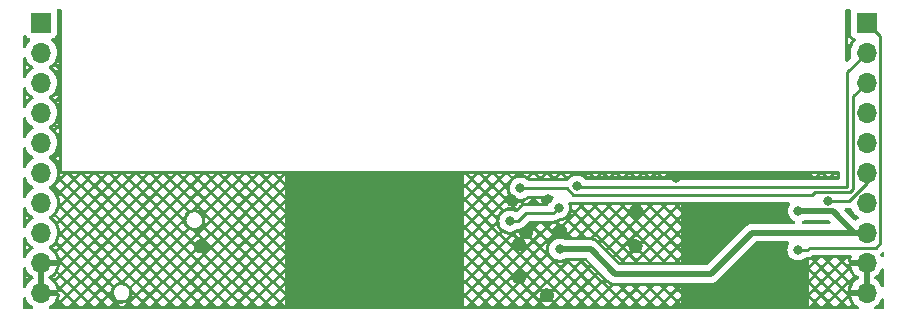
<source format=gbr>
%TF.GenerationSoftware,KiCad,Pcbnew,7.99.0-unknown-70ffd971e3~172~ubuntu22.04.1*%
%TF.CreationDate,2023-07-10T18:43:01-05:00*%
%TF.ProjectId,beepsensors,62656570-7365-46e7-936f-72732e6b6963,-*%
%TF.SameCoordinates,Original*%
%TF.FileFunction,Copper,L2,Bot*%
%TF.FilePolarity,Positive*%
%FSLAX46Y46*%
G04 Gerber Fmt 4.6, Leading zero omitted, Abs format (unit mm)*
G04 Created by KiCad (PCBNEW 7.99.0-unknown-70ffd971e3~172~ubuntu22.04.1) date 2023-07-10 18:43:01*
%MOMM*%
%LPD*%
G01*
G04 APERTURE LIST*
%TA.AperFunction,ComponentPad*%
%ADD10R,1.700000X1.700000*%
%TD*%
%TA.AperFunction,ComponentPad*%
%ADD11O,1.700000X1.700000*%
%TD*%
%TA.AperFunction,ViaPad*%
%ADD12C,0.800000*%
%TD*%
%TA.AperFunction,Conductor*%
%ADD13C,0.500000*%
%TD*%
%TA.AperFunction,Conductor*%
%ADD14C,0.250000*%
%TD*%
G04 APERTURE END LIST*
D10*
%TO.P,J1,1,Pin_1*%
%TO.N,/Pi_GPIO6_GPCLK2*%
X128410000Y-86260000D03*
D11*
%TO.P,J1,2,Pin_2*%
%TO.N,/Pi_GPIO13_PWM0_1*%
X128410000Y-88800000D03*
%TO.P,J1,3,Pin_3*%
%TO.N,/Pi_GPIO19_SPI1_MISO*%
X128410000Y-91340000D03*
%TO.P,J1,4,Pin_4*%
%TO.N,/Pi_GPIO26_GPCLK1*%
X128410000Y-93880000D03*
%TO.P,J1,5,Pin_5*%
%TO.N,/Pi_GPIO21_SPI1_SCLK*%
X128410000Y-96420000D03*
%TO.P,J1,6,Pin_6*%
%TO.N,/Pi_GPIO20_SPI1_MOSI*%
X128410000Y-98960000D03*
%TO.P,J1,7,Pin_7*%
%TO.N,unconnected-(J1-Pin_7-Pad7)*%
X128410000Y-101500000D03*
%TO.P,J1,8,Pin_8*%
%TO.N,unconnected-(J1-Pin_8-Pad8)*%
X128410000Y-104040000D03*
%TO.P,J1,9,Pin_9*%
%TO.N,GND*%
X128410000Y-106580000D03*
%TO.P,J1,10,Pin_10*%
X128410000Y-109120000D03*
%TD*%
D10*
%TO.P,J2,1,Pin_1*%
%TO.N,/Pi_GPIO16_CTS1*%
X198310000Y-86260000D03*
D11*
%TO.P,J2,2,Pin_2*%
%TO.N,/Pi_GPIO3_SCL1*%
X198310000Y-88800000D03*
%TO.P,J2,3,Pin_3*%
%TO.N,/Pi_GPIO2_SDA1*%
X198310000Y-91340000D03*
%TO.P,J2,4,Pin_4*%
%TO.N,/Pi_GPIO14_TXD1*%
X198310000Y-93880000D03*
%TO.P,J2,5,Pin_5*%
%TO.N,/Pi_GPIO15_RXD1*%
X198310000Y-96420000D03*
%TO.P,J2,6,Pin_6*%
%TO.N,/Pi_GPIO18_PWM0_0*%
X198310000Y-98960000D03*
%TO.P,J2,7,Pin_7*%
%TO.N,5V*%
X198310000Y-101500000D03*
%TO.P,J2,8,Pin_8*%
%TO.N,3.3V*%
X198310000Y-104040000D03*
%TO.P,J2,9,Pin_9*%
%TO.N,GND*%
X198310000Y-106580000D03*
%TO.P,J2,10,Pin_10*%
X198310000Y-109120000D03*
%TD*%
D12*
%TO.N,GND*%
X183550000Y-102210000D03*
X168321282Y-101219044D03*
X172360000Y-103890000D03*
X192530000Y-108820000D03*
X183520000Y-105570000D03*
X168850000Y-105030000D03*
X178740000Y-105200000D03*
X141970000Y-105210000D03*
X171350000Y-101200000D03*
X169490000Y-104000000D03*
X171227653Y-109352347D03*
X178810000Y-102220000D03*
X168880000Y-107780000D03*
X182190000Y-99440000D03*
%TO.N,3.3V*%
X192530000Y-102220000D03*
X172340000Y-105455000D03*
%TO.N,/Pi_GPIO16_CTS1*%
X192500000Y-105500000D03*
%TO.N,/Pi_GPIO3_SCL1*%
X168115000Y-103076830D03*
X173786929Y-100120000D03*
X172230000Y-101930000D03*
%TO.N,/Pi_GPIO2_SDA1*%
X168990000Y-100290000D03*
%TO.N,/Pi_GPIO18_PWM0_0*%
X195010000Y-101350006D03*
%TD*%
D13*
%TO.N,3.3V*%
X198310000Y-104040000D02*
X197260000Y-104040000D01*
X198310000Y-104040000D02*
X188640000Y-104040000D01*
X197260000Y-104040000D02*
X195440000Y-102220000D01*
X177020000Y-107540000D02*
X174935000Y-105455000D01*
X195440000Y-102220000D02*
X192530000Y-102220000D01*
X185140000Y-107540000D02*
X177020000Y-107540000D01*
X188640000Y-104040000D02*
X185140000Y-107540000D01*
X174935000Y-105455000D02*
X172340000Y-105455000D01*
D14*
%TO.N,/Pi_GPIO16_CTS1*%
X193300000Y-105500000D02*
X193490000Y-105310000D01*
X199485000Y-87435000D02*
X198310000Y-86260000D01*
X199080000Y-105310000D02*
X199485000Y-104905000D01*
X192500000Y-105500000D02*
X193300000Y-105500000D01*
X193490000Y-105310000D02*
X199080000Y-105310000D01*
X199485000Y-104905000D02*
X199485000Y-87435000D01*
%TO.N,/Pi_GPIO3_SCL1*%
X168833170Y-103076830D02*
X168115000Y-103076830D01*
X173841929Y-100175000D02*
X173786929Y-100120000D01*
X196669493Y-100175000D02*
X173841929Y-100175000D01*
X172230000Y-101930000D02*
X171760000Y-102400000D01*
X171760000Y-102400000D02*
X169510000Y-102400000D01*
X169510000Y-102400000D02*
X168833170Y-103076830D01*
X196669493Y-90440507D02*
X196669493Y-100175000D01*
X198310000Y-88800000D02*
X196669493Y-90440507D01*
%TO.N,/Pi_GPIO2_SDA1*%
X172931624Y-100290000D02*
X173486624Y-100845000D01*
X193939695Y-100625000D02*
X196886903Y-100625000D01*
X193719695Y-100845000D02*
X193939695Y-100625000D01*
X196886903Y-100625000D02*
X197135000Y-100376903D01*
X168990000Y-100290000D02*
X172931624Y-100290000D01*
X173486624Y-100845000D02*
X193719695Y-100845000D01*
X197135000Y-100376903D02*
X197135000Y-92515000D01*
X197135000Y-92515000D02*
X198310000Y-91340000D01*
%TO.N,/Pi_GPIO18_PWM0_0*%
X196798293Y-101350006D02*
X195010000Y-101350006D01*
X198310000Y-99838299D02*
X196798293Y-101350006D01*
X198310000Y-98960000D02*
X198310000Y-99838299D01*
%TD*%
%TA.AperFunction,Conductor*%
%TO.N,GND*%
G36*
X164240000Y-110507500D02*
G01*
X149060000Y-110507500D01*
X149060000Y-98824500D01*
X164240000Y-98824500D01*
X164240000Y-110507500D01*
G37*
%TD.AperFunction*%
%TD*%
%TA.AperFunction,Conductor*%
%TO.N,GND*%
G36*
X130136539Y-85128185D02*
G01*
X130182294Y-85180989D01*
X130193500Y-85232500D01*
X130193500Y-98799467D01*
X130193416Y-98799889D01*
X130193459Y-98824001D01*
X130193500Y-98824099D01*
X130193616Y-98824382D01*
X130193618Y-98824384D01*
X130193808Y-98824462D01*
X130194000Y-98824541D01*
X130194002Y-98824539D01*
X130218616Y-98824524D01*
X130218616Y-98824528D01*
X130218760Y-98824500D01*
X195919993Y-98824500D01*
X195987032Y-98844185D01*
X196032787Y-98896989D01*
X196043993Y-98948500D01*
X196043993Y-99425500D01*
X196024308Y-99492539D01*
X195971504Y-99538294D01*
X195919993Y-99549500D01*
X174540199Y-99549500D01*
X174473160Y-99529815D01*
X174448049Y-99508472D01*
X174392799Y-99447111D01*
X174392793Y-99447106D01*
X174239663Y-99335851D01*
X174239658Y-99335848D01*
X174066736Y-99258857D01*
X174066731Y-99258855D01*
X174026378Y-99250278D01*
X174582175Y-99250278D01*
X174584314Y-99252307D01*
X174587536Y-99255525D01*
X174589795Y-99257904D01*
X174606539Y-99276500D01*
X174947260Y-99276500D01*
X174768259Y-99097500D01*
X175120398Y-99097500D01*
X175299398Y-99276500D01*
X175364886Y-99276500D01*
X175717024Y-99276500D01*
X176108329Y-99276500D01*
X175929329Y-99097500D01*
X176281468Y-99097500D01*
X176460467Y-99276500D01*
X176525955Y-99276500D01*
X176878093Y-99276500D01*
X177269398Y-99276500D01*
X177090398Y-99097500D01*
X177442537Y-99097500D01*
X177621537Y-99276500D01*
X177687025Y-99276500D01*
X178039163Y-99276500D01*
X178430468Y-99276500D01*
X178251467Y-99097500D01*
X178603606Y-99097500D01*
X178782606Y-99276500D01*
X178848094Y-99276500D01*
X179200232Y-99276500D01*
X179591537Y-99276500D01*
X179412537Y-99097500D01*
X179764676Y-99097500D01*
X179943675Y-99276500D01*
X180009163Y-99276500D01*
X180361301Y-99276500D01*
X180752606Y-99276500D01*
X180573606Y-99097500D01*
X180925745Y-99097500D01*
X181104745Y-99276500D01*
X181170233Y-99276500D01*
X181232292Y-99214441D01*
X182745498Y-99214441D01*
X182763240Y-99253289D01*
X182770056Y-99276500D01*
X183074745Y-99276500D01*
X182895745Y-99097500D01*
X183247884Y-99097500D01*
X183426883Y-99276500D01*
X183492371Y-99276500D01*
X183844509Y-99276500D01*
X184235814Y-99276500D01*
X184056814Y-99097500D01*
X184408953Y-99097500D01*
X184587953Y-99276500D01*
X184653441Y-99276500D01*
X185005579Y-99276500D01*
X185396884Y-99276500D01*
X185217883Y-99097500D01*
X185570022Y-99097500D01*
X185749022Y-99276500D01*
X185814510Y-99276500D01*
X186166648Y-99276500D01*
X186557953Y-99276500D01*
X186378953Y-99097500D01*
X186731092Y-99097500D01*
X186910091Y-99276500D01*
X186975579Y-99276500D01*
X187327717Y-99276500D01*
X187719022Y-99276500D01*
X187540022Y-99097500D01*
X187892161Y-99097500D01*
X188071161Y-99276500D01*
X188136649Y-99276500D01*
X188488787Y-99276500D01*
X188880092Y-99276500D01*
X188701091Y-99097500D01*
X189053230Y-99097500D01*
X189232230Y-99276500D01*
X189297718Y-99276500D01*
X189649856Y-99276500D01*
X190041161Y-99276500D01*
X189862161Y-99097500D01*
X190214300Y-99097500D01*
X190393299Y-99276500D01*
X190458787Y-99276500D01*
X190810925Y-99276500D01*
X191202230Y-99276500D01*
X191023230Y-99097500D01*
X191375369Y-99097500D01*
X191554369Y-99276500D01*
X191619857Y-99276500D01*
X191971995Y-99276500D01*
X192363300Y-99276500D01*
X192184299Y-99097500D01*
X192536438Y-99097500D01*
X192715438Y-99276500D01*
X192780926Y-99276500D01*
X193133064Y-99276500D01*
X193524369Y-99276500D01*
X193345369Y-99097500D01*
X193697508Y-99097500D01*
X193876507Y-99276500D01*
X193941995Y-99276500D01*
X194294133Y-99276500D01*
X194685438Y-99276500D01*
X194506438Y-99097500D01*
X194858577Y-99097500D01*
X195037577Y-99276500D01*
X195103065Y-99276500D01*
X195455203Y-99276500D01*
X195770993Y-99276500D01*
X195770993Y-99200985D01*
X195667507Y-99097500D01*
X195634203Y-99097500D01*
X195455203Y-99276500D01*
X195103065Y-99276500D01*
X195282064Y-99097500D01*
X194858577Y-99097500D01*
X194506438Y-99097500D01*
X194473134Y-99097500D01*
X194294133Y-99276500D01*
X193941995Y-99276500D01*
X194120995Y-99097500D01*
X193697508Y-99097500D01*
X193345369Y-99097500D01*
X193312065Y-99097500D01*
X193133064Y-99276500D01*
X192780926Y-99276500D01*
X192959925Y-99097500D01*
X192536438Y-99097500D01*
X192184299Y-99097500D01*
X192150995Y-99097500D01*
X191971995Y-99276500D01*
X191619857Y-99276500D01*
X191798856Y-99097500D01*
X191375369Y-99097500D01*
X191023230Y-99097500D01*
X190989926Y-99097500D01*
X190810925Y-99276500D01*
X190458787Y-99276500D01*
X190637787Y-99097500D01*
X190214300Y-99097500D01*
X189862161Y-99097500D01*
X189828857Y-99097500D01*
X189649856Y-99276500D01*
X189297718Y-99276500D01*
X189476717Y-99097500D01*
X189053230Y-99097500D01*
X188701091Y-99097500D01*
X188667787Y-99097500D01*
X188488787Y-99276500D01*
X188136649Y-99276500D01*
X188315648Y-99097500D01*
X187892161Y-99097500D01*
X187540022Y-99097500D01*
X187506718Y-99097500D01*
X187327717Y-99276500D01*
X186975579Y-99276500D01*
X187154579Y-99097500D01*
X186731092Y-99097500D01*
X186378953Y-99097500D01*
X186345649Y-99097500D01*
X186166648Y-99276500D01*
X185814510Y-99276500D01*
X185993509Y-99097500D01*
X185570022Y-99097500D01*
X185217883Y-99097500D01*
X185184579Y-99097500D01*
X185005579Y-99276500D01*
X184653441Y-99276500D01*
X184832440Y-99097500D01*
X184408953Y-99097500D01*
X184056814Y-99097500D01*
X184023510Y-99097500D01*
X183844509Y-99276500D01*
X183492371Y-99276500D01*
X183671371Y-99097500D01*
X183247884Y-99097500D01*
X182895745Y-99097500D01*
X182862442Y-99097500D01*
X182745498Y-99214441D01*
X181232292Y-99214441D01*
X181349232Y-99097500D01*
X180925745Y-99097500D01*
X180573606Y-99097500D01*
X180540302Y-99097500D01*
X180361301Y-99276500D01*
X180009163Y-99276500D01*
X180188163Y-99097500D01*
X179764676Y-99097500D01*
X179412537Y-99097500D01*
X179379233Y-99097500D01*
X179200232Y-99276500D01*
X178848094Y-99276500D01*
X179027093Y-99097500D01*
X178603606Y-99097500D01*
X178251467Y-99097500D01*
X178218163Y-99097500D01*
X178039163Y-99276500D01*
X177687025Y-99276500D01*
X177866024Y-99097500D01*
X177442537Y-99097500D01*
X177090398Y-99097500D01*
X177057094Y-99097500D01*
X176878093Y-99276500D01*
X176525955Y-99276500D01*
X176704955Y-99097500D01*
X176281468Y-99097500D01*
X175929329Y-99097500D01*
X175896025Y-99097500D01*
X175717024Y-99276500D01*
X175364886Y-99276500D01*
X175543885Y-99097500D01*
X175120398Y-99097500D01*
X174768259Y-99097500D01*
X174734955Y-99097500D01*
X174582175Y-99250278D01*
X174026378Y-99250278D01*
X173920666Y-99227809D01*
X173881575Y-99219500D01*
X173692283Y-99219500D01*
X173659826Y-99226398D01*
X173507126Y-99258855D01*
X173507121Y-99258857D01*
X173334199Y-99335848D01*
X173334194Y-99335851D01*
X173181058Y-99447111D01*
X173054396Y-99587783D01*
X173048336Y-99598280D01*
X172997767Y-99646494D01*
X172952621Y-99659727D01*
X172917403Y-99663056D01*
X172905039Y-99664225D01*
X172899203Y-99664500D01*
X169693748Y-99664500D01*
X169626709Y-99644815D01*
X169601600Y-99623474D01*
X169595873Y-99617114D01*
X169595869Y-99617110D01*
X169442734Y-99505851D01*
X169442729Y-99505848D01*
X169269807Y-99428857D01*
X169269802Y-99428855D01*
X169094055Y-99391500D01*
X169796677Y-99391500D01*
X170417982Y-99391500D01*
X170957747Y-99391500D01*
X171579052Y-99391500D01*
X172118816Y-99391500D01*
X172740121Y-99391500D01*
X172446121Y-99097500D01*
X172798260Y-99097500D01*
X172972028Y-99271269D01*
X172984053Y-99257916D01*
X172986287Y-99255561D01*
X172989509Y-99252340D01*
X172991864Y-99250105D01*
X173004913Y-99238356D01*
X173007391Y-99236239D01*
X173010932Y-99233373D01*
X173013498Y-99231405D01*
X173180829Y-99109832D01*
X173183495Y-99108000D01*
X173187318Y-99105516D01*
X173190101Y-99103810D01*
X173201032Y-99097500D01*
X172798260Y-99097500D01*
X172446121Y-99097500D01*
X172412817Y-99097500D01*
X172118816Y-99391500D01*
X171579052Y-99391500D01*
X171285051Y-99097500D01*
X171637190Y-99097500D01*
X171848933Y-99309243D01*
X172060677Y-99097500D01*
X171637190Y-99097500D01*
X171285051Y-99097500D01*
X171251747Y-99097500D01*
X170957747Y-99391500D01*
X170417982Y-99391500D01*
X170123982Y-99097500D01*
X170476121Y-99097500D01*
X170687864Y-99309243D01*
X170899608Y-99097500D01*
X170476121Y-99097500D01*
X170123982Y-99097500D01*
X170090678Y-99097500D01*
X169796677Y-99391500D01*
X169094055Y-99391500D01*
X169084646Y-99389500D01*
X168895354Y-99389500D01*
X168885945Y-99391500D01*
X168710197Y-99428855D01*
X168710192Y-99428857D01*
X168537270Y-99505848D01*
X168537265Y-99505851D01*
X168384129Y-99617111D01*
X168257466Y-99757785D01*
X168162821Y-99921715D01*
X168162818Y-99921722D01*
X168104327Y-100101740D01*
X168104326Y-100101744D01*
X168084540Y-100290000D01*
X168104326Y-100478256D01*
X168104327Y-100478259D01*
X168162818Y-100658277D01*
X168162821Y-100658284D01*
X168257467Y-100822216D01*
X168359185Y-100935185D01*
X168384129Y-100962888D01*
X168537265Y-101074148D01*
X168537270Y-101074151D01*
X168710192Y-101151142D01*
X168710197Y-101151144D01*
X168895354Y-101190500D01*
X168895355Y-101190500D01*
X169084644Y-101190500D01*
X169084646Y-101190500D01*
X169269803Y-101151144D01*
X169442730Y-101074151D01*
X169595871Y-100962888D01*
X169600884Y-100957321D01*
X169601600Y-100956526D01*
X169661087Y-100919879D01*
X169693748Y-100915500D01*
X171713472Y-100915500D01*
X171780511Y-100935185D01*
X171826266Y-100987989D01*
X171836210Y-101057147D01*
X171807185Y-101120703D01*
X171782087Y-101141424D01*
X171782527Y-101142029D01*
X171624129Y-101257111D01*
X171497466Y-101397785D01*
X171402821Y-101561715D01*
X171402818Y-101561721D01*
X171374725Y-101648186D01*
X171361859Y-101687785D01*
X171361523Y-101688818D01*
X171322086Y-101746493D01*
X171257727Y-101773692D01*
X171243592Y-101774500D01*
X169592738Y-101774500D01*
X169577121Y-101772776D01*
X169577094Y-101773062D01*
X169569332Y-101772327D01*
X169500204Y-101774500D01*
X169470650Y-101774500D01*
X169469929Y-101774590D01*
X169463757Y-101775369D01*
X169457945Y-101775826D01*
X169411373Y-101777290D01*
X169411372Y-101777290D01*
X169392129Y-101782881D01*
X169373079Y-101786825D01*
X169353211Y-101789334D01*
X169353209Y-101789335D01*
X169309884Y-101806488D01*
X169304357Y-101808380D01*
X169259610Y-101821381D01*
X169259609Y-101821382D01*
X169242367Y-101831579D01*
X169224899Y-101840137D01*
X169206269Y-101847513D01*
X169206267Y-101847514D01*
X169168576Y-101874898D01*
X169163694Y-101878105D01*
X169123579Y-101901830D01*
X169109408Y-101916000D01*
X169094623Y-101928628D01*
X169078412Y-101940407D01*
X169048709Y-101976310D01*
X169044777Y-101980631D01*
X168738183Y-102287224D01*
X168676860Y-102320709D01*
X168607168Y-102315725D01*
X168577620Y-102299864D01*
X168567730Y-102292679D01*
X168567729Y-102292678D01*
X168394807Y-102215687D01*
X168394802Y-102215685D01*
X168249001Y-102184695D01*
X168209646Y-102176330D01*
X168020354Y-102176330D01*
X167987897Y-102183228D01*
X167835197Y-102215685D01*
X167835192Y-102215687D01*
X167662270Y-102292678D01*
X167662265Y-102292681D01*
X167509129Y-102403941D01*
X167382466Y-102544615D01*
X167287821Y-102708545D01*
X167287818Y-102708552D01*
X167230808Y-102884013D01*
X167229326Y-102888574D01*
X167209540Y-103076830D01*
X167229326Y-103265086D01*
X167229327Y-103265089D01*
X167287818Y-103445107D01*
X167287821Y-103445114D01*
X167382467Y-103609046D01*
X167497816Y-103737154D01*
X167509129Y-103749718D01*
X167662265Y-103860978D01*
X167662270Y-103860981D01*
X167835192Y-103937972D01*
X167835197Y-103937974D01*
X168020354Y-103977330D01*
X168020355Y-103977330D01*
X168209644Y-103977330D01*
X168209646Y-103977330D01*
X168394803Y-103937974D01*
X168567730Y-103860981D01*
X168720871Y-103749718D01*
X168725833Y-103744206D01*
X168785316Y-103707557D01*
X168814086Y-103703238D01*
X168841083Y-103702389D01*
X168842986Y-103702330D01*
X168872517Y-103702330D01*
X168872520Y-103702330D01*
X168879398Y-103701460D01*
X168885211Y-103701002D01*
X168931797Y-103699539D01*
X168951039Y-103693947D01*
X168970082Y-103690004D01*
X168989962Y-103687494D01*
X169033292Y-103670337D01*
X169038816Y-103668447D01*
X169047717Y-103665861D01*
X169083560Y-103655448D01*
X169100799Y-103645252D01*
X169118273Y-103636692D01*
X169136897Y-103629318D01*
X169136897Y-103629317D01*
X169136902Y-103629316D01*
X169174619Y-103601912D01*
X169179475Y-103598722D01*
X169219590Y-103575000D01*
X169233759Y-103560829D01*
X169247546Y-103549055D01*
X170283399Y-103549055D01*
X170687864Y-103953521D01*
X171092330Y-103549055D01*
X171444468Y-103549055D01*
X171758682Y-103863270D01*
X171776816Y-103737154D01*
X171786760Y-103703290D01*
X171843501Y-103579044D01*
X171862582Y-103549353D01*
X171952029Y-103446125D01*
X171978703Y-103423011D01*
X171984617Y-103419210D01*
X172735382Y-103419210D01*
X172741297Y-103423011D01*
X172767971Y-103446125D01*
X172857418Y-103549353D01*
X172876499Y-103579044D01*
X172933240Y-103703290D01*
X172943184Y-103737154D01*
X172962623Y-103872353D01*
X172962623Y-103906141D01*
X173010003Y-103953521D01*
X173414468Y-103549055D01*
X173766607Y-103549055D01*
X174171072Y-103953521D01*
X174575538Y-103549055D01*
X174927676Y-103549055D01*
X175332141Y-103953521D01*
X175736607Y-103549055D01*
X176088745Y-103549055D01*
X176493211Y-103953521D01*
X176897676Y-103549055D01*
X177249815Y-103549055D01*
X177654280Y-103953521D01*
X178058746Y-103549055D01*
X178410884Y-103549055D01*
X178815349Y-103953521D01*
X179219815Y-103549055D01*
X179571953Y-103549055D01*
X179976419Y-103953521D01*
X180380884Y-103549055D01*
X180733023Y-103549055D01*
X181137488Y-103953521D01*
X181541954Y-103549055D01*
X181894092Y-103549055D01*
X182298557Y-103953521D01*
X182703023Y-103549055D01*
X183055161Y-103549055D01*
X183459627Y-103953521D01*
X183864092Y-103549055D01*
X184216231Y-103549055D01*
X184620696Y-103953521D01*
X185025162Y-103549055D01*
X185377300Y-103549055D01*
X185781765Y-103953521D01*
X186186231Y-103549055D01*
X186538369Y-103549055D01*
X186942835Y-103953521D01*
X187347300Y-103549055D01*
X186942835Y-103144590D01*
X186538369Y-103549055D01*
X186186231Y-103549055D01*
X185781765Y-103144590D01*
X185377300Y-103549055D01*
X185025162Y-103549055D01*
X184620696Y-103144590D01*
X184216231Y-103549055D01*
X183864092Y-103549055D01*
X183459627Y-103144590D01*
X183055161Y-103549055D01*
X182703023Y-103549055D01*
X182298557Y-103144590D01*
X181894092Y-103549055D01*
X181541954Y-103549055D01*
X181137488Y-103144590D01*
X180733023Y-103549055D01*
X180380884Y-103549055D01*
X179976419Y-103144590D01*
X179571953Y-103549055D01*
X179219815Y-103549055D01*
X178815349Y-103144590D01*
X178410884Y-103549055D01*
X178058746Y-103549055D01*
X177654280Y-103144590D01*
X177249815Y-103549055D01*
X176897676Y-103549055D01*
X176493211Y-103144590D01*
X176088745Y-103549055D01*
X175736607Y-103549055D01*
X175332141Y-103144590D01*
X174927676Y-103549055D01*
X174575538Y-103549055D01*
X174171072Y-103144590D01*
X173766607Y-103549055D01*
X173414468Y-103549055D01*
X173010002Y-103144589D01*
X172735382Y-103419210D01*
X171984617Y-103419210D01*
X172069197Y-103364854D01*
X171980503Y-103276160D01*
X171974486Y-103277705D01*
X171970701Y-103278552D01*
X171965328Y-103279579D01*
X171961457Y-103280192D01*
X171942761Y-103282552D01*
X171924687Y-103287805D01*
X171920914Y-103288774D01*
X171915578Y-103289967D01*
X171911750Y-103290697D01*
X171890935Y-103293995D01*
X171887065Y-103294484D01*
X171881618Y-103294999D01*
X171877730Y-103295244D01*
X171830574Y-103296725D01*
X171827400Y-103297127D01*
X171822723Y-103297569D01*
X171810293Y-103298351D01*
X171805613Y-103298500D01*
X171774103Y-103298500D01*
X171698719Y-103300869D01*
X171694838Y-103300869D01*
X171692720Y-103300803D01*
X171444468Y-103549055D01*
X171092330Y-103549055D01*
X170841775Y-103298500D01*
X170533955Y-103298500D01*
X170283399Y-103549055D01*
X169247546Y-103549055D01*
X169248549Y-103548198D01*
X169264757Y-103536424D01*
X169294469Y-103500506D01*
X169298382Y-103496206D01*
X169623612Y-103170977D01*
X172227459Y-103170977D01*
X172347482Y-103291000D01*
X172428295Y-103291000D01*
X172463229Y-103296023D01*
X172496626Y-103305828D01*
X172833934Y-102968521D01*
X173186072Y-102968521D01*
X173590537Y-103372986D01*
X173995003Y-102968521D01*
X174347141Y-102968521D01*
X174751607Y-103372986D01*
X175156072Y-102968521D01*
X175508211Y-102968521D01*
X175912676Y-103372986D01*
X176317142Y-102968521D01*
X176669280Y-102968521D01*
X177073745Y-103372986D01*
X177478211Y-102968521D01*
X177830349Y-102968521D01*
X178234815Y-103372986D01*
X178639280Y-102968521D01*
X178991419Y-102968521D01*
X179395884Y-103372986D01*
X179800350Y-102968521D01*
X180152488Y-102968521D01*
X180556953Y-103372986D01*
X180961419Y-102968521D01*
X181313557Y-102968521D01*
X181718023Y-103372986D01*
X182122488Y-102968521D01*
X182474627Y-102968521D01*
X182879092Y-103372986D01*
X183283558Y-102968521D01*
X183635696Y-102968521D01*
X184040161Y-103372986D01*
X184444627Y-102968521D01*
X184796765Y-102968521D01*
X185201231Y-103372986D01*
X185605696Y-102968521D01*
X185957835Y-102968521D01*
X186362300Y-103372986D01*
X186766766Y-102968521D01*
X187118904Y-102968521D01*
X187523369Y-103372986D01*
X187690333Y-103206022D01*
X188042472Y-103206022D01*
X188090001Y-103176706D01*
X188117762Y-103158447D01*
X188103905Y-103144590D01*
X188042472Y-103206022D01*
X187690333Y-103206022D01*
X187927835Y-102968521D01*
X188279974Y-102968521D01*
X188363064Y-103051611D01*
X188381545Y-103044885D01*
X188384982Y-103043746D01*
X188389830Y-103042296D01*
X188393298Y-103041367D01*
X188412270Y-103036870D01*
X188415811Y-103036138D01*
X188417387Y-103035860D01*
X188418937Y-103035445D01*
X188422450Y-103034613D01*
X188441565Y-103030666D01*
X188445151Y-103030035D01*
X188450159Y-103029304D01*
X188453709Y-103028890D01*
X188535958Y-103021693D01*
X188570296Y-103017680D01*
X188574620Y-103017299D01*
X188586201Y-103016625D01*
X188590527Y-103016500D01*
X188595320Y-103016500D01*
X188647885Y-103011901D01*
X188651458Y-103011692D01*
X188656522Y-103011542D01*
X188660164Y-103011542D01*
X188679681Y-103012112D01*
X188683286Y-103012322D01*
X188688325Y-103012764D01*
X188691897Y-103013181D01*
X188714557Y-103016500D01*
X189040926Y-103016500D01*
X189088904Y-102968521D01*
X189441043Y-102968521D01*
X189489022Y-103016500D01*
X190201995Y-103016500D01*
X190249973Y-102968521D01*
X190602112Y-102968521D01*
X190650091Y-103016500D01*
X191363064Y-103016500D01*
X191411043Y-102968521D01*
X191006577Y-102564055D01*
X190602112Y-102968521D01*
X190249973Y-102968521D01*
X190249974Y-102968520D01*
X189845508Y-102564055D01*
X189441043Y-102968521D01*
X189088904Y-102968521D01*
X188684439Y-102564055D01*
X188279974Y-102968521D01*
X187927835Y-102968521D01*
X187523369Y-102564055D01*
X187118904Y-102968521D01*
X186766766Y-102968521D01*
X186362300Y-102564055D01*
X185957835Y-102968521D01*
X185605696Y-102968521D01*
X185201231Y-102564055D01*
X184796765Y-102968521D01*
X184444627Y-102968521D01*
X184040162Y-102564056D01*
X184007483Y-102596734D01*
X183957972Y-102653875D01*
X183931296Y-102676989D01*
X183919912Y-102684304D01*
X183635696Y-102968521D01*
X183283558Y-102968521D01*
X182879092Y-102564055D01*
X182474627Y-102968521D01*
X182122488Y-102968521D01*
X181718023Y-102564055D01*
X181313557Y-102968521D01*
X180961419Y-102968521D01*
X180556953Y-102564055D01*
X180152488Y-102968521D01*
X179800350Y-102968521D01*
X179395884Y-102564055D01*
X178991419Y-102968521D01*
X178639280Y-102968521D01*
X178234815Y-102564055D01*
X177830349Y-102968521D01*
X177478211Y-102968521D01*
X177073745Y-102564055D01*
X176669280Y-102968521D01*
X176317142Y-102968521D01*
X175912676Y-102564055D01*
X175508211Y-102968521D01*
X175156072Y-102968521D01*
X174751607Y-102564055D01*
X174347141Y-102968521D01*
X173995003Y-102968521D01*
X173590537Y-102564055D01*
X173186072Y-102968521D01*
X172833934Y-102968521D01*
X172817175Y-102951762D01*
X172811620Y-102954969D01*
X172808767Y-102956517D01*
X172804711Y-102958584D01*
X172801785Y-102959979D01*
X172612824Y-103044112D01*
X172609820Y-103045356D01*
X172605567Y-103046989D01*
X172602509Y-103048071D01*
X172585823Y-103053493D01*
X172582725Y-103054411D01*
X172578325Y-103055591D01*
X172575154Y-103056352D01*
X172372826Y-103099358D01*
X172369643Y-103099948D01*
X172365143Y-103100661D01*
X172361914Y-103101087D01*
X172344464Y-103102920D01*
X172341250Y-103103174D01*
X172336701Y-103103414D01*
X172333434Y-103103500D01*
X172326705Y-103103500D01*
X172325091Y-103104924D01*
X172322078Y-103107418D01*
X172305415Y-103120344D01*
X172302249Y-103122643D01*
X172297724Y-103125716D01*
X172294445Y-103127797D01*
X172253842Y-103151806D01*
X172227459Y-103170977D01*
X169623612Y-103170977D01*
X169732773Y-103061816D01*
X169794095Y-103028334D01*
X169820453Y-103025500D01*
X171677257Y-103025500D01*
X171692877Y-103027224D01*
X171692904Y-103026939D01*
X171700660Y-103027671D01*
X171700667Y-103027673D01*
X171769814Y-103025500D01*
X171799350Y-103025500D01*
X171806228Y-103024630D01*
X171812041Y-103024172D01*
X171858627Y-103022709D01*
X171877869Y-103017117D01*
X171896912Y-103013174D01*
X171916792Y-103010664D01*
X171960122Y-102993507D01*
X171965646Y-102991617D01*
X171983245Y-102986504D01*
X172010390Y-102978618D01*
X172027629Y-102968422D01*
X172045103Y-102959862D01*
X172063727Y-102952488D01*
X172063727Y-102952487D01*
X172063732Y-102952486D01*
X172101449Y-102925082D01*
X172106305Y-102921892D01*
X172146420Y-102898170D01*
X172160589Y-102883999D01*
X172175379Y-102871368D01*
X172183416Y-102865530D01*
X172197905Y-102855005D01*
X172199749Y-102857543D01*
X172249144Y-102832562D01*
X172271665Y-102830500D01*
X172324644Y-102830500D01*
X172324646Y-102830500D01*
X172509803Y-102791144D01*
X172682730Y-102714151D01*
X172825391Y-102610502D01*
X173191952Y-102610502D01*
X173414468Y-102387986D01*
X173766607Y-102387986D01*
X174171072Y-102792451D01*
X174575538Y-102387986D01*
X174927676Y-102387986D01*
X175332141Y-102792451D01*
X175736607Y-102387986D01*
X176088745Y-102387986D01*
X176493211Y-102792451D01*
X176897676Y-102387986D01*
X177249815Y-102387986D01*
X177654280Y-102792451D01*
X178058746Y-102387986D01*
X179571953Y-102387986D01*
X179976419Y-102792451D01*
X180380884Y-102387986D01*
X180733023Y-102387986D01*
X181137488Y-102792451D01*
X181541954Y-102387986D01*
X181894092Y-102387986D01*
X182298557Y-102792451D01*
X182703023Y-102387986D01*
X184216231Y-102387986D01*
X184620696Y-102792451D01*
X185025162Y-102387986D01*
X185377300Y-102387986D01*
X185781765Y-102792451D01*
X186186231Y-102387986D01*
X186538369Y-102387986D01*
X186942835Y-102792451D01*
X187347300Y-102387986D01*
X187699439Y-102387986D01*
X188103904Y-102792451D01*
X188508370Y-102387986D01*
X188860508Y-102387986D01*
X189264973Y-102792451D01*
X189669439Y-102387986D01*
X190021577Y-102387986D01*
X190426043Y-102792451D01*
X190830508Y-102387986D01*
X191182647Y-102387986D01*
X191431570Y-102636909D01*
X191381976Y-102484272D01*
X191381054Y-102481161D01*
X191379874Y-102476759D01*
X191379115Y-102473597D01*
X191375467Y-102456431D01*
X191374878Y-102453251D01*
X191374165Y-102448753D01*
X191373739Y-102445524D01*
X191352120Y-102239819D01*
X191351866Y-102236606D01*
X191351626Y-102232057D01*
X191351540Y-102228788D01*
X191351540Y-102219092D01*
X191182647Y-102387986D01*
X190830508Y-102387986D01*
X190426043Y-101983520D01*
X190021577Y-102387986D01*
X189669439Y-102387986D01*
X189264973Y-101983520D01*
X188860508Y-102387986D01*
X188508370Y-102387986D01*
X188103904Y-101983520D01*
X187699439Y-102387986D01*
X187347300Y-102387986D01*
X186942835Y-101983520D01*
X186538369Y-102387986D01*
X186186231Y-102387986D01*
X185781765Y-101983520D01*
X185377300Y-102387986D01*
X185025162Y-102387986D01*
X184620696Y-101983520D01*
X184216231Y-102387986D01*
X182703023Y-102387986D01*
X182298557Y-101983520D01*
X181894092Y-102387986D01*
X181541954Y-102387986D01*
X181137488Y-101983520D01*
X180733023Y-102387986D01*
X180380884Y-102387986D01*
X179976419Y-101983520D01*
X179571953Y-102387986D01*
X178058746Y-102387986D01*
X177654280Y-101983520D01*
X177249815Y-102387986D01*
X176897676Y-102387986D01*
X176493211Y-101983520D01*
X176088745Y-102387986D01*
X175736607Y-102387986D01*
X175332141Y-101983520D01*
X174927676Y-102387986D01*
X174575538Y-102387986D01*
X174171072Y-101983520D01*
X173766607Y-102387986D01*
X173414468Y-102387986D01*
X173339455Y-102312973D01*
X173314109Y-102390983D01*
X173313032Y-102394024D01*
X173311400Y-102398281D01*
X173310148Y-102401304D01*
X173303004Y-102417346D01*
X173301611Y-102420268D01*
X173299544Y-102424324D01*
X173297993Y-102427181D01*
X173194570Y-102606316D01*
X173192875Y-102609082D01*
X173191952Y-102610502D01*
X172825391Y-102610502D01*
X172835871Y-102602888D01*
X172962533Y-102462216D01*
X173057179Y-102298284D01*
X173115674Y-102118256D01*
X173135460Y-101930000D01*
X173115827Y-101743198D01*
X173390330Y-101743198D01*
X173407880Y-101910181D01*
X173408134Y-101913394D01*
X173408374Y-101917943D01*
X173408460Y-101921212D01*
X173408460Y-101938788D01*
X173408374Y-101942057D01*
X173408134Y-101946606D01*
X173407880Y-101949819D01*
X173400324Y-102021703D01*
X173590538Y-102211917D01*
X173995003Y-101807452D01*
X174347142Y-101807452D01*
X174751607Y-102211917D01*
X175156072Y-101807451D01*
X175508211Y-101807451D01*
X175912676Y-102211917D01*
X176317142Y-101807452D01*
X176317141Y-101807451D01*
X176669280Y-101807451D01*
X177073745Y-102211917D01*
X177478211Y-101807452D01*
X177830350Y-101807452D01*
X178209623Y-102186725D01*
X178226816Y-102067154D01*
X178236760Y-102033290D01*
X178293501Y-101909044D01*
X178312582Y-101879353D01*
X178402029Y-101776125D01*
X178428703Y-101753011D01*
X178443502Y-101743500D01*
X179176498Y-101743500D01*
X179191297Y-101753011D01*
X179217971Y-101776125D01*
X179307418Y-101879353D01*
X179326499Y-101909044D01*
X179383240Y-102033290D01*
X179393184Y-102067154D01*
X179411721Y-102196080D01*
X179800350Y-101807452D01*
X179800349Y-101807451D01*
X180152488Y-101807451D01*
X180556953Y-102211917D01*
X180961419Y-101807452D01*
X181313557Y-101807452D01*
X181718023Y-102211917D01*
X182122488Y-101807451D01*
X182474627Y-101807451D01*
X182879092Y-102211916D01*
X182955557Y-102135451D01*
X182966816Y-102057153D01*
X182976760Y-102023290D01*
X183033501Y-101899044D01*
X183052582Y-101869353D01*
X183142029Y-101766125D01*
X183168139Y-101743500D01*
X183931861Y-101743500D01*
X183957971Y-101766125D01*
X184047418Y-101869353D01*
X184066499Y-101899044D01*
X184123240Y-102023290D01*
X184133184Y-102057154D01*
X184140945Y-102111133D01*
X184444627Y-101807452D01*
X184796765Y-101807452D01*
X185201231Y-102211917D01*
X185605696Y-101807451D01*
X185957835Y-101807451D01*
X186362300Y-102211917D01*
X186766766Y-101807452D01*
X186766765Y-101807451D01*
X187118904Y-101807451D01*
X187523369Y-102211917D01*
X187927834Y-101807452D01*
X188279973Y-101807452D01*
X188684439Y-102211917D01*
X189088904Y-101807451D01*
X189441043Y-101807451D01*
X189845508Y-102211917D01*
X190249974Y-101807452D01*
X190249973Y-101807451D01*
X190602112Y-101807451D01*
X191006577Y-102211916D01*
X191411042Y-101807451D01*
X191347091Y-101743500D01*
X190666064Y-101743500D01*
X190602112Y-101807451D01*
X190249973Y-101807451D01*
X190186022Y-101743500D01*
X189504995Y-101743500D01*
X189441043Y-101807451D01*
X189088904Y-101807451D01*
X189024953Y-101743500D01*
X188343926Y-101743500D01*
X188279973Y-101807452D01*
X187927834Y-101807452D01*
X187927835Y-101807451D01*
X187863883Y-101743500D01*
X187182856Y-101743500D01*
X187118904Y-101807451D01*
X186766765Y-101807451D01*
X186702814Y-101743500D01*
X186021787Y-101743500D01*
X185957835Y-101807451D01*
X185605696Y-101807451D01*
X185541745Y-101743500D01*
X184860718Y-101743500D01*
X184796765Y-101807452D01*
X184444627Y-101807452D01*
X184380675Y-101743500D01*
X183931861Y-101743500D01*
X183168139Y-101743500D01*
X182538579Y-101743500D01*
X182474627Y-101807451D01*
X182122488Y-101807451D01*
X182058537Y-101743500D01*
X181377510Y-101743500D01*
X181313557Y-101807452D01*
X180961419Y-101807452D01*
X180897467Y-101743500D01*
X180216440Y-101743500D01*
X180152488Y-101807451D01*
X179800349Y-101807451D01*
X179736398Y-101743500D01*
X179176498Y-101743500D01*
X178443502Y-101743500D01*
X177894302Y-101743500D01*
X177830350Y-101807452D01*
X177478211Y-101807452D01*
X177414259Y-101743500D01*
X176733232Y-101743500D01*
X176669280Y-101807451D01*
X176317141Y-101807451D01*
X176253190Y-101743500D01*
X175572163Y-101743500D01*
X175508211Y-101807451D01*
X175156072Y-101807451D01*
X175092121Y-101743500D01*
X174411094Y-101743500D01*
X174347142Y-101807452D01*
X173995003Y-101807452D01*
X173931051Y-101743500D01*
X173528998Y-101743500D01*
X173482017Y-101747941D01*
X173478114Y-101748186D01*
X173472650Y-101748356D01*
X173468770Y-101748356D01*
X173447717Y-101747695D01*
X173443825Y-101747450D01*
X173438380Y-101746935D01*
X173434517Y-101746447D01*
X173415913Y-101743500D01*
X173397062Y-101743500D01*
X173393154Y-101743377D01*
X173390330Y-101743198D01*
X173115827Y-101743198D01*
X173115674Y-101741744D01*
X173066573Y-101590628D01*
X173059410Y-101568581D01*
X173057415Y-101498740D01*
X173093495Y-101438907D01*
X173156196Y-101408079D01*
X173225611Y-101416044D01*
X173237074Y-101421599D01*
X173254532Y-101431197D01*
X173273936Y-101436179D01*
X173292334Y-101442478D01*
X173310729Y-101450438D01*
X173356753Y-101457726D01*
X173362456Y-101458907D01*
X173407605Y-101470500D01*
X173427640Y-101470500D01*
X173447037Y-101472026D01*
X173466820Y-101475160D01*
X173513207Y-101470775D01*
X173519046Y-101470500D01*
X191714602Y-101470500D01*
X191781641Y-101490185D01*
X191827396Y-101542989D01*
X191837340Y-101612147D01*
X191808315Y-101675703D01*
X191806752Y-101677472D01*
X191797466Y-101687785D01*
X191702821Y-101851715D01*
X191702818Y-101851722D01*
X191647116Y-102023157D01*
X191644326Y-102031744D01*
X191630877Y-102159703D01*
X191624994Y-102215685D01*
X191624540Y-102220000D01*
X191644326Y-102408256D01*
X191644327Y-102408259D01*
X191702818Y-102588277D01*
X191702821Y-102588284D01*
X191797467Y-102752216D01*
X191900342Y-102866470D01*
X191924129Y-102892888D01*
X192077265Y-103004148D01*
X192077270Y-103004151D01*
X192185235Y-103052221D01*
X192238472Y-103097471D01*
X192258793Y-103164320D01*
X192239747Y-103231544D01*
X192187381Y-103277799D01*
X192134799Y-103289500D01*
X188703705Y-103289500D01*
X188685735Y-103288191D01*
X188661972Y-103284710D01*
X188616890Y-103288655D01*
X188609933Y-103289264D01*
X188604532Y-103289500D01*
X188596288Y-103289500D01*
X188563707Y-103293308D01*
X188487199Y-103300001D01*
X188480133Y-103301461D01*
X188480121Y-103301404D01*
X188472752Y-103303038D01*
X188472766Y-103303095D01*
X188465741Y-103304759D01*
X188393556Y-103331033D01*
X188320670Y-103355185D01*
X188320667Y-103355186D01*
X188320665Y-103355187D01*
X188320662Y-103355188D01*
X188314128Y-103358236D01*
X188314102Y-103358182D01*
X188307306Y-103361472D01*
X188307332Y-103361524D01*
X188300884Y-103364762D01*
X188236699Y-103406977D01*
X188171350Y-103447284D01*
X188165682Y-103451766D01*
X188165646Y-103451720D01*
X188159798Y-103456484D01*
X188159835Y-103456528D01*
X188154310Y-103461164D01*
X188154304Y-103461169D01*
X188154304Y-103461170D01*
X188147086Y-103468821D01*
X188101597Y-103517035D01*
X184865451Y-106753181D01*
X184804128Y-106786666D01*
X184777770Y-106789500D01*
X177382230Y-106789500D01*
X177315191Y-106769815D01*
X177294549Y-106753181D01*
X176638148Y-106096780D01*
X177024228Y-106096780D01*
X177428694Y-106501246D01*
X177478210Y-106451729D01*
X177830350Y-106451729D01*
X177895121Y-106516500D01*
X178574510Y-106516500D01*
X178639280Y-106451729D01*
X178991419Y-106451729D01*
X179056190Y-106516500D01*
X179735579Y-106516500D01*
X179800349Y-106451729D01*
X180152488Y-106451729D01*
X180217259Y-106516500D01*
X180896648Y-106516500D01*
X180961418Y-106451729D01*
X181313558Y-106451729D01*
X181378329Y-106516500D01*
X182057718Y-106516500D01*
X182122488Y-106451729D01*
X182474627Y-106451729D01*
X182539398Y-106516500D01*
X183218787Y-106516500D01*
X183283557Y-106451729D01*
X183635696Y-106451729D01*
X183700467Y-106516500D01*
X184379856Y-106516500D01*
X184444627Y-106451728D01*
X184040161Y-106047263D01*
X183635696Y-106451729D01*
X183283557Y-106451729D01*
X183283558Y-106451728D01*
X182967196Y-106135367D01*
X183319334Y-106135367D01*
X183459627Y-106275659D01*
X183566287Y-106169000D01*
X183451705Y-106169000D01*
X183416771Y-106163977D01*
X183319334Y-106135367D01*
X182967196Y-106135367D01*
X182879092Y-106047263D01*
X182474627Y-106451729D01*
X182122488Y-106451729D01*
X181718023Y-106047263D01*
X181313558Y-106451729D01*
X180961418Y-106451729D01*
X180961419Y-106451728D01*
X180556953Y-106047263D01*
X180152488Y-106451729D01*
X179800349Y-106451729D01*
X179800350Y-106451728D01*
X179395884Y-106047263D01*
X178991419Y-106451729D01*
X178639280Y-106451729D01*
X178234815Y-106047263D01*
X177830350Y-106451729D01*
X177478210Y-106451729D01*
X177478211Y-106451728D01*
X177073746Y-106047264D01*
X177024228Y-106096780D01*
X176638148Y-106096780D01*
X176057614Y-105516246D01*
X176443693Y-105516246D01*
X176848159Y-105920711D01*
X176897675Y-105871194D01*
X177249815Y-105871194D01*
X177654280Y-106275659D01*
X178058746Y-105871194D01*
X178410884Y-105871194D01*
X178815349Y-106275659D01*
X179219815Y-105871194D01*
X179571953Y-105871194D01*
X179976419Y-106275659D01*
X180380884Y-105871194D01*
X180733023Y-105871194D01*
X181137488Y-106275659D01*
X181541954Y-105871194D01*
X181894092Y-105871194D01*
X182298557Y-106275659D01*
X182703023Y-105871194D01*
X184216231Y-105871194D01*
X184620696Y-106275659D01*
X185025162Y-105871194D01*
X184620696Y-105466728D01*
X184216231Y-105871194D01*
X182703023Y-105871194D01*
X182298557Y-105466728D01*
X181894092Y-105871194D01*
X181541954Y-105871194D01*
X181137488Y-105466728D01*
X180733023Y-105871194D01*
X180380884Y-105871194D01*
X179976419Y-105466728D01*
X179571953Y-105871194D01*
X179219815Y-105871194D01*
X179056958Y-105708337D01*
X179006390Y-105740835D01*
X178974285Y-105755496D01*
X178843229Y-105793977D01*
X178808295Y-105799000D01*
X178671705Y-105799000D01*
X178636771Y-105793977D01*
X178521845Y-105760232D01*
X178410884Y-105871194D01*
X178058746Y-105871194D01*
X177654280Y-105466728D01*
X177249815Y-105871194D01*
X176897675Y-105871194D01*
X176897676Y-105871193D01*
X176493211Y-105466728D01*
X176443693Y-105516246D01*
X176057614Y-105516246D01*
X175510729Y-104969361D01*
X175498949Y-104955730D01*
X175491482Y-104945701D01*
X175484612Y-104936472D01*
X175483705Y-104935711D01*
X175863159Y-104935711D01*
X176267625Y-105340177D01*
X176317142Y-105290659D01*
X176669280Y-105290659D01*
X177073745Y-105695125D01*
X177478211Y-105290659D01*
X177830349Y-105290659D01*
X178234814Y-105695124D01*
X178310690Y-105619248D01*
X178242582Y-105540647D01*
X178241021Y-105538218D01*
X179238978Y-105538218D01*
X179395885Y-105695125D01*
X179800350Y-105290659D01*
X180152488Y-105290659D01*
X180556953Y-105695125D01*
X180961419Y-105290659D01*
X181313557Y-105290659D01*
X181718023Y-105695125D01*
X182122488Y-105290659D01*
X182474627Y-105290659D01*
X182879092Y-105695124D01*
X182926074Y-105648142D01*
X182917377Y-105587647D01*
X182917377Y-105552353D01*
X182936816Y-105417154D01*
X182946760Y-105383290D01*
X183003501Y-105259044D01*
X183022582Y-105229353D01*
X183112029Y-105126125D01*
X183115776Y-105122877D01*
X183065412Y-105072513D01*
X183853841Y-105072513D01*
X183901297Y-105103011D01*
X183927971Y-105126125D01*
X184017418Y-105229353D01*
X184036499Y-105259044D01*
X184093240Y-105383290D01*
X184103184Y-105417154D01*
X184122623Y-105552353D01*
X184122623Y-105587647D01*
X184118422Y-105616864D01*
X184444627Y-105290659D01*
X184796765Y-105290659D01*
X185201231Y-105695125D01*
X185605696Y-105290659D01*
X185201231Y-104886194D01*
X184796765Y-105290659D01*
X184444627Y-105290659D01*
X184040161Y-104886193D01*
X183853841Y-105072513D01*
X183065412Y-105072513D01*
X182879092Y-104886194D01*
X182474627Y-105290659D01*
X182122488Y-105290659D01*
X181718023Y-104886194D01*
X181313557Y-105290659D01*
X180961419Y-105290659D01*
X180556953Y-104886194D01*
X180152488Y-105290659D01*
X179800350Y-105290659D01*
X179395884Y-104886193D01*
X179299303Y-104982774D01*
X179313240Y-105013290D01*
X179323184Y-105047154D01*
X179342623Y-105182353D01*
X179342623Y-105217647D01*
X179323184Y-105352846D01*
X179313240Y-105386710D01*
X179256499Y-105510956D01*
X179238978Y-105538218D01*
X178241021Y-105538218D01*
X178223501Y-105510956D01*
X178166760Y-105386710D01*
X178156816Y-105352846D01*
X178137377Y-105217647D01*
X178137377Y-105182353D01*
X178156816Y-105047154D01*
X178166760Y-105013290D01*
X178216386Y-104904622D01*
X177830349Y-105290659D01*
X177478211Y-105290659D01*
X177073745Y-104886194D01*
X176669280Y-105290659D01*
X176317142Y-105290659D01*
X175912676Y-104886193D01*
X175863159Y-104935711D01*
X175483705Y-104935711D01*
X175470707Y-104924804D01*
X175444587Y-104902886D01*
X175440612Y-104899244D01*
X175437690Y-104896322D01*
X175434780Y-104893411D01*
X175409040Y-104873059D01*
X175370881Y-104841040D01*
X175350214Y-104823698D01*
X175350213Y-104823697D01*
X175350209Y-104823694D01*
X175344180Y-104819729D01*
X175344212Y-104819680D01*
X175337853Y-104815628D01*
X175337822Y-104815679D01*
X175331680Y-104811891D01*
X175331678Y-104811890D01*
X175331677Y-104811889D01*
X175292474Y-104793608D01*
X175262058Y-104779424D01*
X175227894Y-104762267D01*
X175193433Y-104744960D01*
X175193431Y-104744959D01*
X175193430Y-104744959D01*
X175186645Y-104742489D01*
X175186665Y-104742433D01*
X175179549Y-104739959D01*
X175179531Y-104740015D01*
X175172671Y-104737742D01*
X175144841Y-104731996D01*
X175097434Y-104722207D01*
X175046451Y-104710124D01*
X175022719Y-104704499D01*
X175015547Y-104703661D01*
X175015553Y-104703601D01*
X175008055Y-104702835D01*
X175008050Y-104702895D01*
X175000860Y-104702265D01*
X174924083Y-104704500D01*
X172879337Y-104704500D01*
X172812298Y-104684815D01*
X172806452Y-104680818D01*
X172792734Y-104670851D01*
X172792729Y-104670848D01*
X172619807Y-104593857D01*
X172619802Y-104593855D01*
X172462013Y-104560317D01*
X172434646Y-104554500D01*
X172245354Y-104554500D01*
X172217987Y-104560317D01*
X172060197Y-104593855D01*
X172060192Y-104593857D01*
X171887270Y-104670848D01*
X171887265Y-104670851D01*
X171734129Y-104782111D01*
X171607466Y-104922785D01*
X171512821Y-105086715D01*
X171512818Y-105086722D01*
X171454327Y-105266740D01*
X171454326Y-105266744D01*
X171434540Y-105455000D01*
X171454326Y-105643256D01*
X171454327Y-105643259D01*
X171512818Y-105823277D01*
X171512821Y-105823284D01*
X171607467Y-105987216D01*
X171724435Y-106117122D01*
X171734129Y-106127888D01*
X171887265Y-106239148D01*
X171887270Y-106239151D01*
X172060192Y-106316142D01*
X172060197Y-106316144D01*
X172245354Y-106355500D01*
X172245355Y-106355500D01*
X172434644Y-106355500D01*
X172434646Y-106355500D01*
X172619803Y-106316144D01*
X172792730Y-106239151D01*
X172794776Y-106237664D01*
X172806452Y-106229182D01*
X172872258Y-106205702D01*
X172879337Y-106205500D01*
X174572770Y-106205500D01*
X174639809Y-106225185D01*
X174660451Y-106241819D01*
X176444267Y-108025634D01*
X176456048Y-108039266D01*
X176470390Y-108058530D01*
X176510420Y-108092119D01*
X176514392Y-108095759D01*
X176520223Y-108101590D01*
X176520222Y-108101590D01*
X176542021Y-108118825D01*
X176545944Y-108121927D01*
X176604786Y-108171302D01*
X176604794Y-108171306D01*
X176610824Y-108175273D01*
X176610790Y-108175323D01*
X176617137Y-108179366D01*
X176617169Y-108179316D01*
X176623318Y-108183108D01*
X176623320Y-108183109D01*
X176623323Y-108183111D01*
X176692930Y-108215569D01*
X176761567Y-108250040D01*
X176761576Y-108250042D01*
X176768355Y-108252510D01*
X176768334Y-108252567D01*
X176775451Y-108255040D01*
X176775470Y-108254984D01*
X176782330Y-108257257D01*
X176839171Y-108268993D01*
X176857532Y-108272784D01*
X176932279Y-108290500D01*
X176932288Y-108290500D01*
X176939452Y-108291338D01*
X176939445Y-108291397D01*
X176946946Y-108292163D01*
X176946952Y-108292104D01*
X176954140Y-108292733D01*
X176954143Y-108292732D01*
X176954144Y-108292733D01*
X177030898Y-108290500D01*
X185076295Y-108290500D01*
X185094265Y-108291809D01*
X185118023Y-108295289D01*
X185170068Y-108290735D01*
X185175470Y-108290500D01*
X185183704Y-108290500D01*
X185183709Y-108290500D01*
X185195327Y-108289141D01*
X185216276Y-108286693D01*
X185229028Y-108285577D01*
X185292797Y-108279999D01*
X185292805Y-108279996D01*
X185299866Y-108278539D01*
X185299878Y-108278598D01*
X185307243Y-108276965D01*
X185307229Y-108276906D01*
X185314246Y-108275241D01*
X185314255Y-108275241D01*
X185386423Y-108248974D01*
X185459334Y-108224814D01*
X185459343Y-108224807D01*
X185465882Y-108221760D01*
X185465908Y-108221816D01*
X185472690Y-108218532D01*
X185472663Y-108218478D01*
X185479106Y-108215240D01*
X185479117Y-108215237D01*
X185543283Y-108173034D01*
X185608656Y-108132712D01*
X185608662Y-108132705D01*
X185614325Y-108128229D01*
X185614362Y-108128277D01*
X185620204Y-108123518D01*
X185620164Y-108123471D01*
X185625691Y-108118832D01*
X185625696Y-108118830D01*
X185678386Y-108062981D01*
X185850163Y-107891204D01*
X186236241Y-107891204D01*
X186362300Y-108017263D01*
X186766766Y-107612798D01*
X187118904Y-107612798D01*
X187523369Y-108017263D01*
X187927835Y-107612798D01*
X188279973Y-107612798D01*
X188684439Y-108017263D01*
X189088904Y-107612798D01*
X189441043Y-107612798D01*
X189845508Y-108017263D01*
X190249974Y-107612798D01*
X190602112Y-107612798D01*
X191006577Y-108017263D01*
X191411043Y-107612798D01*
X191763181Y-107612798D01*
X192167647Y-108017263D01*
X192572112Y-107612798D01*
X192924251Y-107612798D01*
X193328716Y-108017263D01*
X193733182Y-107612798D01*
X194085320Y-107612798D01*
X194489785Y-108017263D01*
X194894251Y-107612798D01*
X195246389Y-107612798D01*
X195650855Y-108017263D01*
X196055320Y-107612798D01*
X196407459Y-107612798D01*
X196811924Y-108017263D01*
X197131959Y-107697228D01*
X197072703Y-107637972D01*
X197068310Y-107633173D01*
X197057196Y-107619926D01*
X197053239Y-107614772D01*
X196907799Y-107407063D01*
X196904305Y-107401579D01*
X196895632Y-107386557D01*
X196892632Y-107380789D01*
X196812466Y-107208874D01*
X196811924Y-107208332D01*
X196407459Y-107612798D01*
X196055320Y-107612798D01*
X195650855Y-107208332D01*
X195246389Y-107612798D01*
X194894251Y-107612798D01*
X194489785Y-107208332D01*
X194085320Y-107612798D01*
X193733182Y-107612798D01*
X193328716Y-107208332D01*
X192924251Y-107612798D01*
X192572112Y-107612798D01*
X192167647Y-107208332D01*
X191763181Y-107612798D01*
X191411043Y-107612798D01*
X191006577Y-107208332D01*
X190602112Y-107612798D01*
X190249974Y-107612798D01*
X189845508Y-107208332D01*
X189441043Y-107612798D01*
X189088904Y-107612798D01*
X188684439Y-107208332D01*
X188279973Y-107612798D01*
X187927835Y-107612798D01*
X187523369Y-107208332D01*
X187118904Y-107612798D01*
X186766766Y-107612798D01*
X186640707Y-107486739D01*
X186236241Y-107891204D01*
X185850163Y-107891204D01*
X186430697Y-107310670D01*
X186816776Y-107310670D01*
X186942835Y-107436729D01*
X187347300Y-107032263D01*
X187699439Y-107032263D01*
X188103904Y-107436729D01*
X188508370Y-107032263D01*
X188860508Y-107032263D01*
X189264973Y-107436729D01*
X189669439Y-107032263D01*
X190021577Y-107032263D01*
X190426043Y-107436729D01*
X190830508Y-107032263D01*
X191182647Y-107032263D01*
X191587112Y-107436729D01*
X191991578Y-107032263D01*
X192343715Y-107032263D01*
X192748181Y-107436729D01*
X193152647Y-107032263D01*
X193504785Y-107032263D01*
X193909251Y-107436729D01*
X194313716Y-107032263D01*
X194665855Y-107032263D01*
X195070320Y-107436729D01*
X195474786Y-107032263D01*
X195826924Y-107032263D01*
X196231389Y-107436729D01*
X196635855Y-107032263D01*
X196231389Y-106627798D01*
X195826924Y-107032263D01*
X195474786Y-107032263D01*
X195070320Y-106627798D01*
X194665855Y-107032263D01*
X194313716Y-107032263D01*
X193909251Y-106627798D01*
X193504785Y-107032263D01*
X193152647Y-107032263D01*
X192763987Y-106643603D01*
X192723842Y-106652136D01*
X192343715Y-107032263D01*
X191991578Y-107032263D01*
X191587112Y-106627798D01*
X191182647Y-107032263D01*
X190830508Y-107032263D01*
X190426043Y-106627798D01*
X190021577Y-107032263D01*
X189669439Y-107032263D01*
X189264973Y-106627798D01*
X188860508Y-107032263D01*
X188508370Y-107032263D01*
X188103904Y-106627798D01*
X187699439Y-107032263D01*
X187347300Y-107032263D01*
X187221241Y-106906204D01*
X186816776Y-107310670D01*
X186430697Y-107310670D01*
X187011232Y-106730135D01*
X187397310Y-106730135D01*
X187523369Y-106856194D01*
X187927835Y-106451729D01*
X188279973Y-106451729D01*
X188684439Y-106856194D01*
X189088904Y-106451729D01*
X189441043Y-106451729D01*
X189845508Y-106856194D01*
X190249974Y-106451729D01*
X190602112Y-106451729D01*
X191006577Y-106856194D01*
X191411043Y-106451729D01*
X191411042Y-106451728D01*
X191763181Y-106451728D01*
X192167646Y-106856194D01*
X192354955Y-106668886D01*
X192154846Y-106626352D01*
X192151675Y-106625591D01*
X192147275Y-106624411D01*
X192144177Y-106623493D01*
X192127491Y-106618071D01*
X192124433Y-106616989D01*
X192120180Y-106615356D01*
X192117176Y-106614112D01*
X191976153Y-106551323D01*
X193023845Y-106551323D01*
X193328716Y-106856194D01*
X193733182Y-106451729D01*
X194085320Y-106451729D01*
X194489785Y-106856194D01*
X194894251Y-106451729D01*
X195246389Y-106451729D01*
X195650855Y-106856194D01*
X196055320Y-106451729D01*
X196407459Y-106451729D01*
X196706622Y-106750892D01*
X196722004Y-106716947D01*
X196803553Y-106610670D01*
X196840924Y-106580000D01*
X196803553Y-106549330D01*
X196722004Y-106443053D01*
X196698764Y-106391765D01*
X196696489Y-106380331D01*
X196698330Y-106324039D01*
X196729289Y-106208500D01*
X196650689Y-106208500D01*
X196407459Y-106451729D01*
X196055320Y-106451729D01*
X195812091Y-106208500D01*
X195489619Y-106208500D01*
X195246389Y-106451729D01*
X194894251Y-106451729D01*
X194651022Y-106208500D01*
X194328550Y-106208500D01*
X194085320Y-106451729D01*
X193733182Y-106451729D01*
X193623203Y-106341750D01*
X193591361Y-106351001D01*
X193547486Y-106368375D01*
X193543791Y-106369705D01*
X193538589Y-106371392D01*
X193534875Y-106372470D01*
X193514486Y-106377705D01*
X193510701Y-106378552D01*
X193505328Y-106379579D01*
X193501457Y-106380192D01*
X193482761Y-106382552D01*
X193464687Y-106387805D01*
X193460914Y-106388774D01*
X193455578Y-106389967D01*
X193451750Y-106390697D01*
X193430935Y-106393995D01*
X193427065Y-106394484D01*
X193421618Y-106394999D01*
X193417730Y-106395244D01*
X193370574Y-106396725D01*
X193367400Y-106397127D01*
X193362723Y-106397569D01*
X193350293Y-106398351D01*
X193345613Y-106398500D01*
X193314103Y-106398500D01*
X193257342Y-106400283D01*
X193106100Y-106510168D01*
X193103434Y-106512000D01*
X193099611Y-106514484D01*
X193096828Y-106516190D01*
X193081620Y-106524969D01*
X193078767Y-106526517D01*
X193074711Y-106528584D01*
X193071785Y-106529979D01*
X193023845Y-106551323D01*
X191976153Y-106551323D01*
X191928215Y-106529979D01*
X191925289Y-106528584D01*
X191921233Y-106526517D01*
X191918380Y-106524969D01*
X191903172Y-106516190D01*
X191900389Y-106514484D01*
X191896566Y-106512000D01*
X191893900Y-106510168D01*
X191784341Y-106430569D01*
X191763181Y-106451728D01*
X191411042Y-106451728D01*
X191006577Y-106047263D01*
X190602112Y-106451729D01*
X190249974Y-106451729D01*
X189845508Y-106047263D01*
X189441043Y-106451729D01*
X189088904Y-106451729D01*
X188684439Y-106047263D01*
X188279973Y-106451729D01*
X187927835Y-106451729D01*
X187801776Y-106325670D01*
X187397310Y-106730135D01*
X187011232Y-106730135D01*
X187591767Y-106149600D01*
X187977845Y-106149600D01*
X188103904Y-106275659D01*
X188508370Y-105871194D01*
X188860508Y-105871194D01*
X189264973Y-106275659D01*
X189669439Y-105871194D01*
X190021577Y-105871194D01*
X190426043Y-106275659D01*
X190830508Y-105871194D01*
X190830507Y-105871193D01*
X191182647Y-105871193D01*
X191587112Y-106275659D01*
X191604052Y-106258718D01*
X191558709Y-106208359D01*
X191556588Y-106205875D01*
X191553723Y-106202335D01*
X191551760Y-106199776D01*
X191541447Y-106185582D01*
X191539607Y-106182904D01*
X191537125Y-106179082D01*
X191535430Y-106176316D01*
X191432007Y-105997181D01*
X191430456Y-105994324D01*
X191428389Y-105990268D01*
X191426996Y-105987346D01*
X191419852Y-105971304D01*
X191418600Y-105968281D01*
X191416968Y-105964024D01*
X191415891Y-105960983D01*
X191351976Y-105764272D01*
X191351054Y-105761161D01*
X191349874Y-105756759D01*
X191349115Y-105753597D01*
X191345467Y-105736431D01*
X191344878Y-105733251D01*
X191344165Y-105728753D01*
X191343739Y-105725524D01*
X191342272Y-105711568D01*
X191182647Y-105871193D01*
X190830507Y-105871193D01*
X190426043Y-105466728D01*
X190021577Y-105871194D01*
X189669439Y-105871194D01*
X189264973Y-105466728D01*
X188860508Y-105871194D01*
X188508370Y-105871194D01*
X188382311Y-105745135D01*
X187977845Y-106149600D01*
X187591767Y-106149600D01*
X188172301Y-105569066D01*
X188558380Y-105569066D01*
X188684439Y-105695125D01*
X189088904Y-105290659D01*
X189441043Y-105290659D01*
X189845508Y-105695125D01*
X190249974Y-105290659D01*
X190602112Y-105290659D01*
X191006577Y-105695124D01*
X191333933Y-105367768D01*
X191343739Y-105274475D01*
X191344165Y-105271247D01*
X191344878Y-105266749D01*
X191345467Y-105263569D01*
X191349115Y-105246403D01*
X191349874Y-105243241D01*
X191351054Y-105238839D01*
X191351976Y-105235728D01*
X191352990Y-105232606D01*
X191183884Y-105063500D01*
X190829272Y-105063500D01*
X190602112Y-105290659D01*
X190249974Y-105290659D01*
X190022815Y-105063500D01*
X189668203Y-105063500D01*
X189441043Y-105290659D01*
X189088904Y-105290659D01*
X188962845Y-105164600D01*
X188558380Y-105569066D01*
X188172301Y-105569066D01*
X188914548Y-104826818D01*
X188975871Y-104793334D01*
X189002229Y-104790500D01*
X191655048Y-104790500D01*
X191722087Y-104810185D01*
X191767842Y-104862989D01*
X191777786Y-104932147D01*
X191762435Y-104976500D01*
X191672821Y-105131715D01*
X191672818Y-105131722D01*
X191614327Y-105311740D01*
X191614326Y-105311744D01*
X191594540Y-105500000D01*
X191614326Y-105688256D01*
X191614327Y-105688259D01*
X191672818Y-105868277D01*
X191672821Y-105868284D01*
X191767467Y-106032216D01*
X191888401Y-106166526D01*
X191894129Y-106172888D01*
X192047265Y-106284148D01*
X192047270Y-106284151D01*
X192220192Y-106361142D01*
X192220197Y-106361144D01*
X192405354Y-106400500D01*
X192405355Y-106400500D01*
X192594644Y-106400500D01*
X192594646Y-106400500D01*
X192779803Y-106361144D01*
X192952730Y-106284151D01*
X193105871Y-106172888D01*
X193109372Y-106169000D01*
X193111600Y-106166526D01*
X193171087Y-106129879D01*
X193203748Y-106125500D01*
X193217257Y-106125500D01*
X193232877Y-106127224D01*
X193232904Y-106126939D01*
X193240660Y-106127671D01*
X193240667Y-106127673D01*
X193309814Y-106125500D01*
X193339350Y-106125500D01*
X193346228Y-106124630D01*
X193352041Y-106124172D01*
X193398627Y-106122709D01*
X193417869Y-106117117D01*
X193436912Y-106113174D01*
X193456792Y-106110664D01*
X193500122Y-106093507D01*
X193505646Y-106091617D01*
X193516519Y-106088458D01*
X193550390Y-106078618D01*
X193567629Y-106068422D01*
X193585103Y-106059862D01*
X193603727Y-106052488D01*
X193603727Y-106052487D01*
X193603732Y-106052486D01*
X193641449Y-106025082D01*
X193646305Y-106021892D01*
X193686420Y-105998170D01*
X193700586Y-105984003D01*
X193715373Y-105971373D01*
X193731587Y-105959594D01*
X193731587Y-105959592D01*
X193732159Y-105959178D01*
X193797967Y-105935702D01*
X193805040Y-105935500D01*
X196926334Y-105935500D01*
X196993373Y-105955185D01*
X197039128Y-106007989D01*
X197049072Y-106077147D01*
X197038716Y-106111904D01*
X197036571Y-106116502D01*
X197036567Y-106116513D01*
X196979364Y-106329999D01*
X196979364Y-106330000D01*
X197876314Y-106330000D01*
X197850507Y-106370156D01*
X197810000Y-106508111D01*
X197810000Y-106651889D01*
X197850507Y-106789844D01*
X197876314Y-106830000D01*
X196979364Y-106830000D01*
X197036567Y-107043486D01*
X197036570Y-107043492D01*
X197136399Y-107257578D01*
X197271894Y-107451082D01*
X197438917Y-107618105D01*
X197625031Y-107748425D01*
X197668656Y-107803003D01*
X197675848Y-107872501D01*
X197644326Y-107934856D01*
X197625031Y-107951575D01*
X197438922Y-108081890D01*
X197438920Y-108081891D01*
X197271891Y-108248920D01*
X197271886Y-108248926D01*
X197136400Y-108442420D01*
X197136399Y-108442422D01*
X197036570Y-108656507D01*
X197036567Y-108656513D01*
X196979364Y-108869999D01*
X196979364Y-108870000D01*
X197876314Y-108870000D01*
X197850507Y-108910156D01*
X197810000Y-109048111D01*
X197810000Y-109191889D01*
X197850507Y-109329844D01*
X197876314Y-109370000D01*
X196979364Y-109370000D01*
X197036567Y-109583486D01*
X197036570Y-109583492D01*
X197136399Y-109797578D01*
X197271894Y-109991082D01*
X197438921Y-110158109D01*
X197615748Y-110281926D01*
X197659373Y-110336503D01*
X197666565Y-110406001D01*
X197635043Y-110468356D01*
X197574813Y-110503769D01*
X197544624Y-110507500D01*
X129175376Y-110507500D01*
X129108337Y-110487815D01*
X129062582Y-110435011D01*
X129052638Y-110365853D01*
X129081663Y-110302297D01*
X129104252Y-110281926D01*
X129281078Y-110158109D01*
X129448105Y-109991082D01*
X129487419Y-109934937D01*
X130226507Y-109934937D01*
X130526070Y-110234500D01*
X130735876Y-110234500D01*
X131035438Y-109934937D01*
X131387576Y-109934937D01*
X131687139Y-110234500D01*
X131896945Y-110234500D01*
X132196507Y-109934937D01*
X132548645Y-109934937D01*
X132848208Y-110234500D01*
X133058014Y-110234500D01*
X133357576Y-109934937D01*
X133709715Y-109934937D01*
X134009278Y-110234500D01*
X134219084Y-110234500D01*
X134434399Y-110019184D01*
X134955031Y-110019184D01*
X135170347Y-110234500D01*
X135380153Y-110234500D01*
X135652256Y-109962395D01*
X135483749Y-110029114D01*
X135480056Y-110030443D01*
X135474855Y-110032130D01*
X135471140Y-110033209D01*
X135450739Y-110038447D01*
X135446924Y-110039299D01*
X135441554Y-110040322D01*
X135437720Y-110040929D01*
X135298952Y-110058460D01*
X135294285Y-110058902D01*
X135281862Y-110059682D01*
X135277188Y-110059831D01*
X135137281Y-110059831D01*
X135133373Y-110059708D01*
X135127916Y-110059363D01*
X135124050Y-110058997D01*
X135103159Y-110056358D01*
X135099326Y-110055751D01*
X135093957Y-110054728D01*
X135090142Y-110053875D01*
X134955031Y-110019184D01*
X134434399Y-110019184D01*
X134518646Y-109934937D01*
X136031853Y-109934937D01*
X136331416Y-110234500D01*
X136541222Y-110234500D01*
X136840784Y-109934937D01*
X137192923Y-109934937D01*
X137492486Y-110234500D01*
X137702292Y-110234500D01*
X138001854Y-109934937D01*
X138353992Y-109934937D01*
X138653555Y-110234500D01*
X138863361Y-110234500D01*
X139162923Y-109934937D01*
X139515061Y-109934937D01*
X139814624Y-110234500D01*
X140024430Y-110234500D01*
X140323992Y-109934937D01*
X140676131Y-109934937D01*
X140975694Y-110234500D01*
X141185500Y-110234500D01*
X141485062Y-109934937D01*
X141837200Y-109934937D01*
X142136763Y-110234500D01*
X142346569Y-110234500D01*
X142646131Y-109934937D01*
X142998269Y-109934937D01*
X143297832Y-110234500D01*
X143507638Y-110234500D01*
X143807200Y-109934937D01*
X144159339Y-109934937D01*
X144458902Y-110234500D01*
X144668708Y-110234500D01*
X144968270Y-109934937D01*
X145320408Y-109934937D01*
X145619971Y-110234500D01*
X145829777Y-110234500D01*
X146129339Y-109934937D01*
X146481477Y-109934937D01*
X146781040Y-110234500D01*
X146990846Y-110234500D01*
X147290408Y-109934937D01*
X147642547Y-109934937D01*
X147942110Y-110234500D01*
X148151916Y-110234500D01*
X148451478Y-109934937D01*
X148803616Y-109934937D01*
X149103179Y-110234500D01*
X149312985Y-110234500D01*
X149612547Y-109934937D01*
X149964685Y-109934937D01*
X150264248Y-110234500D01*
X150474054Y-110234500D01*
X150773616Y-109934937D01*
X151125755Y-109934937D01*
X151425318Y-110234500D01*
X151635124Y-110234500D01*
X151934686Y-109934937D01*
X152286824Y-109934937D01*
X152586387Y-110234500D01*
X152796193Y-110234500D01*
X153095755Y-109934937D01*
X153447893Y-109934937D01*
X153747456Y-110234500D01*
X153957262Y-110234500D01*
X154256824Y-109934937D01*
X154608963Y-109934937D01*
X154908526Y-110234500D01*
X155118332Y-110234500D01*
X155417894Y-109934937D01*
X155770032Y-109934937D01*
X156069595Y-110234500D01*
X156279401Y-110234500D01*
X156578963Y-109934937D01*
X156931101Y-109934937D01*
X157230664Y-110234500D01*
X157440470Y-110234500D01*
X157740032Y-109934937D01*
X158092171Y-109934937D01*
X158391734Y-110234500D01*
X158601540Y-110234500D01*
X158901102Y-109934937D01*
X159253240Y-109934937D01*
X159552803Y-110234500D01*
X159762609Y-110234500D01*
X160062171Y-109934937D01*
X160414309Y-109934937D01*
X160713872Y-110234500D01*
X160923678Y-110234500D01*
X161223240Y-109934937D01*
X161575379Y-109934937D01*
X161874942Y-110234500D01*
X162084748Y-110234500D01*
X162384310Y-109934937D01*
X162736448Y-109934937D01*
X163036011Y-110234500D01*
X163245817Y-110234500D01*
X163545379Y-109934937D01*
X163897517Y-109934937D01*
X164197080Y-110234500D01*
X164406886Y-110234500D01*
X164706448Y-109934937D01*
X165058587Y-109934937D01*
X165358150Y-110234500D01*
X165567956Y-110234500D01*
X165867518Y-109934937D01*
X166219656Y-109934937D01*
X166519219Y-110234500D01*
X166729025Y-110234500D01*
X167028587Y-109934937D01*
X167380725Y-109934937D01*
X167680288Y-110234500D01*
X167890094Y-110234500D01*
X168189656Y-109934937D01*
X168541795Y-109934937D01*
X168841358Y-110234500D01*
X169051164Y-110234500D01*
X169350726Y-109934937D01*
X169702864Y-109934937D01*
X170002427Y-110234500D01*
X170212233Y-110234500D01*
X170511795Y-109934937D01*
X170511794Y-109934936D01*
X170863933Y-109934936D01*
X171163496Y-110234500D01*
X171373302Y-110234500D01*
X171672865Y-109934937D01*
X172025003Y-109934937D01*
X172324566Y-110234500D01*
X172534372Y-110234500D01*
X172833934Y-109934937D01*
X173186072Y-109934937D01*
X173485635Y-110234500D01*
X173695441Y-110234500D01*
X173995003Y-109934937D01*
X174347141Y-109934937D01*
X174646704Y-110234500D01*
X174856510Y-110234500D01*
X175156072Y-109934937D01*
X175508211Y-109934937D01*
X175807774Y-110234500D01*
X176017580Y-110234500D01*
X176317142Y-109934937D01*
X176669280Y-109934937D01*
X176968843Y-110234500D01*
X177178649Y-110234500D01*
X177478211Y-109934937D01*
X177830349Y-109934937D01*
X178129912Y-110234500D01*
X178339718Y-110234500D01*
X178639280Y-109934937D01*
X178991419Y-109934937D01*
X179290982Y-110234500D01*
X179500788Y-110234500D01*
X179800350Y-109934937D01*
X180152488Y-109934937D01*
X180452051Y-110234500D01*
X180661857Y-110234500D01*
X180961419Y-109934937D01*
X181313557Y-109934937D01*
X181613120Y-110234500D01*
X181822926Y-110234500D01*
X182122488Y-109934937D01*
X182474627Y-109934937D01*
X182774190Y-110234500D01*
X182983996Y-110234500D01*
X183283558Y-109934937D01*
X183635696Y-109934937D01*
X183935259Y-110234500D01*
X184145065Y-110234500D01*
X184444627Y-109934937D01*
X184796765Y-109934937D01*
X185096328Y-110234500D01*
X185306134Y-110234500D01*
X185605696Y-109934937D01*
X185957835Y-109934937D01*
X186257398Y-110234500D01*
X186467204Y-110234500D01*
X186766766Y-109934937D01*
X187118904Y-109934937D01*
X187418467Y-110234500D01*
X187628273Y-110234500D01*
X187927835Y-109934937D01*
X188279973Y-109934937D01*
X188579536Y-110234500D01*
X188789342Y-110234500D01*
X189088904Y-109934937D01*
X189441043Y-109934937D01*
X189740606Y-110234500D01*
X189950412Y-110234500D01*
X190249974Y-109934937D01*
X190602112Y-109934937D01*
X190901675Y-110234500D01*
X191111481Y-110234500D01*
X191411043Y-109934937D01*
X191763181Y-109934937D01*
X192062744Y-110234500D01*
X192272550Y-110234500D01*
X192572112Y-109934937D01*
X192924251Y-109934937D01*
X193223814Y-110234500D01*
X193433620Y-110234500D01*
X193733182Y-109934937D01*
X194085320Y-109934937D01*
X194384883Y-110234500D01*
X194594689Y-110234500D01*
X194894251Y-109934937D01*
X195246389Y-109934937D01*
X195545952Y-110234500D01*
X195755758Y-110234500D01*
X196055320Y-109934937D01*
X196407459Y-109934937D01*
X196707022Y-110234500D01*
X196916827Y-110234500D01*
X197029893Y-110121431D01*
X196907799Y-109947063D01*
X196904305Y-109941579D01*
X196895632Y-109926557D01*
X196892632Y-109920789D01*
X196785483Y-109691007D01*
X196782998Y-109685007D01*
X196777067Y-109668717D01*
X196775110Y-109662507D01*
X196754987Y-109587409D01*
X196407459Y-109934937D01*
X196055320Y-109934937D01*
X195650855Y-109530471D01*
X195246389Y-109934937D01*
X194894251Y-109934937D01*
X194489785Y-109530471D01*
X194085320Y-109934937D01*
X193733182Y-109934937D01*
X193328716Y-109530471D01*
X192924251Y-109934937D01*
X192572112Y-109934937D01*
X192167647Y-109530471D01*
X191763181Y-109934937D01*
X191411043Y-109934937D01*
X191006577Y-109530471D01*
X190602112Y-109934937D01*
X190249974Y-109934937D01*
X189845508Y-109530471D01*
X189441043Y-109934937D01*
X189088904Y-109934937D01*
X188684439Y-109530471D01*
X188279973Y-109934937D01*
X187927835Y-109934937D01*
X187523369Y-109530471D01*
X187118904Y-109934937D01*
X186766766Y-109934937D01*
X186362300Y-109530471D01*
X185957835Y-109934937D01*
X185605696Y-109934937D01*
X185201231Y-109530471D01*
X184796765Y-109934937D01*
X184444627Y-109934937D01*
X184040161Y-109530471D01*
X183635696Y-109934937D01*
X183283558Y-109934937D01*
X182879092Y-109530471D01*
X182474627Y-109934937D01*
X182122488Y-109934937D01*
X181718023Y-109530471D01*
X181313557Y-109934937D01*
X180961419Y-109934937D01*
X180556953Y-109530471D01*
X180152488Y-109934937D01*
X179800350Y-109934937D01*
X179395884Y-109530471D01*
X178991419Y-109934937D01*
X178639280Y-109934937D01*
X178234815Y-109530471D01*
X177830349Y-109934937D01*
X177478211Y-109934937D01*
X177073745Y-109530471D01*
X176669280Y-109934937D01*
X176317142Y-109934937D01*
X175912676Y-109530471D01*
X175508211Y-109934937D01*
X175156072Y-109934937D01*
X174751607Y-109530471D01*
X174347141Y-109934937D01*
X173995003Y-109934937D01*
X173590537Y-109530471D01*
X173186072Y-109934937D01*
X172833934Y-109934937D01*
X172429468Y-109530471D01*
X172025003Y-109934937D01*
X171672865Y-109934937D01*
X171577485Y-109839557D01*
X171494043Y-109893182D01*
X171461938Y-109907843D01*
X171330882Y-109946324D01*
X171295948Y-109951347D01*
X171159358Y-109951347D01*
X171124424Y-109946324D01*
X170993368Y-109907843D01*
X170961263Y-109893182D01*
X170927430Y-109871439D01*
X170863933Y-109934936D01*
X170511794Y-109934936D01*
X170107329Y-109530471D01*
X169702864Y-109934937D01*
X169350726Y-109934937D01*
X168946260Y-109530471D01*
X168541795Y-109934937D01*
X168189656Y-109934937D01*
X167785191Y-109530471D01*
X167380725Y-109934937D01*
X167028587Y-109934937D01*
X166624121Y-109530471D01*
X166219656Y-109934937D01*
X165867518Y-109934937D01*
X165463052Y-109530471D01*
X165058587Y-109934937D01*
X164706448Y-109934937D01*
X164301983Y-109530471D01*
X163897517Y-109934937D01*
X163545379Y-109934937D01*
X163140913Y-109530471D01*
X162736448Y-109934937D01*
X162384310Y-109934937D01*
X161979844Y-109530471D01*
X161575379Y-109934937D01*
X161223240Y-109934937D01*
X160818775Y-109530471D01*
X160414309Y-109934937D01*
X160062171Y-109934937D01*
X159657705Y-109530471D01*
X159253240Y-109934937D01*
X158901102Y-109934937D01*
X158496636Y-109530471D01*
X158092171Y-109934937D01*
X157740032Y-109934937D01*
X157335567Y-109530471D01*
X156931101Y-109934937D01*
X156578963Y-109934937D01*
X156174497Y-109530471D01*
X155770032Y-109934937D01*
X155417894Y-109934937D01*
X155013428Y-109530471D01*
X154608963Y-109934937D01*
X154256824Y-109934937D01*
X153852359Y-109530471D01*
X153447893Y-109934937D01*
X153095755Y-109934937D01*
X152691289Y-109530471D01*
X152286824Y-109934937D01*
X151934686Y-109934937D01*
X151530220Y-109530471D01*
X151125755Y-109934937D01*
X150773616Y-109934937D01*
X150369151Y-109530471D01*
X149964685Y-109934937D01*
X149612547Y-109934937D01*
X149208081Y-109530471D01*
X148803616Y-109934937D01*
X148451478Y-109934937D01*
X148047012Y-109530471D01*
X147642547Y-109934937D01*
X147290408Y-109934937D01*
X146885943Y-109530471D01*
X146481477Y-109934937D01*
X146129339Y-109934937D01*
X145724873Y-109530471D01*
X145320408Y-109934937D01*
X144968270Y-109934937D01*
X144563804Y-109530471D01*
X144159339Y-109934937D01*
X143807200Y-109934937D01*
X143402735Y-109530471D01*
X142998269Y-109934937D01*
X142646131Y-109934937D01*
X142241665Y-109530471D01*
X141837200Y-109934937D01*
X141485062Y-109934937D01*
X141080596Y-109530471D01*
X140676131Y-109934937D01*
X140323992Y-109934937D01*
X139919527Y-109530471D01*
X139515061Y-109934937D01*
X139162923Y-109934937D01*
X138758457Y-109530471D01*
X138353992Y-109934937D01*
X138001854Y-109934937D01*
X137597388Y-109530471D01*
X137192923Y-109934937D01*
X136840784Y-109934937D01*
X136436319Y-109530471D01*
X136031853Y-109934937D01*
X134518646Y-109934937D01*
X134114180Y-109530471D01*
X133709715Y-109934937D01*
X133357576Y-109934937D01*
X132953111Y-109530471D01*
X132548645Y-109934937D01*
X132196507Y-109934937D01*
X131792041Y-109530471D01*
X131387576Y-109934937D01*
X131035438Y-109934937D01*
X130630972Y-109530471D01*
X130226507Y-109934937D01*
X129487419Y-109934937D01*
X129583600Y-109797578D01*
X129683429Y-109583492D01*
X129683432Y-109583486D01*
X129740636Y-109370000D01*
X128843686Y-109370000D01*
X128869493Y-109329844D01*
X128910000Y-109191889D01*
X128910000Y-109120585D01*
X129879789Y-109120585D01*
X129916447Y-109150670D01*
X129997996Y-109256947D01*
X130021236Y-109308235D01*
X130023511Y-109319669D01*
X130021670Y-109375961D01*
X129946831Y-109655261D01*
X130050437Y-109758867D01*
X130454903Y-109354402D01*
X130807041Y-109354402D01*
X131211507Y-109758867D01*
X131615972Y-109354402D01*
X131968111Y-109354402D01*
X132372576Y-109758867D01*
X132777042Y-109354402D01*
X133129180Y-109354402D01*
X133533645Y-109758867D01*
X133938111Y-109354402D01*
X133533645Y-108949936D01*
X133129180Y-109354402D01*
X132777042Y-109354402D01*
X132372576Y-108949936D01*
X131968111Y-109354402D01*
X131615972Y-109354402D01*
X131211507Y-108949936D01*
X130807041Y-109354402D01*
X130454903Y-109354402D01*
X130050438Y-108949937D01*
X129934258Y-109066115D01*
X129916449Y-109089327D01*
X129886325Y-109114049D01*
X129879789Y-109120585D01*
X128910000Y-109120585D01*
X128910000Y-109048111D01*
X128869493Y-108910156D01*
X128843686Y-108870000D01*
X129740636Y-108870000D01*
X129740635Y-108869999D01*
X129714877Y-108773867D01*
X130226507Y-108773867D01*
X130630972Y-109178333D01*
X131035438Y-108773867D01*
X131387576Y-108773867D01*
X131792041Y-109178333D01*
X132196507Y-108773867D01*
X132548645Y-108773867D01*
X132953111Y-109178333D01*
X133357576Y-108773867D01*
X133709715Y-108773867D01*
X134114180Y-109178332D01*
X134197348Y-109095164D01*
X134575624Y-109095164D01*
X134585944Y-109259191D01*
X134636732Y-109415502D01*
X134636734Y-109415506D01*
X134724798Y-109554271D01*
X134844603Y-109666776D01*
X134844611Y-109666782D01*
X134924860Y-109710899D01*
X134988632Y-109745958D01*
X135147823Y-109786831D01*
X135147827Y-109786831D01*
X135270923Y-109786831D01*
X135270925Y-109786831D01*
X135270930Y-109786830D01*
X135270934Y-109786830D01*
X135284174Y-109785157D01*
X135393058Y-109771402D01*
X135545871Y-109710899D01*
X135573250Y-109691007D01*
X135678835Y-109614296D01*
X135678835Y-109614294D01*
X135678837Y-109614294D01*
X135718472Y-109566383D01*
X136048268Y-109566383D01*
X136260250Y-109354402D01*
X136612388Y-109354402D01*
X137016853Y-109758867D01*
X137421319Y-109354402D01*
X137773457Y-109354402D01*
X138177923Y-109758867D01*
X138582388Y-109354402D01*
X138934527Y-109354402D01*
X139338992Y-109758867D01*
X139743458Y-109354402D01*
X140095596Y-109354402D01*
X140500061Y-109758867D01*
X140904527Y-109354402D01*
X141256665Y-109354402D01*
X141661131Y-109758867D01*
X142065596Y-109354402D01*
X142417735Y-109354402D01*
X142822200Y-109758867D01*
X143226666Y-109354402D01*
X143578804Y-109354402D01*
X143983269Y-109758867D01*
X144387735Y-109354402D01*
X144739873Y-109354402D01*
X145144339Y-109758867D01*
X145548804Y-109354402D01*
X145900943Y-109354402D01*
X146305408Y-109758867D01*
X146709874Y-109354402D01*
X147062012Y-109354402D01*
X147466477Y-109758867D01*
X147870943Y-109354402D01*
X148223081Y-109354402D01*
X148627547Y-109758867D01*
X149032012Y-109354402D01*
X149384151Y-109354402D01*
X149788616Y-109758867D01*
X150193082Y-109354402D01*
X150545220Y-109354402D01*
X150949685Y-109758867D01*
X151354151Y-109354402D01*
X151706289Y-109354402D01*
X152110755Y-109758867D01*
X152515220Y-109354402D01*
X152867359Y-109354402D01*
X153271824Y-109758867D01*
X153676290Y-109354402D01*
X154028428Y-109354402D01*
X154432893Y-109758867D01*
X154837359Y-109354402D01*
X155189497Y-109354402D01*
X155593963Y-109758867D01*
X155998428Y-109354402D01*
X156350567Y-109354402D01*
X156755032Y-109758867D01*
X157159498Y-109354402D01*
X157511636Y-109354402D01*
X157916101Y-109758867D01*
X158320567Y-109354402D01*
X158672705Y-109354402D01*
X159077171Y-109758867D01*
X159481636Y-109354402D01*
X159833775Y-109354402D01*
X160238240Y-109758867D01*
X160642706Y-109354402D01*
X160994844Y-109354402D01*
X161399309Y-109758867D01*
X161803775Y-109354402D01*
X162155913Y-109354402D01*
X162560379Y-109758867D01*
X162964844Y-109354402D01*
X163316983Y-109354402D01*
X163721448Y-109758867D01*
X164125914Y-109354402D01*
X164478052Y-109354402D01*
X164882517Y-109758867D01*
X165286983Y-109354402D01*
X165639121Y-109354402D01*
X166043587Y-109758867D01*
X166448052Y-109354402D01*
X166800191Y-109354402D01*
X167204656Y-109758867D01*
X167609122Y-109354402D01*
X167961260Y-109354402D01*
X168365725Y-109758867D01*
X168770191Y-109354402D01*
X169122329Y-109354402D01*
X169526795Y-109758867D01*
X169931260Y-109354402D01*
X170283399Y-109354402D01*
X170687864Y-109758867D01*
X170741145Y-109705585D01*
X170730235Y-109692994D01*
X170711154Y-109663303D01*
X170708264Y-109656975D01*
X171747041Y-109656975D01*
X171848933Y-109758867D01*
X172253399Y-109354402D01*
X172605537Y-109354402D01*
X173010003Y-109758867D01*
X173414468Y-109354402D01*
X173766607Y-109354402D01*
X174171072Y-109758867D01*
X174575538Y-109354402D01*
X174927676Y-109354402D01*
X175332141Y-109758867D01*
X175736607Y-109354402D01*
X176088745Y-109354402D01*
X176493211Y-109758867D01*
X176897676Y-109354402D01*
X177249815Y-109354402D01*
X177654280Y-109758867D01*
X178058746Y-109354402D01*
X178410884Y-109354402D01*
X178815349Y-109758867D01*
X179219815Y-109354402D01*
X179571953Y-109354402D01*
X179976419Y-109758867D01*
X180380884Y-109354402D01*
X180733023Y-109354402D01*
X181137488Y-109758867D01*
X181541954Y-109354402D01*
X181894092Y-109354402D01*
X182298557Y-109758867D01*
X182703023Y-109354402D01*
X183055161Y-109354402D01*
X183459627Y-109758867D01*
X183864092Y-109354402D01*
X184216231Y-109354402D01*
X184620696Y-109758867D01*
X185025162Y-109354402D01*
X185377300Y-109354402D01*
X185781765Y-109758867D01*
X186186231Y-109354402D01*
X186538369Y-109354402D01*
X186942835Y-109758867D01*
X187347300Y-109354402D01*
X187699439Y-109354402D01*
X188103904Y-109758867D01*
X188508370Y-109354402D01*
X188860508Y-109354402D01*
X189264973Y-109758867D01*
X189669439Y-109354402D01*
X190021577Y-109354402D01*
X190426043Y-109758867D01*
X190830508Y-109354402D01*
X191182647Y-109354402D01*
X191587112Y-109758867D01*
X191941764Y-109404216D01*
X192393530Y-109404216D01*
X192748181Y-109758867D01*
X193152647Y-109354402D01*
X193504785Y-109354402D01*
X193909251Y-109758867D01*
X194313716Y-109354402D01*
X194665855Y-109354402D01*
X195070320Y-109758867D01*
X195474786Y-109354402D01*
X195826924Y-109354402D01*
X196231389Y-109758867D01*
X196635855Y-109354402D01*
X196231389Y-108949936D01*
X195826924Y-109354402D01*
X195474786Y-109354402D01*
X195070320Y-108949936D01*
X194665855Y-109354402D01*
X194313716Y-109354402D01*
X193909251Y-108949936D01*
X193504785Y-109354402D01*
X193152647Y-109354402D01*
X192995605Y-109197360D01*
X192937971Y-109263875D01*
X192911297Y-109286989D01*
X192796390Y-109360835D01*
X192764285Y-109375496D01*
X192633229Y-109413977D01*
X192598295Y-109419000D01*
X192461705Y-109419000D01*
X192426771Y-109413977D01*
X192393530Y-109404216D01*
X191941764Y-109404216D01*
X191991578Y-109354402D01*
X191587112Y-108949936D01*
X191182647Y-109354402D01*
X190830508Y-109354402D01*
X190426043Y-108949936D01*
X190021577Y-109354402D01*
X189669439Y-109354402D01*
X189264973Y-108949936D01*
X188860508Y-109354402D01*
X188508370Y-109354402D01*
X188103904Y-108949936D01*
X187699439Y-109354402D01*
X187347300Y-109354402D01*
X186942835Y-108949936D01*
X186538369Y-109354402D01*
X186186231Y-109354402D01*
X185781765Y-108949936D01*
X185377300Y-109354402D01*
X185025162Y-109354402D01*
X184620696Y-108949936D01*
X184216231Y-109354402D01*
X183864092Y-109354402D01*
X183459627Y-108949936D01*
X183055161Y-109354402D01*
X182703023Y-109354402D01*
X182298557Y-108949936D01*
X181894092Y-109354402D01*
X181541954Y-109354402D01*
X181137488Y-108949936D01*
X180733023Y-109354402D01*
X180380884Y-109354402D01*
X179976419Y-108949936D01*
X179571953Y-109354402D01*
X179219815Y-109354402D01*
X178815349Y-108949936D01*
X178410884Y-109354402D01*
X178058746Y-109354402D01*
X177654280Y-108949936D01*
X177249815Y-109354402D01*
X176897676Y-109354402D01*
X176493211Y-108949936D01*
X176088745Y-109354402D01*
X175736607Y-109354402D01*
X175332141Y-108949936D01*
X174927676Y-109354402D01*
X174575538Y-109354402D01*
X174171072Y-108949936D01*
X173766607Y-109354402D01*
X173414468Y-109354402D01*
X173010003Y-108949936D01*
X172605537Y-109354402D01*
X172253399Y-109354402D01*
X171848933Y-108949936D01*
X171748330Y-109050540D01*
X171800893Y-109165637D01*
X171810837Y-109199501D01*
X171830276Y-109334700D01*
X171830276Y-109369994D01*
X171810837Y-109505193D01*
X171800893Y-109539057D01*
X171747041Y-109656975D01*
X170708264Y-109656975D01*
X170654413Y-109539057D01*
X170644469Y-109505193D01*
X170625030Y-109369994D01*
X170625030Y-109334700D01*
X170644469Y-109199501D01*
X170654413Y-109165637D01*
X170711154Y-109041391D01*
X170730234Y-109011700D01*
X170739237Y-109001309D01*
X170687864Y-108949936D01*
X170283399Y-109354402D01*
X169931260Y-109354402D01*
X169526795Y-108949936D01*
X169122329Y-109354402D01*
X168770191Y-109354402D01*
X168365725Y-108949936D01*
X167961260Y-109354402D01*
X167609122Y-109354402D01*
X167204656Y-108949936D01*
X166800191Y-109354402D01*
X166448052Y-109354402D01*
X166043587Y-108949936D01*
X165639121Y-109354402D01*
X165286983Y-109354402D01*
X164882517Y-108949936D01*
X164478052Y-109354402D01*
X164125914Y-109354402D01*
X163721448Y-108949936D01*
X163316983Y-109354402D01*
X162964844Y-109354402D01*
X162560379Y-108949936D01*
X162155913Y-109354402D01*
X161803775Y-109354402D01*
X161399309Y-108949936D01*
X160994844Y-109354402D01*
X160642706Y-109354402D01*
X160238240Y-108949936D01*
X159833775Y-109354402D01*
X159481636Y-109354402D01*
X159077171Y-108949936D01*
X158672705Y-109354402D01*
X158320567Y-109354402D01*
X157916101Y-108949936D01*
X157511636Y-109354402D01*
X157159498Y-109354402D01*
X156755032Y-108949936D01*
X156350567Y-109354402D01*
X155998428Y-109354402D01*
X155593963Y-108949936D01*
X155189497Y-109354402D01*
X154837359Y-109354402D01*
X154432893Y-108949936D01*
X154028428Y-109354402D01*
X153676290Y-109354402D01*
X153271824Y-108949936D01*
X152867359Y-109354402D01*
X152515220Y-109354402D01*
X152110755Y-108949936D01*
X151706289Y-109354402D01*
X151354151Y-109354402D01*
X150949685Y-108949936D01*
X150545220Y-109354402D01*
X150193082Y-109354402D01*
X149788616Y-108949936D01*
X149384151Y-109354402D01*
X149032012Y-109354402D01*
X148627547Y-108949936D01*
X148223081Y-109354402D01*
X147870943Y-109354402D01*
X147466477Y-108949936D01*
X147062012Y-109354402D01*
X146709874Y-109354402D01*
X146305408Y-108949936D01*
X145900943Y-109354402D01*
X145548804Y-109354402D01*
X145144339Y-108949936D01*
X144739873Y-109354402D01*
X144387735Y-109354402D01*
X143983269Y-108949936D01*
X143578804Y-109354402D01*
X143226666Y-109354402D01*
X142822200Y-108949936D01*
X142417735Y-109354402D01*
X142065596Y-109354402D01*
X141661131Y-108949936D01*
X141256665Y-109354402D01*
X140904527Y-109354402D01*
X140500061Y-108949936D01*
X140095596Y-109354402D01*
X139743458Y-109354402D01*
X139338992Y-108949936D01*
X138934527Y-109354402D01*
X138582388Y-109354402D01*
X138177923Y-108949936D01*
X137773457Y-109354402D01*
X137421319Y-109354402D01*
X137016853Y-108949936D01*
X136612388Y-109354402D01*
X136260250Y-109354402D01*
X136149650Y-109243802D01*
X136119770Y-109400446D01*
X136118920Y-109404247D01*
X136117560Y-109409546D01*
X136116472Y-109413292D01*
X136109962Y-109433323D01*
X136108649Y-109436970D01*
X136106639Y-109442052D01*
X136105085Y-109445643D01*
X136048268Y-109566383D01*
X135718472Y-109566383D01*
X135783600Y-109487657D01*
X135853579Y-109338944D01*
X135884376Y-109177501D01*
X135874056Y-109013471D01*
X135823268Y-108857160D01*
X135747133Y-108737191D01*
X136068529Y-108737191D01*
X136074768Y-108750448D01*
X136076307Y-108754003D01*
X136078321Y-108759086D01*
X136079648Y-108762770D01*
X136107991Y-108850005D01*
X136436319Y-109178333D01*
X136840784Y-108773867D01*
X137192923Y-108773867D01*
X137597388Y-109178333D01*
X138001854Y-108773867D01*
X138353992Y-108773867D01*
X138758457Y-109178333D01*
X139162923Y-108773867D01*
X139515061Y-108773867D01*
X139919527Y-109178333D01*
X140323992Y-108773867D01*
X140676131Y-108773867D01*
X141080596Y-109178333D01*
X141485062Y-108773867D01*
X141837200Y-108773867D01*
X142241665Y-109178333D01*
X142646131Y-108773867D01*
X142998269Y-108773867D01*
X143402735Y-109178333D01*
X143807200Y-108773867D01*
X144159339Y-108773867D01*
X144563804Y-109178333D01*
X144968270Y-108773867D01*
X145320408Y-108773867D01*
X145724873Y-109178333D01*
X146129339Y-108773867D01*
X146481477Y-108773867D01*
X146885943Y-109178333D01*
X147290408Y-108773867D01*
X147642547Y-108773867D01*
X148047012Y-109178333D01*
X148451478Y-108773867D01*
X148803616Y-108773867D01*
X149208081Y-109178333D01*
X149612547Y-108773867D01*
X149964685Y-108773867D01*
X150369151Y-109178333D01*
X150773616Y-108773867D01*
X151125755Y-108773867D01*
X151530220Y-109178333D01*
X151934686Y-108773867D01*
X152286824Y-108773867D01*
X152691289Y-109178333D01*
X153095755Y-108773867D01*
X153447893Y-108773867D01*
X153852359Y-109178333D01*
X154256824Y-108773867D01*
X154608963Y-108773867D01*
X155013428Y-109178333D01*
X155417894Y-108773867D01*
X155770032Y-108773867D01*
X156174497Y-109178333D01*
X156578963Y-108773867D01*
X156931101Y-108773867D01*
X157335567Y-109178333D01*
X157740032Y-108773867D01*
X158092171Y-108773867D01*
X158496636Y-109178333D01*
X158901102Y-108773867D01*
X159253240Y-108773867D01*
X159657705Y-109178333D01*
X160062171Y-108773867D01*
X160414309Y-108773867D01*
X160818775Y-109178333D01*
X161223240Y-108773867D01*
X161575379Y-108773867D01*
X161979844Y-109178333D01*
X162384310Y-108773867D01*
X162736448Y-108773867D01*
X163140913Y-109178333D01*
X163545379Y-108773867D01*
X163897517Y-108773867D01*
X164301983Y-109178333D01*
X164706448Y-108773867D01*
X165058587Y-108773867D01*
X165463052Y-109178333D01*
X165867518Y-108773867D01*
X166219656Y-108773867D01*
X166624121Y-109178333D01*
X167028587Y-108773867D01*
X167380725Y-108773867D01*
X167785191Y-109178333D01*
X168189656Y-108773867D01*
X168541795Y-108773867D01*
X168946260Y-109178333D01*
X169350726Y-108773867D01*
X169702864Y-108773867D01*
X170107329Y-109178333D01*
X170511795Y-108773867D01*
X170863933Y-108773867D01*
X170924928Y-108834862D01*
X170961263Y-108811512D01*
X170993368Y-108796851D01*
X171124424Y-108758370D01*
X171159358Y-108753347D01*
X171295948Y-108753347D01*
X171330882Y-108758370D01*
X171461938Y-108796851D01*
X171494043Y-108811512D01*
X171579986Y-108866744D01*
X171672864Y-108773867D01*
X172025003Y-108773867D01*
X172429468Y-109178333D01*
X172833934Y-108773867D01*
X173186072Y-108773867D01*
X173590537Y-109178333D01*
X173995003Y-108773867D01*
X174347141Y-108773867D01*
X174751607Y-109178333D01*
X175156072Y-108773867D01*
X175508211Y-108773867D01*
X175912676Y-109178333D01*
X176317142Y-108773867D01*
X176669279Y-108773867D01*
X177073745Y-109178333D01*
X177478211Y-108773867D01*
X177830349Y-108773867D01*
X178234815Y-109178333D01*
X178639280Y-108773867D01*
X178991419Y-108773867D01*
X179395884Y-109178333D01*
X179800350Y-108773867D01*
X180152488Y-108773867D01*
X180556953Y-109178333D01*
X180961419Y-108773867D01*
X181313557Y-108773867D01*
X181718023Y-109178333D01*
X182122488Y-108773867D01*
X182474627Y-108773867D01*
X182879092Y-109178333D01*
X183283558Y-108773867D01*
X183635696Y-108773867D01*
X184040161Y-109178333D01*
X184444627Y-108773867D01*
X184796765Y-108773867D01*
X185201231Y-109178333D01*
X185605696Y-108773867D01*
X185957835Y-108773867D01*
X186362300Y-109178333D01*
X186766766Y-108773867D01*
X187118904Y-108773867D01*
X187523369Y-109178333D01*
X187927835Y-108773867D01*
X188279973Y-108773867D01*
X188684439Y-109178333D01*
X189088904Y-108773867D01*
X189441043Y-108773867D01*
X189845508Y-109178333D01*
X190249974Y-108773867D01*
X190602112Y-108773867D01*
X191006577Y-109178333D01*
X191411043Y-108773867D01*
X191763181Y-108773867D01*
X191944239Y-108954925D01*
X191927377Y-108837647D01*
X191927377Y-108802353D01*
X191946816Y-108667154D01*
X191956760Y-108633290D01*
X191968803Y-108606919D01*
X193091198Y-108606919D01*
X193103241Y-108633290D01*
X193113184Y-108667154D01*
X193132623Y-108802353D01*
X193132623Y-108837647D01*
X193114446Y-108964063D01*
X193328716Y-109178333D01*
X193733182Y-108773867D01*
X194085320Y-108773867D01*
X194489785Y-109178333D01*
X194894251Y-108773867D01*
X195246389Y-108773867D01*
X195650855Y-109178333D01*
X196055320Y-108773867D01*
X196407459Y-108773867D01*
X196795177Y-109161585D01*
X196803553Y-109150670D01*
X196840924Y-109120000D01*
X196803553Y-109089330D01*
X196722004Y-108983053D01*
X196698764Y-108931765D01*
X196696489Y-108920331D01*
X196698330Y-108864039D01*
X196775110Y-108577493D01*
X196777067Y-108571283D01*
X196782998Y-108554993D01*
X196785483Y-108548993D01*
X196851004Y-108408481D01*
X196811925Y-108369402D01*
X196407459Y-108773867D01*
X196055320Y-108773867D01*
X195650855Y-108369402D01*
X195246389Y-108773867D01*
X194894251Y-108773867D01*
X194489785Y-108369402D01*
X194085320Y-108773867D01*
X193733182Y-108773867D01*
X193328716Y-108369401D01*
X193091198Y-108606919D01*
X191968803Y-108606919D01*
X192001309Y-108535740D01*
X191763181Y-108773867D01*
X191411043Y-108773867D01*
X191006577Y-108369402D01*
X190602112Y-108773867D01*
X190249974Y-108773867D01*
X189845508Y-108369402D01*
X189441043Y-108773867D01*
X189088904Y-108773867D01*
X188684439Y-108369402D01*
X188279973Y-108773867D01*
X187927835Y-108773867D01*
X187523369Y-108369402D01*
X187118904Y-108773867D01*
X186766766Y-108773867D01*
X186362300Y-108369402D01*
X185957835Y-108773867D01*
X185605696Y-108773867D01*
X185373573Y-108541744D01*
X185367726Y-108543130D01*
X185364207Y-108543857D01*
X185362633Y-108544134D01*
X185361085Y-108544550D01*
X185357565Y-108545384D01*
X185338454Y-108549330D01*
X185334904Y-108549957D01*
X185329894Y-108550691D01*
X185326308Y-108551110D01*
X185244025Y-108558308D01*
X185209641Y-108562327D01*
X185205331Y-108562702D01*
X185193812Y-108563375D01*
X185189470Y-108563500D01*
X185184681Y-108563500D01*
X185132113Y-108568099D01*
X185128541Y-108568308D01*
X185123477Y-108568458D01*
X185119835Y-108568458D01*
X185100318Y-108567888D01*
X185096714Y-108567678D01*
X185091675Y-108567236D01*
X185088103Y-108566819D01*
X185065443Y-108563500D01*
X185007133Y-108563500D01*
X184796765Y-108773867D01*
X184444627Y-108773867D01*
X184234260Y-108563500D01*
X183846064Y-108563500D01*
X183635696Y-108773867D01*
X183283558Y-108773867D01*
X183073191Y-108563500D01*
X182684995Y-108563500D01*
X182474627Y-108773867D01*
X182122488Y-108773867D01*
X181912121Y-108563500D01*
X181523925Y-108563500D01*
X181313557Y-108773867D01*
X180961419Y-108773867D01*
X180751052Y-108563500D01*
X180362856Y-108563500D01*
X180152488Y-108773867D01*
X179800350Y-108773867D01*
X179589983Y-108563500D01*
X179201787Y-108563500D01*
X178991419Y-108773867D01*
X178639280Y-108773867D01*
X178428913Y-108563500D01*
X178040717Y-108563500D01*
X177830349Y-108773867D01*
X177478211Y-108773867D01*
X177267844Y-108563500D01*
X177034869Y-108563500D01*
X176952321Y-108565902D01*
X176948685Y-108565902D01*
X176943623Y-108565752D01*
X176940049Y-108565543D01*
X176920649Y-108563845D01*
X176917100Y-108563431D01*
X176915477Y-108563194D01*
X176913845Y-108563099D01*
X176910270Y-108562786D01*
X176890896Y-108560522D01*
X176887310Y-108559997D01*
X176883774Y-108559372D01*
X176669279Y-108773867D01*
X176317142Y-108773867D01*
X175912676Y-108369402D01*
X175508211Y-108773867D01*
X175156072Y-108773867D01*
X174751607Y-108369402D01*
X174347141Y-108773867D01*
X173995003Y-108773867D01*
X173590537Y-108369402D01*
X173186072Y-108773867D01*
X172833934Y-108773867D01*
X172429468Y-108369402D01*
X172025003Y-108773867D01*
X171672864Y-108773867D01*
X171268399Y-108369402D01*
X170863933Y-108773867D01*
X170511795Y-108773867D01*
X170107329Y-108369402D01*
X169702864Y-108773867D01*
X169350726Y-108773867D01*
X168954908Y-108378049D01*
X168948295Y-108379000D01*
X168936663Y-108379000D01*
X168541795Y-108773867D01*
X168189656Y-108773867D01*
X167785191Y-108369402D01*
X167380725Y-108773867D01*
X167028587Y-108773867D01*
X166624121Y-108369402D01*
X166219656Y-108773867D01*
X165867518Y-108773867D01*
X165463052Y-108369402D01*
X165058587Y-108773867D01*
X164706448Y-108773867D01*
X164301983Y-108369402D01*
X163897517Y-108773867D01*
X163545379Y-108773867D01*
X163140913Y-108369402D01*
X162736448Y-108773867D01*
X162384310Y-108773867D01*
X161979844Y-108369402D01*
X161575379Y-108773867D01*
X161223240Y-108773867D01*
X160818775Y-108369402D01*
X160414309Y-108773867D01*
X160062171Y-108773867D01*
X159657705Y-108369402D01*
X159253240Y-108773867D01*
X158901102Y-108773867D01*
X158496636Y-108369402D01*
X158092171Y-108773867D01*
X157740032Y-108773867D01*
X157335567Y-108369402D01*
X156931101Y-108773867D01*
X156578963Y-108773867D01*
X156174497Y-108369402D01*
X155770032Y-108773867D01*
X155417894Y-108773867D01*
X155013428Y-108369402D01*
X154608963Y-108773867D01*
X154256824Y-108773867D01*
X153852359Y-108369402D01*
X153447893Y-108773867D01*
X153095755Y-108773867D01*
X152691289Y-108369402D01*
X152286824Y-108773867D01*
X151934686Y-108773867D01*
X151530220Y-108369402D01*
X151125755Y-108773867D01*
X150773616Y-108773867D01*
X150369151Y-108369402D01*
X149964685Y-108773867D01*
X149612547Y-108773867D01*
X149208081Y-108369402D01*
X148803616Y-108773867D01*
X148451478Y-108773867D01*
X148047012Y-108369402D01*
X147642547Y-108773867D01*
X147290408Y-108773867D01*
X146885943Y-108369402D01*
X146481477Y-108773867D01*
X146129339Y-108773867D01*
X145724873Y-108369402D01*
X145320408Y-108773867D01*
X144968270Y-108773867D01*
X144563804Y-108369402D01*
X144159339Y-108773867D01*
X143807200Y-108773867D01*
X143402735Y-108369402D01*
X142998269Y-108773867D01*
X142646131Y-108773867D01*
X142241665Y-108369402D01*
X141837200Y-108773867D01*
X141485062Y-108773867D01*
X141080596Y-108369402D01*
X140676131Y-108773867D01*
X140323992Y-108773867D01*
X139919527Y-108369402D01*
X139515061Y-108773867D01*
X139162923Y-108773867D01*
X138758457Y-108369402D01*
X138353992Y-108773867D01*
X138001854Y-108773867D01*
X137597388Y-108369402D01*
X137192923Y-108773867D01*
X136840784Y-108773867D01*
X136436319Y-108369401D01*
X136068529Y-108737191D01*
X135747133Y-108737191D01*
X135735202Y-108718391D01*
X135693826Y-108679536D01*
X135615396Y-108605885D01*
X135615388Y-108605879D01*
X135471371Y-108526705D01*
X135471361Y-108526702D01*
X135312180Y-108485831D01*
X135312177Y-108485831D01*
X135189075Y-108485831D01*
X135189065Y-108485831D01*
X135066942Y-108501260D01*
X135066939Y-108501260D01*
X134914130Y-108561762D01*
X134914121Y-108561767D01*
X134781164Y-108658365D01*
X134781162Y-108658368D01*
X134676400Y-108785004D01*
X134606420Y-108933718D01*
X134593527Y-109001309D01*
X134575624Y-109095161D01*
X134575624Y-109095163D01*
X134575624Y-109095164D01*
X134197348Y-109095164D01*
X134321355Y-108971157D01*
X134340230Y-108872215D01*
X134341080Y-108868414D01*
X134342440Y-108863116D01*
X134343528Y-108859370D01*
X134350038Y-108839339D01*
X134351351Y-108835692D01*
X134353361Y-108830610D01*
X134354915Y-108827019D01*
X134424315Y-108679536D01*
X134114181Y-108369402D01*
X133709715Y-108773867D01*
X133357576Y-108773867D01*
X132953111Y-108369402D01*
X132548645Y-108773867D01*
X132196507Y-108773867D01*
X131792041Y-108369402D01*
X131387576Y-108773867D01*
X131035438Y-108773867D01*
X130630972Y-108369402D01*
X130226507Y-108773867D01*
X129714877Y-108773867D01*
X129683432Y-108656513D01*
X129683429Y-108656507D01*
X129583600Y-108442422D01*
X129583599Y-108442420D01*
X129448113Y-108248926D01*
X129448108Y-108248920D01*
X129335771Y-108136583D01*
X129702721Y-108136583D01*
X129812202Y-108292937D01*
X129815696Y-108298423D01*
X129824356Y-108313423D01*
X129827358Y-108319189D01*
X129875876Y-108423237D01*
X130050437Y-108597798D01*
X130454903Y-108193333D01*
X130807041Y-108193333D01*
X131211507Y-108597798D01*
X131615972Y-108193333D01*
X131968111Y-108193333D01*
X132372576Y-108597798D01*
X132777042Y-108193333D01*
X133129180Y-108193333D01*
X133533645Y-108597798D01*
X133938111Y-108193333D01*
X134290249Y-108193333D01*
X134575545Y-108478629D01*
X134577535Y-108476225D01*
X134580127Y-108473286D01*
X134583870Y-108469303D01*
X134586608Y-108466566D01*
X134601957Y-108452152D01*
X134604877Y-108449577D01*
X134609090Y-108446091D01*
X134612173Y-108443699D01*
X134762175Y-108334717D01*
X134765373Y-108332543D01*
X134769990Y-108329610D01*
X134773369Y-108327610D01*
X134791864Y-108317444D01*
X134795370Y-108315659D01*
X134800317Y-108313335D01*
X134803855Y-108311806D01*
X134976251Y-108243548D01*
X134979944Y-108242219D01*
X134985145Y-108240532D01*
X134988860Y-108239453D01*
X135009261Y-108234215D01*
X135013076Y-108233363D01*
X135018445Y-108232340D01*
X135022279Y-108231733D01*
X135066346Y-108226165D01*
X135099179Y-108193333D01*
X135451319Y-108193333D01*
X135513706Y-108255720D01*
X135549451Y-108264898D01*
X135553165Y-108265976D01*
X135558367Y-108267663D01*
X135562062Y-108268993D01*
X135581671Y-108276758D01*
X135585254Y-108278309D01*
X135590199Y-108280637D01*
X135593660Y-108282400D01*
X135756141Y-108371725D01*
X135759491Y-108373706D01*
X135764107Y-108376635D01*
X135767331Y-108378826D01*
X135784381Y-108391213D01*
X135787465Y-108393605D01*
X135791679Y-108397091D01*
X135794597Y-108399664D01*
X135928332Y-108525250D01*
X136260250Y-108193333D01*
X136612388Y-108193333D01*
X137016853Y-108597798D01*
X137421319Y-108193333D01*
X137773457Y-108193333D01*
X138177923Y-108597798D01*
X138582388Y-108193333D01*
X138934527Y-108193333D01*
X139338992Y-108597798D01*
X139743458Y-108193333D01*
X140095596Y-108193333D01*
X140500061Y-108597798D01*
X140904527Y-108193333D01*
X141256665Y-108193333D01*
X141661131Y-108597798D01*
X142065596Y-108193333D01*
X142417735Y-108193333D01*
X142822200Y-108597798D01*
X143226666Y-108193333D01*
X143578804Y-108193333D01*
X143983269Y-108597798D01*
X144387735Y-108193333D01*
X144739873Y-108193333D01*
X145144339Y-108597798D01*
X145548804Y-108193333D01*
X145900943Y-108193333D01*
X146305408Y-108597798D01*
X146709874Y-108193333D01*
X147062012Y-108193333D01*
X147466477Y-108597798D01*
X147870943Y-108193333D01*
X148223081Y-108193333D01*
X148627547Y-108597798D01*
X149032012Y-108193333D01*
X149384151Y-108193333D01*
X149788616Y-108597798D01*
X150193082Y-108193333D01*
X150545220Y-108193333D01*
X150949685Y-108597798D01*
X151354151Y-108193333D01*
X151706289Y-108193333D01*
X152110755Y-108597798D01*
X152515220Y-108193333D01*
X152867359Y-108193333D01*
X153271824Y-108597798D01*
X153676290Y-108193333D01*
X154028428Y-108193333D01*
X154432893Y-108597798D01*
X154837359Y-108193333D01*
X155189497Y-108193333D01*
X155593963Y-108597798D01*
X155998428Y-108193333D01*
X156350567Y-108193333D01*
X156755032Y-108597798D01*
X157159498Y-108193333D01*
X157511636Y-108193333D01*
X157916101Y-108597798D01*
X158320567Y-108193333D01*
X158672705Y-108193333D01*
X159077171Y-108597798D01*
X159481636Y-108193333D01*
X159833775Y-108193333D01*
X160238240Y-108597798D01*
X160642706Y-108193333D01*
X160994844Y-108193333D01*
X161399309Y-108597798D01*
X161803775Y-108193333D01*
X162155913Y-108193333D01*
X162560379Y-108597798D01*
X162964844Y-108193333D01*
X163316983Y-108193333D01*
X163721448Y-108597798D01*
X164125914Y-108193333D01*
X164478052Y-108193333D01*
X164882517Y-108597798D01*
X165286983Y-108193333D01*
X165639121Y-108193333D01*
X166043587Y-108597798D01*
X166448052Y-108193333D01*
X166800191Y-108193333D01*
X167204656Y-108597798D01*
X167609122Y-108193333D01*
X167961260Y-108193333D01*
X168365725Y-108597798D01*
X168633573Y-108329951D01*
X168613610Y-108320835D01*
X168550637Y-108280365D01*
X169209362Y-108280365D01*
X169526795Y-108597798D01*
X169931260Y-108193333D01*
X170283399Y-108193333D01*
X170687864Y-108597798D01*
X171092330Y-108193333D01*
X171444468Y-108193333D01*
X171848933Y-108597798D01*
X172253399Y-108193333D01*
X172605537Y-108193333D01*
X173010003Y-108597798D01*
X173414468Y-108193333D01*
X173766607Y-108193333D01*
X174171072Y-108597798D01*
X174575538Y-108193333D01*
X174927676Y-108193333D01*
X175332141Y-108597798D01*
X175736607Y-108193333D01*
X175736606Y-108193332D01*
X176088745Y-108193332D01*
X176493210Y-108597798D01*
X176611061Y-108479948D01*
X176573956Y-108461313D01*
X176536947Y-108444055D01*
X185628022Y-108444055D01*
X185781765Y-108597798D01*
X186186231Y-108193333D01*
X186538369Y-108193333D01*
X186942835Y-108597798D01*
X187347300Y-108193333D01*
X187699439Y-108193333D01*
X188103904Y-108597798D01*
X188508370Y-108193333D01*
X188860508Y-108193333D01*
X189264973Y-108597798D01*
X189669439Y-108193333D01*
X190021577Y-108193333D01*
X190426043Y-108597798D01*
X190830508Y-108193333D01*
X191182647Y-108193333D01*
X191587112Y-108597798D01*
X191991578Y-108193333D01*
X192343716Y-108193333D01*
X192387837Y-108237454D01*
X192426771Y-108226023D01*
X192461705Y-108221000D01*
X192598295Y-108221000D01*
X192633229Y-108226023D01*
X192764285Y-108264504D01*
X192796390Y-108279165D01*
X192911297Y-108353011D01*
X192937971Y-108376125D01*
X192952772Y-108393207D01*
X193152646Y-108193333D01*
X193504785Y-108193333D01*
X193909251Y-108597798D01*
X194313716Y-108193333D01*
X194665855Y-108193333D01*
X195070320Y-108597798D01*
X195474786Y-108193333D01*
X195826924Y-108193333D01*
X196231389Y-108597798D01*
X196635855Y-108193333D01*
X196231389Y-107788867D01*
X195826924Y-108193333D01*
X195474786Y-108193333D01*
X195070320Y-107788867D01*
X194665855Y-108193333D01*
X194313716Y-108193333D01*
X193909251Y-107788867D01*
X193504785Y-108193333D01*
X193152646Y-108193333D01*
X192748181Y-107788867D01*
X192343716Y-108193333D01*
X191991578Y-108193333D01*
X191587112Y-107788867D01*
X191182647Y-108193333D01*
X190830508Y-108193333D01*
X190426043Y-107788867D01*
X190021577Y-108193333D01*
X189669439Y-108193333D01*
X189264973Y-107788867D01*
X188860508Y-108193333D01*
X188508370Y-108193333D01*
X188103904Y-107788867D01*
X187699439Y-108193333D01*
X187347300Y-108193333D01*
X186942835Y-107788867D01*
X186538369Y-108193333D01*
X186186231Y-108193333D01*
X186060172Y-108067274D01*
X185874235Y-108253212D01*
X185817575Y-108313270D01*
X185815021Y-108315823D01*
X185811337Y-108319298D01*
X185808644Y-108321695D01*
X185793691Y-108334241D01*
X185790848Y-108336489D01*
X185789593Y-108337422D01*
X185788426Y-108338462D01*
X185785643Y-108340799D01*
X185770342Y-108352896D01*
X185767481Y-108355027D01*
X185763337Y-108357933D01*
X185760293Y-108359936D01*
X185689981Y-108403305D01*
X185628022Y-108444055D01*
X176536947Y-108444055D01*
X176499130Y-108426420D01*
X176495945Y-108424822D01*
X176491491Y-108422424D01*
X176488331Y-108420602D01*
X176471716Y-108410355D01*
X176468709Y-108408378D01*
X176467381Y-108407448D01*
X176466034Y-108406672D01*
X176462926Y-108404756D01*
X176446611Y-108394023D01*
X176443655Y-108391953D01*
X176439596Y-108388931D01*
X176436772Y-108386698D01*
X176373505Y-108333610D01*
X176346346Y-108312136D01*
X176343030Y-108309351D01*
X176334424Y-108301693D01*
X176331264Y-108298711D01*
X176327870Y-108295317D01*
X176287429Y-108261384D01*
X176284715Y-108258967D01*
X176281034Y-108255492D01*
X176278501Y-108252958D01*
X176265139Y-108238795D01*
X176262767Y-108236131D01*
X176259510Y-108232255D01*
X176257247Y-108229394D01*
X176243554Y-108211001D01*
X176157315Y-108124762D01*
X176088745Y-108193332D01*
X175736606Y-108193332D01*
X175332141Y-107788867D01*
X174927676Y-108193333D01*
X174575538Y-108193333D01*
X174171072Y-107788867D01*
X173766607Y-108193333D01*
X173414468Y-108193333D01*
X173010003Y-107788867D01*
X172605537Y-108193333D01*
X172253399Y-108193333D01*
X171848933Y-107788867D01*
X171444468Y-108193333D01*
X171092330Y-108193333D01*
X170687864Y-107788867D01*
X170283399Y-108193333D01*
X169931260Y-108193333D01*
X169526795Y-107788868D01*
X169476679Y-107838983D01*
X169463184Y-107932846D01*
X169453240Y-107966710D01*
X169396499Y-108090956D01*
X169377418Y-108120647D01*
X169287971Y-108223875D01*
X169261297Y-108246989D01*
X169209362Y-108280365D01*
X168550637Y-108280365D01*
X168498703Y-108246989D01*
X168472029Y-108223875D01*
X168382582Y-108120647D01*
X168363501Y-108090956D01*
X168306760Y-107966710D01*
X168296816Y-107932846D01*
X168287379Y-107867214D01*
X167961260Y-108193333D01*
X167609122Y-108193333D01*
X167204656Y-107788867D01*
X166800191Y-108193333D01*
X166448052Y-108193333D01*
X166043587Y-107788867D01*
X165639121Y-108193333D01*
X165286983Y-108193333D01*
X164882517Y-107788867D01*
X164478052Y-108193333D01*
X164125914Y-108193333D01*
X163721448Y-107788867D01*
X163316983Y-108193333D01*
X162964844Y-108193333D01*
X162560379Y-107788867D01*
X162155913Y-108193333D01*
X161803775Y-108193333D01*
X161399309Y-107788867D01*
X160994844Y-108193333D01*
X160642706Y-108193333D01*
X160238240Y-107788867D01*
X159833775Y-108193333D01*
X159481636Y-108193333D01*
X159077171Y-107788867D01*
X158672705Y-108193333D01*
X158320567Y-108193333D01*
X157916101Y-107788867D01*
X157511636Y-108193333D01*
X157159498Y-108193333D01*
X156755032Y-107788867D01*
X156350567Y-108193333D01*
X155998428Y-108193333D01*
X155593963Y-107788867D01*
X155189497Y-108193333D01*
X154837359Y-108193333D01*
X154432893Y-107788867D01*
X154028428Y-108193333D01*
X153676290Y-108193333D01*
X153271824Y-107788867D01*
X152867359Y-108193333D01*
X152515220Y-108193333D01*
X152110755Y-107788867D01*
X151706289Y-108193333D01*
X151354151Y-108193333D01*
X150949685Y-107788867D01*
X150545220Y-108193333D01*
X150193082Y-108193333D01*
X149788616Y-107788867D01*
X149384151Y-108193333D01*
X149032012Y-108193333D01*
X148627547Y-107788867D01*
X148223081Y-108193333D01*
X147870943Y-108193333D01*
X147466477Y-107788867D01*
X147062012Y-108193333D01*
X146709874Y-108193333D01*
X146305408Y-107788867D01*
X145900943Y-108193333D01*
X145548804Y-108193333D01*
X145144339Y-107788867D01*
X144739873Y-108193333D01*
X144387735Y-108193333D01*
X143983269Y-107788867D01*
X143578804Y-108193333D01*
X143226666Y-108193333D01*
X142822200Y-107788867D01*
X142417735Y-108193333D01*
X142065596Y-108193333D01*
X141661131Y-107788867D01*
X141256665Y-108193333D01*
X140904527Y-108193333D01*
X140500061Y-107788867D01*
X140095596Y-108193333D01*
X139743458Y-108193333D01*
X139338992Y-107788867D01*
X138934527Y-108193333D01*
X138582388Y-108193333D01*
X138177923Y-107788867D01*
X137773457Y-108193333D01*
X137421319Y-108193333D01*
X137016853Y-107788867D01*
X136612388Y-108193333D01*
X136260250Y-108193333D01*
X135855784Y-107788867D01*
X135451319Y-108193333D01*
X135099179Y-108193333D01*
X135099180Y-108193332D01*
X134694715Y-107788867D01*
X134290249Y-108193333D01*
X133938111Y-108193333D01*
X133533645Y-107788867D01*
X133129180Y-108193333D01*
X132777042Y-108193333D01*
X132372576Y-107788867D01*
X131968111Y-108193333D01*
X131615972Y-108193333D01*
X131211507Y-107788867D01*
X130807041Y-108193333D01*
X130454903Y-108193333D01*
X130050437Y-107788867D01*
X129702721Y-108136583D01*
X129335771Y-108136583D01*
X129281082Y-108081894D01*
X129094968Y-107951575D01*
X129051344Y-107896998D01*
X129046480Y-107850000D01*
X129425864Y-107850000D01*
X129444772Y-107863239D01*
X129449926Y-107867196D01*
X129463173Y-107878310D01*
X129467972Y-107882703D01*
X129536217Y-107950948D01*
X129874368Y-107612798D01*
X130226507Y-107612798D01*
X130630972Y-108017263D01*
X131035438Y-107612798D01*
X131387576Y-107612798D01*
X131792041Y-108017263D01*
X132196507Y-107612798D01*
X132548645Y-107612798D01*
X132953111Y-108017263D01*
X133357576Y-107612798D01*
X133709715Y-107612798D01*
X134114180Y-108017263D01*
X134518646Y-107612798D01*
X134870784Y-107612798D01*
X135275249Y-108017263D01*
X135679715Y-107612798D01*
X136031853Y-107612798D01*
X136436319Y-108017263D01*
X136840784Y-107612798D01*
X137192923Y-107612798D01*
X137597388Y-108017263D01*
X138001854Y-107612798D01*
X138353992Y-107612798D01*
X138758457Y-108017263D01*
X139162923Y-107612798D01*
X139515061Y-107612798D01*
X139919527Y-108017263D01*
X140323992Y-107612798D01*
X140676131Y-107612798D01*
X141080596Y-108017263D01*
X141485062Y-107612798D01*
X141837200Y-107612798D01*
X142241665Y-108017263D01*
X142646131Y-107612798D01*
X142998269Y-107612798D01*
X143402735Y-108017263D01*
X143807200Y-107612798D01*
X144159339Y-107612798D01*
X144563804Y-108017263D01*
X144968270Y-107612798D01*
X145320408Y-107612798D01*
X145724873Y-108017263D01*
X146129339Y-107612798D01*
X146481477Y-107612798D01*
X146885943Y-108017263D01*
X147290408Y-107612798D01*
X147642547Y-107612798D01*
X148047012Y-108017263D01*
X148451478Y-107612798D01*
X148803616Y-107612798D01*
X149208081Y-108017263D01*
X149612547Y-107612798D01*
X149964685Y-107612798D01*
X150369151Y-108017263D01*
X150773616Y-107612798D01*
X151125755Y-107612798D01*
X151530220Y-108017263D01*
X151934686Y-107612798D01*
X152286824Y-107612798D01*
X152691289Y-108017263D01*
X153095755Y-107612798D01*
X153447893Y-107612798D01*
X153852359Y-108017263D01*
X154256824Y-107612798D01*
X154608963Y-107612798D01*
X155013428Y-108017263D01*
X155417894Y-107612798D01*
X155770032Y-107612798D01*
X156174497Y-108017263D01*
X156578963Y-107612798D01*
X156931101Y-107612798D01*
X157335567Y-108017263D01*
X157740032Y-107612798D01*
X158092171Y-107612798D01*
X158496636Y-108017263D01*
X158901102Y-107612798D01*
X159253240Y-107612798D01*
X159657705Y-108017263D01*
X160062171Y-107612798D01*
X160414309Y-107612798D01*
X160818775Y-108017263D01*
X161223240Y-107612798D01*
X161575379Y-107612798D01*
X161979844Y-108017263D01*
X162384310Y-107612798D01*
X162736448Y-107612798D01*
X163140913Y-108017263D01*
X163545379Y-107612798D01*
X163897517Y-107612798D01*
X164301983Y-108017263D01*
X164706448Y-107612798D01*
X165058587Y-107612798D01*
X165463052Y-108017263D01*
X165867518Y-107612798D01*
X166219656Y-107612798D01*
X166624121Y-108017263D01*
X167028587Y-107612798D01*
X167380725Y-107612798D01*
X167785191Y-108017263D01*
X168189656Y-107612798D01*
X169702864Y-107612798D01*
X170107329Y-108017263D01*
X170511795Y-107612798D01*
X170863933Y-107612798D01*
X171268399Y-108017263D01*
X171672864Y-107612798D01*
X172025003Y-107612798D01*
X172429468Y-108017263D01*
X172833934Y-107612798D01*
X173186072Y-107612798D01*
X173590537Y-108017263D01*
X173995003Y-107612798D01*
X174347141Y-107612798D01*
X174751607Y-108017263D01*
X175156072Y-107612798D01*
X175156071Y-107612797D01*
X175508210Y-107612797D01*
X175912676Y-108017263D01*
X175981245Y-107948692D01*
X175576780Y-107544228D01*
X175508210Y-107612797D01*
X175156071Y-107612797D01*
X174751607Y-107208332D01*
X174347141Y-107612798D01*
X173995003Y-107612798D01*
X173590537Y-107208332D01*
X173186072Y-107612798D01*
X172833934Y-107612798D01*
X172429468Y-107208332D01*
X172025003Y-107612798D01*
X171672864Y-107612798D01*
X171268399Y-107208332D01*
X170863933Y-107612798D01*
X170511795Y-107612798D01*
X170107329Y-107208332D01*
X169702864Y-107612798D01*
X168189656Y-107612798D01*
X167785191Y-107208332D01*
X167380725Y-107612798D01*
X167028587Y-107612798D01*
X166624121Y-107208332D01*
X166219656Y-107612798D01*
X165867518Y-107612798D01*
X165463052Y-107208332D01*
X165058587Y-107612798D01*
X164706448Y-107612798D01*
X164301983Y-107208332D01*
X163897517Y-107612798D01*
X163545379Y-107612798D01*
X163140913Y-107208332D01*
X162736448Y-107612798D01*
X162384310Y-107612798D01*
X161979844Y-107208332D01*
X161575379Y-107612798D01*
X161223240Y-107612798D01*
X160818775Y-107208332D01*
X160414309Y-107612798D01*
X160062171Y-107612798D01*
X159657705Y-107208332D01*
X159253240Y-107612798D01*
X158901102Y-107612798D01*
X158496636Y-107208332D01*
X158092171Y-107612798D01*
X157740032Y-107612798D01*
X157335567Y-107208332D01*
X156931101Y-107612798D01*
X156578963Y-107612798D01*
X156174497Y-107208332D01*
X155770032Y-107612798D01*
X155417894Y-107612798D01*
X155013428Y-107208332D01*
X154608963Y-107612798D01*
X154256824Y-107612798D01*
X153852359Y-107208332D01*
X153447893Y-107612798D01*
X153095755Y-107612798D01*
X152691289Y-107208332D01*
X152286824Y-107612798D01*
X151934686Y-107612798D01*
X151530220Y-107208332D01*
X151125755Y-107612798D01*
X150773616Y-107612798D01*
X150369151Y-107208332D01*
X149964685Y-107612798D01*
X149612547Y-107612798D01*
X149208081Y-107208332D01*
X148803616Y-107612798D01*
X148451478Y-107612798D01*
X148047012Y-107208332D01*
X147642547Y-107612798D01*
X147290408Y-107612798D01*
X146885943Y-107208332D01*
X146481477Y-107612798D01*
X146129339Y-107612798D01*
X145724873Y-107208332D01*
X145320408Y-107612798D01*
X144968270Y-107612798D01*
X144563804Y-107208332D01*
X144159339Y-107612798D01*
X143807200Y-107612798D01*
X143402735Y-107208332D01*
X142998269Y-107612798D01*
X142646131Y-107612798D01*
X142241665Y-107208332D01*
X141837200Y-107612798D01*
X141485062Y-107612798D01*
X141080596Y-107208332D01*
X140676131Y-107612798D01*
X140323992Y-107612798D01*
X139919527Y-107208332D01*
X139515061Y-107612798D01*
X139162923Y-107612798D01*
X138758457Y-107208332D01*
X138353992Y-107612798D01*
X138001854Y-107612798D01*
X137597388Y-107208332D01*
X137192923Y-107612798D01*
X136840784Y-107612798D01*
X136436319Y-107208332D01*
X136031853Y-107612798D01*
X135679715Y-107612798D01*
X135275249Y-107208332D01*
X134870784Y-107612798D01*
X134518646Y-107612798D01*
X134114180Y-107208332D01*
X133709715Y-107612798D01*
X133357576Y-107612798D01*
X132953111Y-107208332D01*
X132548645Y-107612798D01*
X132196507Y-107612798D01*
X131792041Y-107208332D01*
X131387576Y-107612798D01*
X131035438Y-107612798D01*
X130630972Y-107208332D01*
X130226507Y-107612798D01*
X129874368Y-107612798D01*
X129753074Y-107491504D01*
X129666761Y-107614772D01*
X129662804Y-107619926D01*
X129651690Y-107633173D01*
X129647297Y-107637972D01*
X129467972Y-107817297D01*
X129463173Y-107821690D01*
X129449926Y-107832804D01*
X129444772Y-107836761D01*
X129425864Y-107850000D01*
X129046480Y-107850000D01*
X129044151Y-107827499D01*
X129075673Y-107765145D01*
X129094968Y-107748425D01*
X129281082Y-107618105D01*
X129448105Y-107451082D01*
X129577136Y-107266809D01*
X129880517Y-107266809D01*
X130050437Y-107436729D01*
X130454903Y-107032263D01*
X130807041Y-107032263D01*
X131211507Y-107436729D01*
X131615972Y-107032263D01*
X131968111Y-107032263D01*
X132372576Y-107436729D01*
X132777042Y-107032263D01*
X133129180Y-107032263D01*
X133533645Y-107436729D01*
X133938111Y-107032263D01*
X134290249Y-107032263D01*
X134694715Y-107436729D01*
X135099180Y-107032263D01*
X135451319Y-107032263D01*
X135855784Y-107436729D01*
X136260250Y-107032263D01*
X136612388Y-107032263D01*
X137016853Y-107436729D01*
X137421319Y-107032263D01*
X137773457Y-107032263D01*
X138177923Y-107436729D01*
X138582388Y-107032263D01*
X138934527Y-107032263D01*
X139338992Y-107436729D01*
X139743458Y-107032263D01*
X140095596Y-107032263D01*
X140500061Y-107436729D01*
X140904527Y-107032263D01*
X141256665Y-107032263D01*
X141661131Y-107436729D01*
X142065596Y-107032263D01*
X142417735Y-107032263D01*
X142822200Y-107436729D01*
X143226666Y-107032263D01*
X143578804Y-107032263D01*
X143983269Y-107436729D01*
X144387735Y-107032263D01*
X144739873Y-107032263D01*
X145144339Y-107436729D01*
X145548804Y-107032263D01*
X145900943Y-107032263D01*
X146305408Y-107436729D01*
X146709874Y-107032263D01*
X147062012Y-107032263D01*
X147466477Y-107436729D01*
X147870943Y-107032263D01*
X148223081Y-107032263D01*
X148627547Y-107436729D01*
X149032012Y-107032263D01*
X149384151Y-107032263D01*
X149788616Y-107436729D01*
X150193082Y-107032263D01*
X150545220Y-107032263D01*
X150949685Y-107436729D01*
X151354151Y-107032263D01*
X151706289Y-107032263D01*
X152110755Y-107436729D01*
X152515220Y-107032263D01*
X152867359Y-107032263D01*
X153271824Y-107436729D01*
X153676290Y-107032263D01*
X154028428Y-107032263D01*
X154432893Y-107436729D01*
X154837359Y-107032263D01*
X155189497Y-107032263D01*
X155593963Y-107436729D01*
X155998428Y-107032263D01*
X156350567Y-107032263D01*
X156755032Y-107436729D01*
X157159498Y-107032263D01*
X157511636Y-107032263D01*
X157916101Y-107436729D01*
X158320567Y-107032263D01*
X158672705Y-107032263D01*
X159077171Y-107436729D01*
X159481636Y-107032263D01*
X159833775Y-107032263D01*
X160238240Y-107436729D01*
X160642706Y-107032263D01*
X160994844Y-107032263D01*
X161399309Y-107436729D01*
X161803775Y-107032263D01*
X162155913Y-107032263D01*
X162560379Y-107436729D01*
X162964844Y-107032263D01*
X163316983Y-107032263D01*
X163721448Y-107436729D01*
X164125914Y-107032263D01*
X164478052Y-107032263D01*
X164882517Y-107436729D01*
X165286983Y-107032263D01*
X165639121Y-107032263D01*
X166043587Y-107436729D01*
X166448052Y-107032263D01*
X166800191Y-107032263D01*
X167204656Y-107436729D01*
X167609122Y-107032263D01*
X167961260Y-107032263D01*
X168365725Y-107436729D01*
X168770191Y-107032263D01*
X169122329Y-107032263D01*
X169526795Y-107436729D01*
X169931260Y-107032263D01*
X170283399Y-107032263D01*
X170687864Y-107436729D01*
X171092330Y-107032263D01*
X171444468Y-107032263D01*
X171848933Y-107436729D01*
X172253399Y-107032263D01*
X172605537Y-107032263D01*
X173010003Y-107436729D01*
X173414468Y-107032263D01*
X173766607Y-107032263D01*
X174171072Y-107436729D01*
X174575538Y-107032263D01*
X174927675Y-107032263D01*
X175332141Y-107436728D01*
X175400711Y-107368159D01*
X174996246Y-106963693D01*
X174927675Y-107032263D01*
X174575538Y-107032263D01*
X174171072Y-106627798D01*
X173766607Y-107032263D01*
X173414468Y-107032263D01*
X173010003Y-106627798D01*
X172605537Y-107032263D01*
X172253399Y-107032263D01*
X171848933Y-106627798D01*
X171444468Y-107032263D01*
X171092330Y-107032263D01*
X170687864Y-106627798D01*
X170283399Y-107032263D01*
X169931260Y-107032263D01*
X169526795Y-106627798D01*
X169122329Y-107032263D01*
X168770191Y-107032263D01*
X168365725Y-106627798D01*
X167961260Y-107032263D01*
X167609122Y-107032263D01*
X167204656Y-106627798D01*
X166800191Y-107032263D01*
X166448052Y-107032263D01*
X166043587Y-106627798D01*
X165639121Y-107032263D01*
X165286983Y-107032263D01*
X164882517Y-106627798D01*
X164478052Y-107032263D01*
X164125914Y-107032263D01*
X163721448Y-106627798D01*
X163316983Y-107032263D01*
X162964844Y-107032263D01*
X162560379Y-106627798D01*
X162155913Y-107032263D01*
X161803775Y-107032263D01*
X161399309Y-106627798D01*
X160994844Y-107032263D01*
X160642706Y-107032263D01*
X160238240Y-106627798D01*
X159833775Y-107032263D01*
X159481636Y-107032263D01*
X159077171Y-106627798D01*
X158672705Y-107032263D01*
X158320567Y-107032263D01*
X157916101Y-106627798D01*
X157511636Y-107032263D01*
X157159498Y-107032263D01*
X156755032Y-106627798D01*
X156350567Y-107032263D01*
X155998428Y-107032263D01*
X155593963Y-106627798D01*
X155189497Y-107032263D01*
X154837359Y-107032263D01*
X154432893Y-106627798D01*
X154028428Y-107032263D01*
X153676290Y-107032263D01*
X153271824Y-106627798D01*
X152867359Y-107032263D01*
X152515220Y-107032263D01*
X152110755Y-106627798D01*
X151706289Y-107032263D01*
X151354151Y-107032263D01*
X150949685Y-106627798D01*
X150545220Y-107032263D01*
X150193082Y-107032263D01*
X149788616Y-106627798D01*
X149384151Y-107032263D01*
X149032012Y-107032263D01*
X148627547Y-106627798D01*
X148223081Y-107032263D01*
X147870943Y-107032263D01*
X147466477Y-106627798D01*
X147062012Y-107032263D01*
X146709874Y-107032263D01*
X146305408Y-106627798D01*
X145900943Y-107032263D01*
X145548804Y-107032263D01*
X145144339Y-106627798D01*
X144739873Y-107032263D01*
X144387735Y-107032263D01*
X143983269Y-106627798D01*
X143578804Y-107032263D01*
X143226666Y-107032263D01*
X142822200Y-106627798D01*
X142417735Y-107032263D01*
X142065596Y-107032263D01*
X141661131Y-106627798D01*
X141256665Y-107032263D01*
X140904527Y-107032263D01*
X140500061Y-106627798D01*
X140095596Y-107032263D01*
X139743458Y-107032263D01*
X139338992Y-106627798D01*
X138934527Y-107032263D01*
X138582388Y-107032263D01*
X138177923Y-106627798D01*
X137773457Y-107032263D01*
X137421319Y-107032263D01*
X137016853Y-106627798D01*
X136612388Y-107032263D01*
X136260250Y-107032263D01*
X135855784Y-106627798D01*
X135451319Y-107032263D01*
X135099180Y-107032263D01*
X134694715Y-106627798D01*
X134290249Y-107032263D01*
X133938111Y-107032263D01*
X133533645Y-106627798D01*
X133129180Y-107032263D01*
X132777042Y-107032263D01*
X132372576Y-106627798D01*
X131968111Y-107032263D01*
X131615972Y-107032263D01*
X131211507Y-106627798D01*
X130807041Y-107032263D01*
X130454903Y-107032263D01*
X130050437Y-106627797D01*
X129982058Y-106696176D01*
X129997996Y-106716947D01*
X130021236Y-106768235D01*
X130023511Y-106779669D01*
X130021670Y-106835961D01*
X129944890Y-107122507D01*
X129942933Y-107128717D01*
X129937002Y-107145007D01*
X129934517Y-107151007D01*
X129880517Y-107266809D01*
X129577136Y-107266809D01*
X129583600Y-107257578D01*
X129683429Y-107043492D01*
X129683432Y-107043486D01*
X129740636Y-106830000D01*
X128843686Y-106830000D01*
X128869493Y-106789844D01*
X128910000Y-106651889D01*
X128910000Y-106508111D01*
X128893445Y-106451729D01*
X130226507Y-106451729D01*
X130630972Y-106856194D01*
X131035438Y-106451729D01*
X131387576Y-106451729D01*
X131792041Y-106856194D01*
X132196507Y-106451729D01*
X132548645Y-106451729D01*
X132953111Y-106856194D01*
X133357576Y-106451729D01*
X133709715Y-106451729D01*
X134114180Y-106856194D01*
X134518646Y-106451729D01*
X134870784Y-106451729D01*
X135275249Y-106856194D01*
X135679715Y-106451729D01*
X136031853Y-106451729D01*
X136436319Y-106856194D01*
X136840784Y-106451729D01*
X137192923Y-106451729D01*
X137597388Y-106856194D01*
X138001854Y-106451729D01*
X138353992Y-106451729D01*
X138758457Y-106856194D01*
X139162923Y-106451729D01*
X139515061Y-106451729D01*
X139919527Y-106856194D01*
X140323992Y-106451729D01*
X140676131Y-106451729D01*
X141080596Y-106856194D01*
X141485062Y-106451729D01*
X141837200Y-106451729D01*
X142241665Y-106856194D01*
X142646131Y-106451729D01*
X142998269Y-106451729D01*
X143402735Y-106856194D01*
X143807200Y-106451729D01*
X144159339Y-106451729D01*
X144563804Y-106856194D01*
X144968270Y-106451729D01*
X145320408Y-106451729D01*
X145724873Y-106856194D01*
X146129339Y-106451729D01*
X146481477Y-106451729D01*
X146885943Y-106856194D01*
X147290408Y-106451729D01*
X147642547Y-106451729D01*
X148047012Y-106856194D01*
X148451478Y-106451729D01*
X148803616Y-106451729D01*
X149208081Y-106856194D01*
X149612547Y-106451729D01*
X149964685Y-106451729D01*
X150369151Y-106856194D01*
X150773616Y-106451729D01*
X151125755Y-106451729D01*
X151530220Y-106856194D01*
X151934686Y-106451729D01*
X152286824Y-106451729D01*
X152691289Y-106856194D01*
X153095755Y-106451729D01*
X153447893Y-106451729D01*
X153852359Y-106856194D01*
X154256824Y-106451729D01*
X154608963Y-106451729D01*
X155013428Y-106856194D01*
X155417894Y-106451729D01*
X155770032Y-106451729D01*
X156174497Y-106856194D01*
X156578963Y-106451729D01*
X156931101Y-106451729D01*
X157335567Y-106856194D01*
X157740032Y-106451729D01*
X158092171Y-106451729D01*
X158496636Y-106856194D01*
X158901102Y-106451729D01*
X159253240Y-106451729D01*
X159657705Y-106856194D01*
X160062171Y-106451729D01*
X160414309Y-106451729D01*
X160818775Y-106856194D01*
X161223240Y-106451729D01*
X161575379Y-106451729D01*
X161979844Y-106856194D01*
X162384310Y-106451729D01*
X162736448Y-106451729D01*
X163140913Y-106856194D01*
X163545379Y-106451729D01*
X163897517Y-106451729D01*
X164301983Y-106856194D01*
X164706448Y-106451729D01*
X165058587Y-106451729D01*
X165463052Y-106856194D01*
X165867518Y-106451729D01*
X166219656Y-106451729D01*
X166624121Y-106856194D01*
X167028587Y-106451729D01*
X167380725Y-106451729D01*
X167785191Y-106856194D01*
X168189656Y-106451729D01*
X168541795Y-106451729D01*
X168946260Y-106856194D01*
X169350726Y-106451729D01*
X169702864Y-106451729D01*
X170107329Y-106856194D01*
X170511795Y-106451729D01*
X170863933Y-106451729D01*
X171268399Y-106856194D01*
X171500131Y-106624462D01*
X172197736Y-106624462D01*
X172429468Y-106856194D01*
X172712638Y-106573025D01*
X172712509Y-106573071D01*
X172695823Y-106578493D01*
X172692725Y-106579411D01*
X172688325Y-106580591D01*
X172685154Y-106581352D01*
X172482826Y-106624358D01*
X172479643Y-106624948D01*
X172475143Y-106625661D01*
X172471914Y-106626087D01*
X172454464Y-106627920D01*
X172451250Y-106628174D01*
X172446701Y-106628414D01*
X172443434Y-106628500D01*
X172236566Y-106628500D01*
X172233299Y-106628414D01*
X172228750Y-106628174D01*
X172225536Y-106627920D01*
X172208086Y-106626087D01*
X172204857Y-106625661D01*
X172200357Y-106624948D01*
X172197736Y-106624462D01*
X171500131Y-106624462D01*
X171646093Y-106478500D01*
X173212843Y-106478500D01*
X173590537Y-106856194D01*
X173968232Y-106478500D01*
X174373913Y-106478500D01*
X174751606Y-106856194D01*
X174820177Y-106787624D01*
X174511052Y-106478500D01*
X174373913Y-106478500D01*
X173968232Y-106478500D01*
X173212843Y-106478500D01*
X171646093Y-106478500D01*
X171672864Y-106451729D01*
X171555928Y-106334793D01*
X171544935Y-106324895D01*
X171542580Y-106322660D01*
X171539358Y-106319438D01*
X171537122Y-106317082D01*
X171527215Y-106306079D01*
X171268399Y-106047263D01*
X170863933Y-106451729D01*
X170511795Y-106451729D01*
X170107329Y-106047263D01*
X169702864Y-106451729D01*
X169350726Y-106451729D01*
X168946260Y-106047263D01*
X168541795Y-106451729D01*
X168189656Y-106451729D01*
X167785191Y-106047263D01*
X167380725Y-106451729D01*
X167028587Y-106451729D01*
X166624121Y-106047263D01*
X166219656Y-106451729D01*
X165867518Y-106451729D01*
X165463052Y-106047263D01*
X165058587Y-106451729D01*
X164706448Y-106451729D01*
X164301983Y-106047263D01*
X163897517Y-106451729D01*
X163545379Y-106451729D01*
X163140913Y-106047263D01*
X162736448Y-106451729D01*
X162384310Y-106451729D01*
X161979844Y-106047263D01*
X161575379Y-106451729D01*
X161223240Y-106451729D01*
X160818775Y-106047263D01*
X160414309Y-106451729D01*
X160062171Y-106451729D01*
X159657705Y-106047263D01*
X159253240Y-106451729D01*
X158901102Y-106451729D01*
X158496636Y-106047263D01*
X158092171Y-106451729D01*
X157740032Y-106451729D01*
X157335567Y-106047263D01*
X156931101Y-106451729D01*
X156578963Y-106451729D01*
X156174497Y-106047263D01*
X155770032Y-106451729D01*
X155417894Y-106451729D01*
X155013428Y-106047263D01*
X154608963Y-106451729D01*
X154256824Y-106451729D01*
X153852359Y-106047263D01*
X153447893Y-106451729D01*
X153095755Y-106451729D01*
X152691289Y-106047263D01*
X152286824Y-106451729D01*
X151934686Y-106451729D01*
X151530220Y-106047263D01*
X151125755Y-106451729D01*
X150773616Y-106451729D01*
X150369151Y-106047263D01*
X149964685Y-106451729D01*
X149612547Y-106451729D01*
X149208081Y-106047263D01*
X148803616Y-106451729D01*
X148451478Y-106451729D01*
X148047012Y-106047263D01*
X147642547Y-106451729D01*
X147290408Y-106451729D01*
X146885943Y-106047263D01*
X146481477Y-106451729D01*
X146129339Y-106451729D01*
X145724873Y-106047263D01*
X145320408Y-106451729D01*
X144968270Y-106451729D01*
X144563804Y-106047263D01*
X144159339Y-106451729D01*
X143807200Y-106451729D01*
X143402735Y-106047263D01*
X142998269Y-106451729D01*
X142646131Y-106451729D01*
X142241665Y-106047263D01*
X141837200Y-106451729D01*
X141485062Y-106451729D01*
X141080596Y-106047263D01*
X140676131Y-106451729D01*
X140323992Y-106451729D01*
X139919527Y-106047263D01*
X139515061Y-106451729D01*
X139162923Y-106451729D01*
X138758457Y-106047263D01*
X138353992Y-106451729D01*
X138001854Y-106451729D01*
X137597388Y-106047263D01*
X137192923Y-106451729D01*
X136840784Y-106451729D01*
X136436319Y-106047263D01*
X136031853Y-106451729D01*
X135679715Y-106451729D01*
X135275249Y-106047263D01*
X134870784Y-106451729D01*
X134518646Y-106451729D01*
X134114180Y-106047263D01*
X133709715Y-106451729D01*
X133357576Y-106451729D01*
X132953111Y-106047263D01*
X132548645Y-106451729D01*
X132196507Y-106451729D01*
X131792041Y-106047263D01*
X131387576Y-106451729D01*
X131035438Y-106451729D01*
X130630972Y-106047263D01*
X130226507Y-106451729D01*
X128893445Y-106451729D01*
X128869493Y-106370156D01*
X128843686Y-106330000D01*
X129740636Y-106330000D01*
X129740635Y-106329999D01*
X129683432Y-106116513D01*
X129683429Y-106116507D01*
X129583600Y-105902422D01*
X129583599Y-105902420D01*
X129459172Y-105724720D01*
X129792444Y-105724720D01*
X129812202Y-105752937D01*
X129815696Y-105758423D01*
X129824356Y-105773423D01*
X129827358Y-105779189D01*
X129934517Y-106008993D01*
X129937002Y-106014993D01*
X129942933Y-106031283D01*
X129944890Y-106037493D01*
X129993431Y-106218653D01*
X130050437Y-106275659D01*
X130454903Y-105871194D01*
X130807041Y-105871194D01*
X131211507Y-106275659D01*
X131615972Y-105871194D01*
X131968111Y-105871194D01*
X132372576Y-106275659D01*
X132777042Y-105871194D01*
X133129180Y-105871194D01*
X133533645Y-106275659D01*
X133938111Y-105871194D01*
X134290249Y-105871194D01*
X134694715Y-106275659D01*
X135099180Y-105871194D01*
X135451319Y-105871194D01*
X135855784Y-106275659D01*
X136260250Y-105871194D01*
X136612388Y-105871194D01*
X137016853Y-106275659D01*
X137421319Y-105871194D01*
X137773457Y-105871194D01*
X138177923Y-106275659D01*
X138582388Y-105871194D01*
X138934527Y-105871194D01*
X139338992Y-106275659D01*
X139743458Y-105871194D01*
X140095596Y-105871194D01*
X140500061Y-106275659D01*
X140904527Y-105871194D01*
X140904526Y-105871193D01*
X141256665Y-105871193D01*
X141661131Y-106275659D01*
X142065597Y-105871194D01*
X142417735Y-105871194D01*
X142822200Y-106275659D01*
X143226666Y-105871194D01*
X143578804Y-105871194D01*
X143983269Y-106275659D01*
X144387735Y-105871194D01*
X144739873Y-105871194D01*
X145144339Y-106275659D01*
X145548804Y-105871194D01*
X145900943Y-105871194D01*
X146305408Y-106275659D01*
X146709874Y-105871194D01*
X147062012Y-105871194D01*
X147466477Y-106275659D01*
X147870943Y-105871194D01*
X148223081Y-105871194D01*
X148627547Y-106275659D01*
X149032012Y-105871194D01*
X149384151Y-105871194D01*
X149788616Y-106275659D01*
X150193082Y-105871194D01*
X150545220Y-105871194D01*
X150949685Y-106275659D01*
X151354151Y-105871194D01*
X151706289Y-105871194D01*
X152110755Y-106275659D01*
X152515220Y-105871194D01*
X152867359Y-105871194D01*
X153271824Y-106275659D01*
X153676290Y-105871194D01*
X154028428Y-105871194D01*
X154432893Y-106275659D01*
X154837359Y-105871194D01*
X155189497Y-105871194D01*
X155593963Y-106275659D01*
X155998428Y-105871194D01*
X156350567Y-105871194D01*
X156755032Y-106275659D01*
X157159498Y-105871194D01*
X157511636Y-105871194D01*
X157916101Y-106275659D01*
X158320567Y-105871194D01*
X158672705Y-105871194D01*
X159077171Y-106275659D01*
X159481636Y-105871194D01*
X159833775Y-105871194D01*
X160238240Y-106275659D01*
X160642706Y-105871194D01*
X160994844Y-105871194D01*
X161399309Y-106275659D01*
X161803775Y-105871194D01*
X162155913Y-105871194D01*
X162560379Y-106275659D01*
X162964844Y-105871194D01*
X163316983Y-105871194D01*
X163721448Y-106275659D01*
X164125914Y-105871194D01*
X164478052Y-105871194D01*
X164882517Y-106275659D01*
X165286983Y-105871194D01*
X165639121Y-105871194D01*
X166043587Y-106275659D01*
X166448052Y-105871194D01*
X166800191Y-105871194D01*
X167204656Y-106275659D01*
X167609122Y-105871194D01*
X167961260Y-105871194D01*
X168365725Y-106275659D01*
X168770191Y-105871194D01*
X169122329Y-105871194D01*
X169526795Y-106275659D01*
X169931260Y-105871194D01*
X170283399Y-105871194D01*
X170687864Y-106275659D01*
X171092330Y-105871194D01*
X170687864Y-105466728D01*
X170283399Y-105871194D01*
X169931260Y-105871194D01*
X169526795Y-105466728D01*
X169122329Y-105871194D01*
X168770191Y-105871194D01*
X168527997Y-105629000D01*
X168880136Y-105629000D01*
X168946260Y-105695125D01*
X169044086Y-105597299D01*
X168953229Y-105623977D01*
X168918295Y-105629000D01*
X168880136Y-105629000D01*
X168527997Y-105629000D01*
X168365725Y-105466728D01*
X167961260Y-105871194D01*
X167609122Y-105871194D01*
X167204656Y-105466728D01*
X166800191Y-105871194D01*
X166448052Y-105871194D01*
X166043587Y-105466728D01*
X165639121Y-105871194D01*
X165286983Y-105871194D01*
X164882517Y-105466728D01*
X164478052Y-105871194D01*
X164125914Y-105871194D01*
X163721448Y-105466728D01*
X163316983Y-105871194D01*
X162964844Y-105871194D01*
X162560379Y-105466728D01*
X162155913Y-105871194D01*
X161803775Y-105871194D01*
X161399309Y-105466728D01*
X160994844Y-105871194D01*
X160642706Y-105871194D01*
X160238240Y-105466728D01*
X159833775Y-105871194D01*
X159481636Y-105871194D01*
X159077171Y-105466728D01*
X158672705Y-105871194D01*
X158320567Y-105871194D01*
X157916101Y-105466728D01*
X157511636Y-105871194D01*
X157159498Y-105871194D01*
X156755032Y-105466728D01*
X156350567Y-105871194D01*
X155998428Y-105871194D01*
X155593963Y-105466728D01*
X155189497Y-105871194D01*
X154837359Y-105871194D01*
X154432893Y-105466728D01*
X154028428Y-105871194D01*
X153676290Y-105871194D01*
X153271824Y-105466728D01*
X152867359Y-105871194D01*
X152515220Y-105871194D01*
X152110755Y-105466728D01*
X151706289Y-105871194D01*
X151354151Y-105871194D01*
X150949685Y-105466728D01*
X150545220Y-105871194D01*
X150193082Y-105871194D01*
X149788616Y-105466728D01*
X149384151Y-105871194D01*
X149032012Y-105871194D01*
X148627547Y-105466728D01*
X148223081Y-105871194D01*
X147870943Y-105871194D01*
X147466477Y-105466728D01*
X147062012Y-105871194D01*
X146709874Y-105871194D01*
X146305408Y-105466728D01*
X145900943Y-105871194D01*
X145548804Y-105871194D01*
X145144339Y-105466728D01*
X144739873Y-105871194D01*
X144387735Y-105871194D01*
X143983269Y-105466728D01*
X143578804Y-105871194D01*
X143226666Y-105871194D01*
X142822200Y-105466728D01*
X142417735Y-105871194D01*
X142065597Y-105871194D01*
X142003403Y-105809000D01*
X141901705Y-105809000D01*
X141866771Y-105803977D01*
X141735715Y-105765496D01*
X141703610Y-105750835D01*
X141588703Y-105676989D01*
X141562029Y-105653875D01*
X141521155Y-105606703D01*
X141256665Y-105871193D01*
X140904526Y-105871193D01*
X140500061Y-105466728D01*
X140095596Y-105871194D01*
X139743458Y-105871194D01*
X139338992Y-105466728D01*
X138934527Y-105871194D01*
X138582388Y-105871194D01*
X138177923Y-105466728D01*
X137773457Y-105871194D01*
X137421319Y-105871194D01*
X137016853Y-105466728D01*
X136612388Y-105871194D01*
X136260250Y-105871194D01*
X135855784Y-105466728D01*
X135451319Y-105871194D01*
X135099180Y-105871194D01*
X134694715Y-105466728D01*
X134290249Y-105871194D01*
X133938111Y-105871194D01*
X133533645Y-105466728D01*
X133129180Y-105871194D01*
X132777042Y-105871194D01*
X132372576Y-105466728D01*
X131968111Y-105871194D01*
X131615972Y-105871194D01*
X131211507Y-105466728D01*
X130807041Y-105871194D01*
X130454903Y-105871194D01*
X130050437Y-105466728D01*
X129792444Y-105724720D01*
X129459172Y-105724720D01*
X129448113Y-105708926D01*
X129448108Y-105708920D01*
X129281078Y-105541890D01*
X129095405Y-105411879D01*
X129051780Y-105357302D01*
X129046917Y-105310305D01*
X129426301Y-105310305D01*
X129444772Y-105323239D01*
X129449926Y-105327196D01*
X129463173Y-105338310D01*
X129467972Y-105342704D01*
X129645148Y-105519880D01*
X129874368Y-105290659D01*
X130226507Y-105290659D01*
X130630972Y-105695125D01*
X131035438Y-105290659D01*
X131387576Y-105290659D01*
X131792041Y-105695125D01*
X132196507Y-105290659D01*
X132548645Y-105290659D01*
X132953111Y-105695125D01*
X133357576Y-105290659D01*
X133709715Y-105290659D01*
X134114180Y-105695125D01*
X134518646Y-105290659D01*
X134870784Y-105290659D01*
X135275249Y-105695125D01*
X135679715Y-105290659D01*
X136031853Y-105290659D01*
X136436319Y-105695125D01*
X136840784Y-105290659D01*
X137192923Y-105290659D01*
X137597388Y-105695125D01*
X138001854Y-105290659D01*
X138353992Y-105290659D01*
X138758457Y-105695125D01*
X139162923Y-105290659D01*
X139515061Y-105290659D01*
X139919527Y-105695125D01*
X140323992Y-105290659D01*
X140676131Y-105290659D01*
X141080596Y-105695124D01*
X141383483Y-105392237D01*
X142544553Y-105392237D01*
X142646131Y-105290659D01*
X142998269Y-105290659D01*
X143402735Y-105695125D01*
X143807200Y-105290659D01*
X144159339Y-105290659D01*
X144563804Y-105695125D01*
X144968270Y-105290659D01*
X145320408Y-105290659D01*
X145724873Y-105695125D01*
X146129339Y-105290659D01*
X146481477Y-105290659D01*
X146885943Y-105695125D01*
X147290408Y-105290659D01*
X147642547Y-105290659D01*
X148047012Y-105695125D01*
X148451478Y-105290659D01*
X148803616Y-105290659D01*
X149208081Y-105695125D01*
X149612547Y-105290659D01*
X149964685Y-105290659D01*
X150369151Y-105695125D01*
X150773616Y-105290659D01*
X151125755Y-105290659D01*
X151530220Y-105695125D01*
X151934686Y-105290659D01*
X152286824Y-105290659D01*
X152691289Y-105695125D01*
X153095755Y-105290659D01*
X153447893Y-105290659D01*
X153852359Y-105695125D01*
X154256824Y-105290659D01*
X154608963Y-105290659D01*
X155013428Y-105695125D01*
X155417894Y-105290659D01*
X155770032Y-105290659D01*
X156174497Y-105695125D01*
X156578963Y-105290659D01*
X156931101Y-105290659D01*
X157335567Y-105695125D01*
X157740032Y-105290659D01*
X158092171Y-105290659D01*
X158496636Y-105695125D01*
X158901102Y-105290659D01*
X159253240Y-105290659D01*
X159657705Y-105695125D01*
X160062171Y-105290659D01*
X160414309Y-105290659D01*
X160818775Y-105695125D01*
X161223240Y-105290659D01*
X161575379Y-105290659D01*
X161979844Y-105695125D01*
X162384310Y-105290659D01*
X162736448Y-105290659D01*
X163140913Y-105695125D01*
X163545379Y-105290659D01*
X163897517Y-105290659D01*
X164301983Y-105695125D01*
X164706448Y-105290659D01*
X165058587Y-105290659D01*
X165463052Y-105695125D01*
X165867518Y-105290659D01*
X166219656Y-105290659D01*
X166624121Y-105695125D01*
X167028587Y-105290659D01*
X167380725Y-105290659D01*
X167785191Y-105695125D01*
X168189656Y-105290659D01*
X169702864Y-105290659D01*
X170107329Y-105695125D01*
X170511795Y-105290659D01*
X170863933Y-105290659D01*
X171175511Y-105602237D01*
X171162120Y-105474819D01*
X171161866Y-105471606D01*
X171161626Y-105467057D01*
X171161540Y-105463788D01*
X171161540Y-105446212D01*
X171161626Y-105442943D01*
X171161866Y-105438394D01*
X171162120Y-105435181D01*
X171183739Y-105229476D01*
X171184165Y-105226247D01*
X171184878Y-105221749D01*
X171185467Y-105218569D01*
X171189115Y-105201403D01*
X171189874Y-105198241D01*
X171191054Y-105193839D01*
X171191976Y-105190728D01*
X171255891Y-104994017D01*
X171256968Y-104990976D01*
X171258600Y-104986719D01*
X171259852Y-104983696D01*
X171266996Y-104967654D01*
X171268389Y-104964732D01*
X171270456Y-104960676D01*
X171272007Y-104957820D01*
X171296902Y-104914697D01*
X171268399Y-104886194D01*
X170863933Y-105290659D01*
X170511795Y-105290659D01*
X170107329Y-104886194D01*
X169702864Y-105290659D01*
X168189656Y-105290659D01*
X167785191Y-104886194D01*
X167380725Y-105290659D01*
X167028587Y-105290659D01*
X166624121Y-104886194D01*
X166219656Y-105290659D01*
X165867518Y-105290659D01*
X165463052Y-104886194D01*
X165058587Y-105290659D01*
X164706448Y-105290659D01*
X164301983Y-104886194D01*
X163897517Y-105290659D01*
X163545379Y-105290659D01*
X163140913Y-104886194D01*
X162736448Y-105290659D01*
X162384310Y-105290659D01*
X161979844Y-104886194D01*
X161575379Y-105290659D01*
X161223240Y-105290659D01*
X160818775Y-104886194D01*
X160414309Y-105290659D01*
X160062171Y-105290659D01*
X159657705Y-104886194D01*
X159253240Y-105290659D01*
X158901102Y-105290659D01*
X158496636Y-104886194D01*
X158092171Y-105290659D01*
X157740032Y-105290659D01*
X157335567Y-104886194D01*
X156931101Y-105290659D01*
X156578963Y-105290659D01*
X156174497Y-104886194D01*
X155770032Y-105290659D01*
X155417894Y-105290659D01*
X155013428Y-104886194D01*
X154608963Y-105290659D01*
X154256824Y-105290659D01*
X153852359Y-104886194D01*
X153447893Y-105290659D01*
X153095755Y-105290659D01*
X152691289Y-104886194D01*
X152286824Y-105290659D01*
X151934686Y-105290659D01*
X151530220Y-104886194D01*
X151125755Y-105290659D01*
X150773616Y-105290659D01*
X150369151Y-104886194D01*
X149964685Y-105290659D01*
X149612547Y-105290659D01*
X149208081Y-104886194D01*
X148803616Y-105290659D01*
X148451478Y-105290659D01*
X148047012Y-104886194D01*
X147642547Y-105290659D01*
X147290408Y-105290659D01*
X146885943Y-104886194D01*
X146481477Y-105290659D01*
X146129339Y-105290659D01*
X145724873Y-104886194D01*
X145320408Y-105290659D01*
X144968270Y-105290659D01*
X144563804Y-104886194D01*
X144159339Y-105290659D01*
X143807200Y-105290659D01*
X143402735Y-104886194D01*
X142998269Y-105290659D01*
X142646131Y-105290659D01*
X142572623Y-105217151D01*
X142572623Y-105227647D01*
X142553184Y-105362846D01*
X142544553Y-105392237D01*
X141383483Y-105392237D01*
X141392730Y-105382990D01*
X141386816Y-105362846D01*
X141367377Y-105227647D01*
X141367377Y-105192353D01*
X141369812Y-105175410D01*
X141080596Y-104886194D01*
X140676131Y-105290659D01*
X140323992Y-105290659D01*
X139919527Y-104886194D01*
X139515061Y-105290659D01*
X139162923Y-105290659D01*
X138758457Y-104886194D01*
X138353992Y-105290659D01*
X138001854Y-105290659D01*
X137597388Y-104886194D01*
X137192923Y-105290659D01*
X136840784Y-105290659D01*
X136436319Y-104886194D01*
X136031853Y-105290659D01*
X135679715Y-105290659D01*
X135275249Y-104886194D01*
X134870784Y-105290659D01*
X134518646Y-105290659D01*
X134114180Y-104886194D01*
X133709715Y-105290659D01*
X133357576Y-105290659D01*
X132953111Y-104886194D01*
X132548645Y-105290659D01*
X132196507Y-105290659D01*
X131792041Y-104886194D01*
X131387576Y-105290659D01*
X131035438Y-105290659D01*
X130630972Y-104886194D01*
X130226507Y-105290659D01*
X129874368Y-105290659D01*
X129663523Y-105079814D01*
X129663178Y-105080265D01*
X129652044Y-105093532D01*
X129647653Y-105098322D01*
X129468322Y-105277653D01*
X129463530Y-105282047D01*
X129450262Y-105293180D01*
X129445103Y-105297141D01*
X129426301Y-105310305D01*
X129046917Y-105310305D01*
X129044588Y-105287804D01*
X129076110Y-105225449D01*
X129095406Y-105208730D01*
X129110386Y-105198241D01*
X129281401Y-105078495D01*
X129448495Y-104911401D01*
X129475463Y-104872887D01*
X129808734Y-104872887D01*
X130050437Y-105114590D01*
X130454903Y-104710125D01*
X130807041Y-104710125D01*
X131211507Y-105114590D01*
X131615972Y-104710125D01*
X131968111Y-104710125D01*
X132372576Y-105114590D01*
X132777042Y-104710125D01*
X133129180Y-104710125D01*
X133533645Y-105114590D01*
X133938111Y-104710125D01*
X134290249Y-104710125D01*
X134694715Y-105114590D01*
X135099180Y-104710125D01*
X135451319Y-104710125D01*
X135855784Y-105114590D01*
X136260250Y-104710125D01*
X136612388Y-104710125D01*
X137016853Y-105114590D01*
X137421319Y-104710125D01*
X137773457Y-104710125D01*
X138177923Y-105114590D01*
X138582388Y-104710125D01*
X138934527Y-104710125D01*
X139338992Y-105114590D01*
X139743458Y-104710125D01*
X140095596Y-104710125D01*
X140500061Y-105114590D01*
X140904527Y-104710125D01*
X141256666Y-104710125D01*
X141451019Y-104904478D01*
X141453501Y-104899044D01*
X141472582Y-104869353D01*
X141562029Y-104766125D01*
X141588703Y-104743011D01*
X141639875Y-104710125D01*
X142417735Y-104710125D01*
X142822200Y-105114590D01*
X143226666Y-104710125D01*
X143578804Y-104710125D01*
X143983269Y-105114590D01*
X144387735Y-104710125D01*
X144739873Y-104710125D01*
X145144339Y-105114590D01*
X145548804Y-104710125D01*
X145900943Y-104710125D01*
X146305408Y-105114590D01*
X146709874Y-104710125D01*
X147062012Y-104710125D01*
X147466477Y-105114590D01*
X147870943Y-104710125D01*
X148223081Y-104710125D01*
X148627547Y-105114590D01*
X149032012Y-104710125D01*
X149384151Y-104710125D01*
X149788616Y-105114590D01*
X150193082Y-104710125D01*
X150545220Y-104710125D01*
X150949685Y-105114590D01*
X151354151Y-104710125D01*
X151706289Y-104710125D01*
X152110755Y-105114590D01*
X152515220Y-104710125D01*
X152867359Y-104710125D01*
X153271824Y-105114590D01*
X153676290Y-104710125D01*
X154028428Y-104710125D01*
X154432893Y-105114590D01*
X154837359Y-104710125D01*
X155189497Y-104710125D01*
X155593963Y-105114590D01*
X155998428Y-104710125D01*
X156350567Y-104710125D01*
X156755032Y-105114590D01*
X157159498Y-104710125D01*
X157511636Y-104710125D01*
X157916101Y-105114590D01*
X158320567Y-104710125D01*
X158672705Y-104710125D01*
X159077171Y-105114590D01*
X159481636Y-104710125D01*
X159833775Y-104710125D01*
X160238240Y-105114590D01*
X160642706Y-104710125D01*
X160994844Y-104710125D01*
X161399309Y-105114590D01*
X161803775Y-104710125D01*
X162155913Y-104710125D01*
X162560379Y-105114590D01*
X162964844Y-104710125D01*
X163316983Y-104710125D01*
X163721448Y-105114590D01*
X164125914Y-104710125D01*
X164478052Y-104710125D01*
X164882517Y-105114590D01*
X165286983Y-104710125D01*
X165639121Y-104710125D01*
X166043587Y-105114590D01*
X166448052Y-104710125D01*
X166800191Y-104710125D01*
X167204656Y-105114590D01*
X167609122Y-104710125D01*
X167961260Y-104710125D01*
X168249402Y-104998267D01*
X168266816Y-104877154D01*
X168276760Y-104843290D01*
X168333501Y-104719044D01*
X168352582Y-104689353D01*
X168442029Y-104586125D01*
X168448266Y-104580720D01*
X169251733Y-104580720D01*
X169257971Y-104586125D01*
X169347418Y-104689353D01*
X169366499Y-104719044D01*
X169423240Y-104843290D01*
X169433184Y-104877154D01*
X169452623Y-105012353D01*
X169452623Y-105040418D01*
X169526795Y-105114590D01*
X169931261Y-104710125D01*
X170283399Y-104710125D01*
X170687864Y-105114590D01*
X171092330Y-104710125D01*
X170687864Y-104305659D01*
X170283399Y-104710125D01*
X169931261Y-104710125D01*
X169759787Y-104538651D01*
X169756391Y-104540834D01*
X169724285Y-104555496D01*
X169593229Y-104593977D01*
X169558295Y-104599000D01*
X169421705Y-104599000D01*
X169386771Y-104593977D01*
X169272136Y-104560317D01*
X169251733Y-104580720D01*
X168448266Y-104580720D01*
X168468703Y-104563011D01*
X168562681Y-104502615D01*
X168365725Y-104305659D01*
X167961260Y-104710125D01*
X167609122Y-104710125D01*
X167204656Y-104305659D01*
X166800191Y-104710125D01*
X166448052Y-104710125D01*
X166043587Y-104305659D01*
X165639121Y-104710125D01*
X165286983Y-104710125D01*
X164882517Y-104305659D01*
X164478052Y-104710125D01*
X164125914Y-104710125D01*
X163721448Y-104305659D01*
X163316983Y-104710125D01*
X162964844Y-104710125D01*
X162560379Y-104305659D01*
X162155913Y-104710125D01*
X161803775Y-104710125D01*
X161399309Y-104305659D01*
X160994844Y-104710125D01*
X160642706Y-104710125D01*
X160238240Y-104305659D01*
X159833775Y-104710125D01*
X159481636Y-104710125D01*
X159077171Y-104305659D01*
X158672705Y-104710125D01*
X158320567Y-104710125D01*
X157916101Y-104305659D01*
X157511636Y-104710125D01*
X157159498Y-104710125D01*
X156755032Y-104305659D01*
X156350567Y-104710125D01*
X155998428Y-104710125D01*
X155593963Y-104305659D01*
X155189497Y-104710125D01*
X154837359Y-104710125D01*
X154432893Y-104305659D01*
X154028428Y-104710125D01*
X153676290Y-104710125D01*
X153271824Y-104305659D01*
X152867359Y-104710125D01*
X152515220Y-104710125D01*
X152110755Y-104305659D01*
X151706289Y-104710125D01*
X151354151Y-104710125D01*
X150949685Y-104305659D01*
X150545220Y-104710125D01*
X150193082Y-104710125D01*
X149788616Y-104305659D01*
X149384151Y-104710125D01*
X149032012Y-104710125D01*
X148627547Y-104305659D01*
X148223081Y-104710125D01*
X147870943Y-104710125D01*
X147466477Y-104305659D01*
X147062012Y-104710125D01*
X146709874Y-104710125D01*
X146305408Y-104305659D01*
X145900943Y-104710125D01*
X145548804Y-104710125D01*
X145144339Y-104305659D01*
X144739873Y-104710125D01*
X144387735Y-104710125D01*
X143983269Y-104305659D01*
X143578804Y-104710125D01*
X143226666Y-104710125D01*
X142822200Y-104305659D01*
X142417735Y-104710125D01*
X141639875Y-104710125D01*
X141703610Y-104669165D01*
X141735715Y-104654504D01*
X141866771Y-104616023D01*
X141901705Y-104611000D01*
X141966472Y-104611000D01*
X141661131Y-104305659D01*
X141256666Y-104710125D01*
X140904527Y-104710125D01*
X140500061Y-104305659D01*
X140095596Y-104710125D01*
X139743458Y-104710125D01*
X139338992Y-104305659D01*
X138934527Y-104710125D01*
X138582388Y-104710125D01*
X138177923Y-104305659D01*
X137773457Y-104710125D01*
X137421319Y-104710125D01*
X137016853Y-104305659D01*
X136612388Y-104710125D01*
X136260250Y-104710125D01*
X135855784Y-104305659D01*
X135451319Y-104710125D01*
X135099180Y-104710125D01*
X134694715Y-104305659D01*
X134290249Y-104710125D01*
X133938111Y-104710125D01*
X133533645Y-104305659D01*
X133129180Y-104710125D01*
X132777042Y-104710125D01*
X132372576Y-104305659D01*
X131968111Y-104710125D01*
X131615972Y-104710125D01*
X131211507Y-104305659D01*
X130807041Y-104710125D01*
X130454903Y-104710125D01*
X130050438Y-104305660D01*
X130008294Y-104347803D01*
X129945362Y-104582679D01*
X129943405Y-104588889D01*
X129937474Y-104605179D01*
X129934989Y-104611179D01*
X129827803Y-104841040D01*
X129824803Y-104846808D01*
X129816130Y-104861830D01*
X129812637Y-104867314D01*
X129808734Y-104872887D01*
X129475463Y-104872887D01*
X129584035Y-104717830D01*
X129683903Y-104503663D01*
X129745063Y-104275408D01*
X129757821Y-104129590D01*
X130226507Y-104129590D01*
X130630972Y-104534055D01*
X131035438Y-104129590D01*
X131387576Y-104129590D01*
X131792041Y-104534055D01*
X132196507Y-104129590D01*
X132548645Y-104129590D01*
X132953111Y-104534055D01*
X133357576Y-104129590D01*
X133709715Y-104129590D01*
X134114180Y-104534055D01*
X134518646Y-104129590D01*
X134870784Y-104129590D01*
X135275249Y-104534055D01*
X135679715Y-104129590D01*
X136031853Y-104129590D01*
X136436319Y-104534055D01*
X136840784Y-104129590D01*
X137192923Y-104129590D01*
X137597388Y-104534055D01*
X138001854Y-104129590D01*
X138353992Y-104129590D01*
X138758457Y-104534055D01*
X139162923Y-104129590D01*
X139515061Y-104129590D01*
X139919527Y-104534055D01*
X140323992Y-104129590D01*
X140323991Y-104129589D01*
X140676131Y-104129589D01*
X141080596Y-104534055D01*
X141485062Y-104129590D01*
X141837200Y-104129590D01*
X142241665Y-104534055D01*
X142646131Y-104129590D01*
X142998269Y-104129590D01*
X143402735Y-104534055D01*
X143807200Y-104129590D01*
X144159339Y-104129590D01*
X144563804Y-104534055D01*
X144968270Y-104129590D01*
X145320408Y-104129590D01*
X145724873Y-104534055D01*
X146129339Y-104129590D01*
X146481477Y-104129590D01*
X146885943Y-104534055D01*
X147290408Y-104129590D01*
X147642547Y-104129590D01*
X148047012Y-104534055D01*
X148451478Y-104129590D01*
X148803616Y-104129590D01*
X149208081Y-104534055D01*
X149612547Y-104129590D01*
X149964685Y-104129590D01*
X150369151Y-104534055D01*
X150773616Y-104129590D01*
X151125755Y-104129590D01*
X151530220Y-104534055D01*
X151934686Y-104129590D01*
X152286824Y-104129590D01*
X152691289Y-104534055D01*
X153095755Y-104129590D01*
X153447893Y-104129590D01*
X153852359Y-104534055D01*
X154256824Y-104129590D01*
X154608963Y-104129590D01*
X155013428Y-104534055D01*
X155417894Y-104129590D01*
X155770032Y-104129590D01*
X156174497Y-104534055D01*
X156578963Y-104129590D01*
X156931101Y-104129590D01*
X157335567Y-104534055D01*
X157740032Y-104129590D01*
X158092171Y-104129590D01*
X158496636Y-104534055D01*
X158901102Y-104129590D01*
X159253240Y-104129590D01*
X159657705Y-104534055D01*
X160062171Y-104129590D01*
X160414309Y-104129590D01*
X160818775Y-104534055D01*
X161223240Y-104129590D01*
X161575379Y-104129590D01*
X161979844Y-104534055D01*
X162384310Y-104129590D01*
X162736448Y-104129590D01*
X163140913Y-104534055D01*
X163545379Y-104129590D01*
X163897517Y-104129590D01*
X164301983Y-104534055D01*
X164706448Y-104129590D01*
X165058587Y-104129590D01*
X165463052Y-104534055D01*
X165867518Y-104129590D01*
X166219656Y-104129590D01*
X166624121Y-104534055D01*
X167028587Y-104129590D01*
X167028586Y-104129589D01*
X167380725Y-104129589D01*
X167785191Y-104534055D01*
X168068917Y-104250330D01*
X168011566Y-104250330D01*
X168008299Y-104250244D01*
X168003750Y-104250004D01*
X168000536Y-104249750D01*
X167983086Y-104247917D01*
X167979857Y-104247491D01*
X167975357Y-104246778D01*
X167972174Y-104246188D01*
X167769846Y-104203182D01*
X167766675Y-104202421D01*
X167762275Y-104201241D01*
X167759177Y-104200323D01*
X167742491Y-104194901D01*
X167739433Y-104193819D01*
X167735180Y-104192186D01*
X167732176Y-104190942D01*
X167659298Y-104158494D01*
X168570699Y-104158494D01*
X168843205Y-104431000D01*
X168918295Y-104431000D01*
X168953229Y-104436023D01*
X169023623Y-104456692D01*
X169060865Y-104419450D01*
X169026701Y-104380023D01*
X169953297Y-104380023D01*
X170107329Y-104534055D01*
X170511795Y-104129590D01*
X170863933Y-104129590D01*
X171268399Y-104534055D01*
X171293490Y-104508964D01*
X171645628Y-104508964D01*
X171712973Y-104460036D01*
X175177765Y-104460036D01*
X175237421Y-104472354D01*
X175240912Y-104473180D01*
X175245803Y-104474489D01*
X175249278Y-104475529D01*
X175267782Y-104481661D01*
X175271129Y-104482878D01*
X175272687Y-104483495D01*
X175274180Y-104483942D01*
X175277638Y-104485087D01*
X175295981Y-104491765D01*
X175299334Y-104493097D01*
X175303978Y-104495101D01*
X175307242Y-104496623D01*
X175381031Y-104533680D01*
X175455890Y-104568588D01*
X175459107Y-104570204D01*
X175463562Y-104572605D01*
X175466692Y-104574412D01*
X175483284Y-104584647D01*
X175486279Y-104586616D01*
X175487617Y-104587552D01*
X175489042Y-104588376D01*
X175492097Y-104590260D01*
X175508371Y-104600965D01*
X175511302Y-104603016D01*
X175515363Y-104606037D01*
X175518215Y-104608291D01*
X175581479Y-104661376D01*
X175608655Y-104682864D01*
X175611970Y-104685648D01*
X175620576Y-104693306D01*
X175623736Y-104696288D01*
X175627133Y-104699685D01*
X175667571Y-104733616D01*
X175670284Y-104736031D01*
X175673962Y-104739504D01*
X175676491Y-104742034D01*
X175689875Y-104756218D01*
X175690175Y-104756556D01*
X175736607Y-104710125D01*
X176088745Y-104710125D01*
X176493211Y-105114590D01*
X176897676Y-104710125D01*
X177249815Y-104710125D01*
X177654280Y-105114590D01*
X178058746Y-104710125D01*
X178028946Y-104680325D01*
X178440684Y-104680325D01*
X178473610Y-104659165D01*
X178505715Y-104644504D01*
X178636771Y-104606023D01*
X178671705Y-104601000D01*
X178808295Y-104601000D01*
X178843229Y-104606023D01*
X178974285Y-104644504D01*
X179006390Y-104659165D01*
X179121297Y-104733011D01*
X179147971Y-104756125D01*
X179159968Y-104769970D01*
X179219813Y-104710125D01*
X179571953Y-104710125D01*
X179976419Y-105114590D01*
X180380884Y-104710125D01*
X180733023Y-104710125D01*
X181137488Y-105114590D01*
X181541954Y-104710125D01*
X181894092Y-104710125D01*
X182298557Y-105114590D01*
X182703023Y-104710125D01*
X183055161Y-104710125D01*
X183342783Y-104997747D01*
X183416771Y-104976023D01*
X183451705Y-104971000D01*
X183588295Y-104971000D01*
X183601341Y-104972875D01*
X183864091Y-104710125D01*
X184216231Y-104710125D01*
X184620696Y-105114590D01*
X185025162Y-104710125D01*
X185377300Y-104710125D01*
X185781765Y-105114590D01*
X186186231Y-104710125D01*
X185781765Y-104305659D01*
X185377300Y-104710125D01*
X185025162Y-104710125D01*
X184620696Y-104305659D01*
X184216231Y-104710125D01*
X183864091Y-104710125D01*
X183864092Y-104710124D01*
X183459627Y-104305659D01*
X183055161Y-104710125D01*
X182703023Y-104710125D01*
X182298557Y-104305659D01*
X181894092Y-104710125D01*
X181541954Y-104710125D01*
X181137488Y-104305659D01*
X180733023Y-104710125D01*
X180380884Y-104710125D01*
X179976419Y-104305659D01*
X179571953Y-104710125D01*
X179219813Y-104710125D01*
X179219814Y-104710124D01*
X178815349Y-104305659D01*
X178440684Y-104680325D01*
X178028946Y-104680325D01*
X177654280Y-104305659D01*
X177249815Y-104710125D01*
X176897676Y-104710125D01*
X176493211Y-104305659D01*
X176088745Y-104710125D01*
X175736607Y-104710125D01*
X175332141Y-104305659D01*
X175177765Y-104460036D01*
X171712973Y-104460036D01*
X171733900Y-104444832D01*
X171736566Y-104443000D01*
X171740389Y-104440516D01*
X171743172Y-104438810D01*
X171758380Y-104430031D01*
X171761233Y-104428483D01*
X171765289Y-104426416D01*
X171768215Y-104425021D01*
X171906655Y-104363381D01*
X171848933Y-104305659D01*
X171645628Y-104508964D01*
X171293490Y-104508964D01*
X171672864Y-104129590D01*
X173186072Y-104129590D01*
X173487982Y-104431500D01*
X173693094Y-104431500D01*
X173995003Y-104129590D01*
X174347141Y-104129590D01*
X174649051Y-104431500D01*
X174854163Y-104431500D01*
X175156072Y-104129590D01*
X175508211Y-104129590D01*
X175912676Y-104534055D01*
X176317142Y-104129590D01*
X176669280Y-104129590D01*
X177073745Y-104534055D01*
X177478211Y-104129590D01*
X177830349Y-104129590D01*
X178234815Y-104534055D01*
X178639280Y-104129590D01*
X178991419Y-104129590D01*
X179395884Y-104534055D01*
X179800350Y-104129590D01*
X180152488Y-104129590D01*
X180556953Y-104534055D01*
X180961419Y-104129590D01*
X181313557Y-104129590D01*
X181718023Y-104534055D01*
X182122488Y-104129590D01*
X182474627Y-104129590D01*
X182879092Y-104534055D01*
X183283558Y-104129590D01*
X183635696Y-104129590D01*
X184040161Y-104534055D01*
X184444627Y-104129590D01*
X184796765Y-104129590D01*
X185201231Y-104534055D01*
X185605696Y-104129590D01*
X185957835Y-104129590D01*
X186362300Y-104534055D01*
X186766766Y-104129590D01*
X186362300Y-103725124D01*
X185957835Y-104129590D01*
X185605696Y-104129590D01*
X185201231Y-103725124D01*
X184796765Y-104129590D01*
X184444627Y-104129590D01*
X184040161Y-103725124D01*
X183635696Y-104129590D01*
X183283558Y-104129590D01*
X182879092Y-103725124D01*
X182474627Y-104129590D01*
X182122488Y-104129590D01*
X181718023Y-103725124D01*
X181313557Y-104129590D01*
X180961419Y-104129590D01*
X180556953Y-103725124D01*
X180152488Y-104129590D01*
X179800350Y-104129590D01*
X179395884Y-103725124D01*
X178991419Y-104129590D01*
X178639280Y-104129590D01*
X178234815Y-103725124D01*
X177830349Y-104129590D01*
X177478211Y-104129590D01*
X177073745Y-103725124D01*
X176669280Y-104129590D01*
X176317142Y-104129590D01*
X175912676Y-103725124D01*
X175508211Y-104129590D01*
X175156072Y-104129590D01*
X174751607Y-103725124D01*
X174347141Y-104129590D01*
X173995003Y-104129590D01*
X173590537Y-103725124D01*
X173186072Y-104129590D01*
X171672864Y-104129590D01*
X171268399Y-103725124D01*
X170863933Y-104129590D01*
X170511795Y-104129590D01*
X170107329Y-103725124D01*
X170049421Y-103783032D01*
X170063240Y-103813290D01*
X170073184Y-103847154D01*
X170092623Y-103982353D01*
X170092623Y-104017647D01*
X170073184Y-104152846D01*
X170063240Y-104186710D01*
X170006499Y-104310956D01*
X169987418Y-104340647D01*
X169953297Y-104380023D01*
X169026701Y-104380023D01*
X168992582Y-104340647D01*
X168973501Y-104310956D01*
X168916760Y-104186710D01*
X168906816Y-104152846D01*
X168887377Y-104017647D01*
X168887377Y-103982353D01*
X168888453Y-103974867D01*
X168883463Y-103975181D01*
X168878783Y-103975330D01*
X168874798Y-103975330D01*
X168721100Y-104086998D01*
X168718434Y-104088830D01*
X168714611Y-104091314D01*
X168711828Y-104093020D01*
X168696620Y-104101799D01*
X168693767Y-104103347D01*
X168689711Y-104105414D01*
X168686785Y-104106809D01*
X168570699Y-104158494D01*
X167659298Y-104158494D01*
X167543215Y-104106809D01*
X167540289Y-104105414D01*
X167536233Y-104103347D01*
X167533380Y-104101799D01*
X167518172Y-104093020D01*
X167515389Y-104091314D01*
X167511566Y-104088830D01*
X167508900Y-104086998D01*
X167459331Y-104050984D01*
X167380725Y-104129589D01*
X167028586Y-104129589D01*
X166624121Y-103725124D01*
X166219656Y-104129590D01*
X165867518Y-104129590D01*
X165463052Y-103725124D01*
X165058587Y-104129590D01*
X164706448Y-104129590D01*
X164301983Y-103725124D01*
X163897517Y-104129590D01*
X163545379Y-104129590D01*
X163140913Y-103725124D01*
X162736448Y-104129590D01*
X162384310Y-104129590D01*
X161979844Y-103725124D01*
X161575379Y-104129590D01*
X161223240Y-104129590D01*
X160818775Y-103725124D01*
X160414309Y-104129590D01*
X160062171Y-104129590D01*
X159657705Y-103725124D01*
X159253240Y-104129590D01*
X158901102Y-104129590D01*
X158496636Y-103725124D01*
X158092171Y-104129590D01*
X157740032Y-104129590D01*
X157335567Y-103725124D01*
X156931101Y-104129590D01*
X156578963Y-104129590D01*
X156174497Y-103725124D01*
X155770032Y-104129590D01*
X155417894Y-104129590D01*
X155013428Y-103725124D01*
X154608963Y-104129590D01*
X154256824Y-104129590D01*
X153852359Y-103725124D01*
X153447893Y-104129590D01*
X153095755Y-104129590D01*
X152691289Y-103725124D01*
X152286824Y-104129590D01*
X151934686Y-104129590D01*
X151530220Y-103725124D01*
X151125755Y-104129590D01*
X150773616Y-104129590D01*
X150369151Y-103725124D01*
X149964685Y-104129590D01*
X149612547Y-104129590D01*
X149208081Y-103725124D01*
X148803616Y-104129590D01*
X148451478Y-104129590D01*
X148047012Y-103725124D01*
X147642547Y-104129590D01*
X147290408Y-104129590D01*
X146885943Y-103725124D01*
X146481477Y-104129590D01*
X146129339Y-104129590D01*
X145724873Y-103725124D01*
X145320408Y-104129590D01*
X144968270Y-104129590D01*
X144563804Y-103725124D01*
X144159339Y-104129590D01*
X143807200Y-104129590D01*
X143402735Y-103725124D01*
X142998269Y-104129590D01*
X142646131Y-104129590D01*
X142241665Y-103725124D01*
X141837200Y-104129590D01*
X141485062Y-104129590D01*
X141266951Y-103911479D01*
X141250159Y-103909358D01*
X141246326Y-103908751D01*
X141240957Y-103907728D01*
X141237142Y-103906875D01*
X141176002Y-103891177D01*
X141598787Y-103891177D01*
X141661131Y-103953521D01*
X141799256Y-103815395D01*
X141630749Y-103882114D01*
X141627056Y-103883443D01*
X141621855Y-103885130D01*
X141618140Y-103886209D01*
X141598787Y-103891177D01*
X141176002Y-103891177D01*
X141057550Y-103860764D01*
X141053835Y-103859686D01*
X141048633Y-103857999D01*
X141044938Y-103856669D01*
X141025329Y-103848904D01*
X141021746Y-103847353D01*
X141016801Y-103845025D01*
X141013340Y-103843262D01*
X140980508Y-103825212D01*
X140676131Y-104129589D01*
X140323991Y-104129589D01*
X139919527Y-103725124D01*
X139515061Y-104129590D01*
X139162923Y-104129590D01*
X138758457Y-103725124D01*
X138353992Y-104129590D01*
X138001854Y-104129590D01*
X137597388Y-103725124D01*
X137192923Y-104129590D01*
X136840784Y-104129590D01*
X136436319Y-103725124D01*
X136031853Y-104129590D01*
X135679715Y-104129590D01*
X135275249Y-103725124D01*
X134870784Y-104129590D01*
X134518646Y-104129590D01*
X134114180Y-103725124D01*
X133709715Y-104129590D01*
X133357576Y-104129590D01*
X132953111Y-103725124D01*
X132548645Y-104129590D01*
X132196507Y-104129590D01*
X131792041Y-103725124D01*
X131387576Y-104129590D01*
X131035438Y-104129590D01*
X130630972Y-103725124D01*
X130226507Y-104129590D01*
X129757821Y-104129590D01*
X129765659Y-104040000D01*
X129745063Y-103804592D01*
X129689996Y-103599075D01*
X129683905Y-103576344D01*
X129683904Y-103576343D01*
X129683903Y-103576337D01*
X129584035Y-103362171D01*
X129583204Y-103360983D01*
X129559013Y-103326434D01*
X129868593Y-103326434D01*
X129934989Y-103468821D01*
X129937474Y-103474821D01*
X129943405Y-103491111D01*
X129945362Y-103497321D01*
X130010990Y-103742257D01*
X130012403Y-103748607D01*
X130015425Y-103765747D01*
X130016271Y-103772192D01*
X130030379Y-103933462D01*
X130050438Y-103953520D01*
X130454903Y-103549055D01*
X130807041Y-103549055D01*
X131211507Y-103953521D01*
X131615972Y-103549055D01*
X131968111Y-103549055D01*
X132372576Y-103953521D01*
X132777042Y-103549055D01*
X133129180Y-103549055D01*
X133533645Y-103953521D01*
X133938111Y-103549055D01*
X134290249Y-103549055D01*
X134694715Y-103953521D01*
X135099180Y-103549055D01*
X135451319Y-103549055D01*
X135855784Y-103953521D01*
X136260250Y-103549055D01*
X136612388Y-103549055D01*
X137016853Y-103953521D01*
X137421319Y-103549055D01*
X137773457Y-103549055D01*
X138177923Y-103953521D01*
X138582388Y-103549055D01*
X138934527Y-103549055D01*
X139338992Y-103953521D01*
X139743458Y-103549055D01*
X140095596Y-103549055D01*
X140500061Y-103953520D01*
X140768661Y-103684921D01*
X140677245Y-103599075D01*
X140674506Y-103596337D01*
X140670761Y-103592352D01*
X140668169Y-103589413D01*
X140654728Y-103573164D01*
X140652332Y-103570075D01*
X140649120Y-103565652D01*
X140646939Y-103562442D01*
X140547586Y-103405888D01*
X140545602Y-103402534D01*
X140542968Y-103397742D01*
X140541199Y-103394270D01*
X140532232Y-103375214D01*
X140530693Y-103371659D01*
X140528679Y-103366576D01*
X140527352Y-103362892D01*
X140470051Y-103186536D01*
X140468966Y-103182803D01*
X140467606Y-103177506D01*
X140467521Y-103177130D01*
X140095596Y-103549055D01*
X139743458Y-103549055D01*
X139338992Y-103144590D01*
X138934527Y-103549055D01*
X138582388Y-103549055D01*
X138177923Y-103144590D01*
X137773457Y-103549055D01*
X137421319Y-103549055D01*
X137016853Y-103144590D01*
X136612388Y-103549055D01*
X136260250Y-103549055D01*
X135855784Y-103144590D01*
X135451319Y-103549055D01*
X135099180Y-103549055D01*
X134694715Y-103144590D01*
X134290249Y-103549055D01*
X133938111Y-103549055D01*
X133533645Y-103144590D01*
X133129180Y-103549055D01*
X132777042Y-103549055D01*
X132372576Y-103144590D01*
X131968111Y-103549055D01*
X131615972Y-103549055D01*
X131211507Y-103144590D01*
X130807041Y-103549055D01*
X130454903Y-103549055D01*
X130050437Y-103144589D01*
X129868593Y-103326434D01*
X129559013Y-103326434D01*
X129448494Y-103168597D01*
X129281402Y-103001506D01*
X129281396Y-103001501D01*
X129095842Y-102871575D01*
X129052217Y-102816998D01*
X129047352Y-102769999D01*
X129426738Y-102769999D01*
X129445075Y-102782839D01*
X129450239Y-102786800D01*
X129463532Y-102797956D01*
X129468322Y-102802346D01*
X129647652Y-102981675D01*
X129652049Y-102986472D01*
X129663190Y-102999751D01*
X129667147Y-103004905D01*
X129737504Y-103105385D01*
X129874367Y-102968521D01*
X130226507Y-102968521D01*
X130630972Y-103372986D01*
X131035438Y-102968521D01*
X131387576Y-102968521D01*
X131792041Y-103372986D01*
X132196507Y-102968521D01*
X132548645Y-102968521D01*
X132953111Y-103372986D01*
X133357576Y-102968521D01*
X133709715Y-102968521D01*
X134114180Y-103372986D01*
X134518646Y-102968521D01*
X134870784Y-102968521D01*
X135275249Y-103372986D01*
X135679715Y-102968521D01*
X136031853Y-102968521D01*
X136436319Y-103372986D01*
X136840784Y-102968521D01*
X137192923Y-102968521D01*
X137597388Y-103372986D01*
X138001854Y-102968521D01*
X138353992Y-102968521D01*
X138758457Y-103372986D01*
X139162923Y-102968521D01*
X139515061Y-102968521D01*
X139919527Y-103372986D01*
X140323992Y-102968521D01*
X140303635Y-102948164D01*
X140722624Y-102948164D01*
X140732944Y-103112191D01*
X140783732Y-103268502D01*
X140783734Y-103268506D01*
X140871798Y-103407271D01*
X140991603Y-103519776D01*
X140991611Y-103519782D01*
X141130864Y-103596337D01*
X141135632Y-103598958D01*
X141294823Y-103639831D01*
X141294827Y-103639831D01*
X141417923Y-103639831D01*
X141417925Y-103639831D01*
X141417930Y-103639830D01*
X141417934Y-103639830D01*
X141431174Y-103638157D01*
X141540058Y-103624402D01*
X141692871Y-103563899D01*
X141692878Y-103563894D01*
X141713302Y-103549055D01*
X142417735Y-103549055D01*
X142822200Y-103953521D01*
X143226666Y-103549055D01*
X143578804Y-103549055D01*
X143983269Y-103953521D01*
X144387735Y-103549055D01*
X144739873Y-103549055D01*
X145144339Y-103953521D01*
X145548804Y-103549055D01*
X145900943Y-103549055D01*
X146305408Y-103953521D01*
X146709874Y-103549055D01*
X147062012Y-103549055D01*
X147466477Y-103953521D01*
X147870943Y-103549055D01*
X148223081Y-103549055D01*
X148627547Y-103953521D01*
X149032012Y-103549055D01*
X149384151Y-103549055D01*
X149788616Y-103953521D01*
X150193082Y-103549055D01*
X150545220Y-103549055D01*
X150949685Y-103953521D01*
X151354151Y-103549055D01*
X151706289Y-103549055D01*
X152110755Y-103953521D01*
X152515220Y-103549055D01*
X152867359Y-103549055D01*
X153271824Y-103953521D01*
X153676290Y-103549055D01*
X154028428Y-103549055D01*
X154432893Y-103953521D01*
X154837359Y-103549055D01*
X155189497Y-103549055D01*
X155593963Y-103953521D01*
X155998428Y-103549055D01*
X156350567Y-103549055D01*
X156755032Y-103953521D01*
X157159498Y-103549055D01*
X157511636Y-103549055D01*
X157916101Y-103953521D01*
X158320567Y-103549055D01*
X158672705Y-103549055D01*
X159077171Y-103953521D01*
X159481636Y-103549055D01*
X159833775Y-103549055D01*
X160238240Y-103953521D01*
X160642706Y-103549055D01*
X160994844Y-103549055D01*
X161399309Y-103953521D01*
X161803775Y-103549055D01*
X162155913Y-103549055D01*
X162560379Y-103953521D01*
X162964844Y-103549055D01*
X163316983Y-103549055D01*
X163721448Y-103953521D01*
X164125914Y-103549055D01*
X164478052Y-103549055D01*
X164882517Y-103953521D01*
X165286983Y-103549055D01*
X165639121Y-103549055D01*
X166043587Y-103953521D01*
X166448052Y-103549055D01*
X166800190Y-103549055D01*
X167204656Y-103953520D01*
X167268126Y-103890050D01*
X167173709Y-103785189D01*
X167171588Y-103782705D01*
X167168723Y-103779165D01*
X167166760Y-103776606D01*
X167156447Y-103762412D01*
X167154607Y-103759734D01*
X167152125Y-103755912D01*
X167150430Y-103753146D01*
X167047007Y-103574011D01*
X167045456Y-103571154D01*
X167043389Y-103567098D01*
X167041996Y-103564176D01*
X167034852Y-103548134D01*
X167033600Y-103545111D01*
X167031968Y-103540854D01*
X167030891Y-103537813D01*
X166977071Y-103372174D01*
X166800190Y-103549055D01*
X166448052Y-103549055D01*
X166043587Y-103144590D01*
X165639121Y-103549055D01*
X165286983Y-103549055D01*
X164882517Y-103144590D01*
X164478052Y-103549055D01*
X164125914Y-103549055D01*
X163721448Y-103144590D01*
X163316983Y-103549055D01*
X162964844Y-103549055D01*
X162560379Y-103144590D01*
X162155913Y-103549055D01*
X161803775Y-103549055D01*
X161399309Y-103144590D01*
X160994844Y-103549055D01*
X160642706Y-103549055D01*
X160238240Y-103144590D01*
X159833775Y-103549055D01*
X159481636Y-103549055D01*
X159077171Y-103144590D01*
X158672705Y-103549055D01*
X158320567Y-103549055D01*
X157916101Y-103144590D01*
X157511636Y-103549055D01*
X157159498Y-103549055D01*
X156755032Y-103144590D01*
X156350567Y-103549055D01*
X155998428Y-103549055D01*
X155593963Y-103144590D01*
X155189497Y-103549055D01*
X154837359Y-103549055D01*
X154432893Y-103144590D01*
X154028428Y-103549055D01*
X153676290Y-103549055D01*
X153271824Y-103144590D01*
X152867359Y-103549055D01*
X152515220Y-103549055D01*
X152110755Y-103144590D01*
X151706289Y-103549055D01*
X151354151Y-103549055D01*
X150949685Y-103144590D01*
X150545220Y-103549055D01*
X150193082Y-103549055D01*
X149788616Y-103144590D01*
X149384151Y-103549055D01*
X149032012Y-103549055D01*
X148627547Y-103144590D01*
X148223081Y-103549055D01*
X147870943Y-103549055D01*
X147466477Y-103144590D01*
X147062012Y-103549055D01*
X146709874Y-103549055D01*
X146305408Y-103144590D01*
X145900943Y-103549055D01*
X145548804Y-103549055D01*
X145144339Y-103144590D01*
X144739873Y-103549055D01*
X144387735Y-103549055D01*
X143983269Y-103144590D01*
X143578804Y-103549055D01*
X143226666Y-103549055D01*
X142822200Y-103144590D01*
X142417735Y-103549055D01*
X141713302Y-103549055D01*
X141825835Y-103467296D01*
X141825835Y-103467294D01*
X141825837Y-103467294D01*
X141930600Y-103340657D01*
X142000579Y-103191944D01*
X142031376Y-103030501D01*
X142021056Y-102866471D01*
X141970268Y-102710160D01*
X141894133Y-102590191D01*
X142215529Y-102590191D01*
X142221768Y-102603448D01*
X142223307Y-102607003D01*
X142225321Y-102612086D01*
X142226648Y-102615770D01*
X142283949Y-102792126D01*
X142285034Y-102795859D01*
X142286394Y-102801156D01*
X142287247Y-102804970D01*
X142291194Y-102825668D01*
X142291802Y-102829505D01*
X142292487Y-102834926D01*
X142292855Y-102838811D01*
X142304499Y-103023873D01*
X142304621Y-103027767D01*
X142304621Y-103033236D01*
X142304498Y-103037132D01*
X142303175Y-103058162D01*
X142302808Y-103062040D01*
X142302123Y-103067463D01*
X142301514Y-103071308D01*
X142266770Y-103253446D01*
X142265920Y-103257247D01*
X142264560Y-103262546D01*
X142263472Y-103266292D01*
X142256962Y-103286323D01*
X142255649Y-103289970D01*
X142253639Y-103295052D01*
X142252085Y-103298643D01*
X142224961Y-103356282D01*
X142241665Y-103372986D01*
X142646131Y-102968521D01*
X142998269Y-102968521D01*
X143402735Y-103372986D01*
X143807200Y-102968521D01*
X144159339Y-102968521D01*
X144563804Y-103372986D01*
X144968270Y-102968521D01*
X145320408Y-102968521D01*
X145724873Y-103372986D01*
X146129339Y-102968521D01*
X146481477Y-102968521D01*
X146885943Y-103372986D01*
X147290408Y-102968521D01*
X147642547Y-102968521D01*
X148047012Y-103372986D01*
X148451478Y-102968521D01*
X148803616Y-102968521D01*
X149208081Y-103372986D01*
X149612547Y-102968521D01*
X149964685Y-102968521D01*
X150369151Y-103372986D01*
X150773616Y-102968521D01*
X151125755Y-102968521D01*
X151530220Y-103372986D01*
X151934686Y-102968521D01*
X152286824Y-102968521D01*
X152691289Y-103372986D01*
X153095755Y-102968521D01*
X153447893Y-102968521D01*
X153852359Y-103372986D01*
X154256824Y-102968521D01*
X154608963Y-102968521D01*
X155013428Y-103372986D01*
X155417894Y-102968521D01*
X155770032Y-102968521D01*
X156174497Y-103372986D01*
X156578963Y-102968521D01*
X156931101Y-102968521D01*
X157335567Y-103372986D01*
X157740032Y-102968521D01*
X158092171Y-102968521D01*
X158496636Y-103372986D01*
X158901102Y-102968521D01*
X159253240Y-102968521D01*
X159657705Y-103372986D01*
X160062171Y-102968521D01*
X160414309Y-102968521D01*
X160818775Y-103372986D01*
X161223240Y-102968521D01*
X161575379Y-102968521D01*
X161979844Y-103372986D01*
X162384310Y-102968521D01*
X162736448Y-102968521D01*
X163140913Y-103372986D01*
X163545379Y-102968521D01*
X163897517Y-102968521D01*
X164301983Y-103372986D01*
X164706448Y-102968521D01*
X165058587Y-102968521D01*
X165463052Y-103372986D01*
X165867518Y-102968521D01*
X166219656Y-102968521D01*
X166624121Y-103372986D01*
X166936864Y-103060243D01*
X166936866Y-103060224D01*
X166937120Y-103057011D01*
X166954234Y-102894168D01*
X166624121Y-102564055D01*
X166219656Y-102968521D01*
X165867518Y-102968521D01*
X165463052Y-102564055D01*
X165058587Y-102968521D01*
X164706448Y-102968521D01*
X164301983Y-102564055D01*
X163897517Y-102968521D01*
X163545379Y-102968521D01*
X163140913Y-102564055D01*
X162736448Y-102968521D01*
X162384310Y-102968521D01*
X161979844Y-102564055D01*
X161575379Y-102968521D01*
X161223240Y-102968521D01*
X160818775Y-102564055D01*
X160414309Y-102968521D01*
X160062171Y-102968521D01*
X159657705Y-102564055D01*
X159253240Y-102968521D01*
X158901102Y-102968521D01*
X158496636Y-102564055D01*
X158092171Y-102968521D01*
X157740032Y-102968521D01*
X157335567Y-102564055D01*
X156931101Y-102968521D01*
X156578963Y-102968521D01*
X156174497Y-102564055D01*
X155770032Y-102968521D01*
X155417894Y-102968521D01*
X155013428Y-102564055D01*
X154608963Y-102968521D01*
X154256824Y-102968521D01*
X153852359Y-102564055D01*
X153447893Y-102968521D01*
X153095755Y-102968521D01*
X152691289Y-102564055D01*
X152286824Y-102968521D01*
X151934686Y-102968521D01*
X151530220Y-102564055D01*
X151125755Y-102968521D01*
X150773616Y-102968521D01*
X150369151Y-102564055D01*
X149964685Y-102968521D01*
X149612547Y-102968521D01*
X149208081Y-102564055D01*
X148803616Y-102968521D01*
X148451478Y-102968521D01*
X148047012Y-102564055D01*
X147642547Y-102968521D01*
X147290408Y-102968521D01*
X146885943Y-102564055D01*
X146481477Y-102968521D01*
X146129339Y-102968521D01*
X145724873Y-102564055D01*
X145320408Y-102968521D01*
X144968270Y-102968521D01*
X144563804Y-102564055D01*
X144159339Y-102968521D01*
X143807200Y-102968521D01*
X143402735Y-102564055D01*
X142998269Y-102968521D01*
X142646131Y-102968521D01*
X142241665Y-102564055D01*
X142215529Y-102590191D01*
X141894133Y-102590191D01*
X141882202Y-102571391D01*
X141874390Y-102564055D01*
X141762396Y-102458885D01*
X141762388Y-102458879D01*
X141633434Y-102387986D01*
X142417735Y-102387986D01*
X142822200Y-102792451D01*
X143226666Y-102387986D01*
X143578804Y-102387986D01*
X143983269Y-102792451D01*
X144387735Y-102387986D01*
X144739873Y-102387986D01*
X145144339Y-102792451D01*
X145548804Y-102387986D01*
X145900943Y-102387986D01*
X146305408Y-102792451D01*
X146709874Y-102387986D01*
X147062012Y-102387986D01*
X147466477Y-102792451D01*
X147870943Y-102387986D01*
X148223081Y-102387986D01*
X148627547Y-102792451D01*
X149032012Y-102387986D01*
X149384151Y-102387986D01*
X149788616Y-102792451D01*
X150193082Y-102387986D01*
X150545220Y-102387986D01*
X150949685Y-102792451D01*
X151354151Y-102387986D01*
X151706289Y-102387986D01*
X152110755Y-102792451D01*
X152515220Y-102387986D01*
X152867359Y-102387986D01*
X153271824Y-102792451D01*
X153676290Y-102387986D01*
X154028428Y-102387986D01*
X154432893Y-102792451D01*
X154837359Y-102387986D01*
X155189497Y-102387986D01*
X155593963Y-102792451D01*
X155998428Y-102387986D01*
X156350567Y-102387986D01*
X156755032Y-102792451D01*
X157159498Y-102387986D01*
X157511636Y-102387986D01*
X157916101Y-102792451D01*
X158320567Y-102387986D01*
X158672705Y-102387986D01*
X159077171Y-102792451D01*
X159481636Y-102387986D01*
X159833775Y-102387986D01*
X160238240Y-102792451D01*
X160642706Y-102387986D01*
X160994844Y-102387986D01*
X161399309Y-102792451D01*
X161803775Y-102387986D01*
X162155913Y-102387986D01*
X162560379Y-102792451D01*
X162964844Y-102387986D01*
X163316983Y-102387986D01*
X163721448Y-102792451D01*
X164125914Y-102387986D01*
X164478052Y-102387986D01*
X164882517Y-102792451D01*
X165286983Y-102387986D01*
X165639121Y-102387986D01*
X166043587Y-102792451D01*
X166448052Y-102387986D01*
X166800191Y-102387986D01*
X167030195Y-102617990D01*
X167030892Y-102615846D01*
X167031968Y-102612806D01*
X167033600Y-102608549D01*
X167034852Y-102605526D01*
X167041996Y-102589484D01*
X167043389Y-102586562D01*
X167045456Y-102582506D01*
X167047007Y-102579649D01*
X167150430Y-102400514D01*
X167152125Y-102397748D01*
X167154607Y-102393926D01*
X167156447Y-102391248D01*
X167166760Y-102377054D01*
X167168723Y-102374495D01*
X167171588Y-102370955D01*
X167173709Y-102368471D01*
X167312123Y-102214746D01*
X167314358Y-102212392D01*
X167317580Y-102209170D01*
X167319935Y-102206935D01*
X167332984Y-102195186D01*
X167335462Y-102193069D01*
X167339003Y-102190203D01*
X167341569Y-102188235D01*
X167380839Y-102159703D01*
X167204656Y-101983520D01*
X166800191Y-102387986D01*
X166448052Y-102387986D01*
X166043587Y-101983520D01*
X165639121Y-102387986D01*
X165286983Y-102387986D01*
X164882517Y-101983520D01*
X164478052Y-102387986D01*
X164125914Y-102387986D01*
X163721448Y-101983520D01*
X163316983Y-102387986D01*
X162964844Y-102387986D01*
X162560379Y-101983520D01*
X162155913Y-102387986D01*
X161803775Y-102387986D01*
X161399309Y-101983520D01*
X160994844Y-102387986D01*
X160642706Y-102387986D01*
X160238240Y-101983520D01*
X159833775Y-102387986D01*
X159481636Y-102387986D01*
X159077171Y-101983520D01*
X158672705Y-102387986D01*
X158320567Y-102387986D01*
X157916101Y-101983520D01*
X157511636Y-102387986D01*
X157159498Y-102387986D01*
X156755032Y-101983520D01*
X156350567Y-102387986D01*
X155998428Y-102387986D01*
X155593963Y-101983520D01*
X155189497Y-102387986D01*
X154837359Y-102387986D01*
X154432893Y-101983520D01*
X154028428Y-102387986D01*
X153676290Y-102387986D01*
X153271824Y-101983520D01*
X152867359Y-102387986D01*
X152515220Y-102387986D01*
X152110755Y-101983520D01*
X151706289Y-102387986D01*
X151354151Y-102387986D01*
X150949685Y-101983520D01*
X150545220Y-102387986D01*
X150193082Y-102387986D01*
X149788616Y-101983520D01*
X149384151Y-102387986D01*
X149032012Y-102387986D01*
X148627547Y-101983520D01*
X148223081Y-102387986D01*
X147870943Y-102387986D01*
X147466477Y-101983520D01*
X147062012Y-102387986D01*
X146709874Y-102387986D01*
X146305408Y-101983520D01*
X145900943Y-102387986D01*
X145548804Y-102387986D01*
X145144339Y-101983520D01*
X144739873Y-102387986D01*
X144387735Y-102387986D01*
X143983269Y-101983520D01*
X143578804Y-102387986D01*
X143226666Y-102387986D01*
X142822200Y-101983520D01*
X142417735Y-102387986D01*
X141633434Y-102387986D01*
X141618371Y-102379705D01*
X141618361Y-102379702D01*
X141459180Y-102338831D01*
X141459177Y-102338831D01*
X141336075Y-102338831D01*
X141336065Y-102338831D01*
X141213942Y-102354260D01*
X141213939Y-102354260D01*
X141061130Y-102414762D01*
X141061121Y-102414767D01*
X140928164Y-102511365D01*
X140928162Y-102511368D01*
X140823400Y-102638004D01*
X140753420Y-102786718D01*
X140736179Y-102877105D01*
X140722624Y-102948161D01*
X140722624Y-102948163D01*
X140722624Y-102948164D01*
X140303635Y-102948164D01*
X139919527Y-102564055D01*
X139515061Y-102968521D01*
X139162923Y-102968521D01*
X138758457Y-102564055D01*
X138353992Y-102968521D01*
X138001854Y-102968521D01*
X137597388Y-102564055D01*
X137192923Y-102968521D01*
X136840784Y-102968521D01*
X136436319Y-102564055D01*
X136031853Y-102968521D01*
X135679715Y-102968521D01*
X135275249Y-102564055D01*
X134870784Y-102968521D01*
X134518646Y-102968521D01*
X134114180Y-102564055D01*
X133709715Y-102968521D01*
X133357576Y-102968521D01*
X132953111Y-102564055D01*
X132548645Y-102968521D01*
X132196507Y-102968521D01*
X131792041Y-102564055D01*
X131387576Y-102968521D01*
X131035438Y-102968521D01*
X130630972Y-102564055D01*
X130226507Y-102968521D01*
X129874367Y-102968521D01*
X129874368Y-102968520D01*
X129555911Y-102650063D01*
X129468322Y-102737653D01*
X129463532Y-102742044D01*
X129450239Y-102753200D01*
X129445075Y-102757161D01*
X129426738Y-102769999D01*
X129047352Y-102769999D01*
X129045023Y-102747500D01*
X129076546Y-102685145D01*
X129095842Y-102668425D01*
X129139286Y-102638005D01*
X129281401Y-102538495D01*
X129358871Y-102461025D01*
X129719011Y-102461025D01*
X130050437Y-102792451D01*
X130454903Y-102387986D01*
X130807041Y-102387986D01*
X131211507Y-102792451D01*
X131615972Y-102387986D01*
X131968111Y-102387986D01*
X132372576Y-102792451D01*
X132777042Y-102387986D01*
X133129180Y-102387986D01*
X133533645Y-102792451D01*
X133938111Y-102387986D01*
X134290249Y-102387986D01*
X134694715Y-102792451D01*
X135099180Y-102387986D01*
X135451319Y-102387986D01*
X135855784Y-102792451D01*
X136260250Y-102387986D01*
X136612388Y-102387986D01*
X137016853Y-102792451D01*
X137421319Y-102387986D01*
X137773457Y-102387986D01*
X138177923Y-102792451D01*
X138582388Y-102387986D01*
X138934527Y-102387986D01*
X139338992Y-102792451D01*
X139743458Y-102387986D01*
X140095596Y-102387986D01*
X140478514Y-102770904D01*
X140487230Y-102725215D01*
X140488080Y-102721414D01*
X140489440Y-102716116D01*
X140490528Y-102712370D01*
X140497038Y-102692339D01*
X140498351Y-102688692D01*
X140500361Y-102683610D01*
X140501915Y-102680019D01*
X140580868Y-102512235D01*
X140582636Y-102508764D01*
X140585270Y-102503973D01*
X140587254Y-102500619D01*
X140598539Y-102482836D01*
X140600721Y-102479625D01*
X140603933Y-102475201D01*
X140606329Y-102472112D01*
X140724535Y-102329225D01*
X140727127Y-102326286D01*
X140730870Y-102322303D01*
X140733608Y-102319566D01*
X140748957Y-102305152D01*
X140751877Y-102302577D01*
X140756090Y-102299091D01*
X140759173Y-102296699D01*
X140790488Y-102273947D01*
X140500061Y-101983520D01*
X140095596Y-102387986D01*
X139743458Y-102387986D01*
X139338992Y-101983520D01*
X138934527Y-102387986D01*
X138582388Y-102387986D01*
X138177923Y-101983520D01*
X137773457Y-102387986D01*
X137421319Y-102387986D01*
X137016853Y-101983520D01*
X136612388Y-102387986D01*
X136260250Y-102387986D01*
X135855784Y-101983520D01*
X135451319Y-102387986D01*
X135099180Y-102387986D01*
X134694715Y-101983520D01*
X134290249Y-102387986D01*
X133938111Y-102387986D01*
X133533645Y-101983520D01*
X133129180Y-102387986D01*
X132777042Y-102387986D01*
X132372576Y-101983520D01*
X131968111Y-102387986D01*
X131615972Y-102387986D01*
X131211507Y-101983520D01*
X130807041Y-102387986D01*
X130454903Y-102387986D01*
X130050437Y-101983520D01*
X129910707Y-102123250D01*
X129827803Y-102301040D01*
X129824803Y-102306808D01*
X129816130Y-102321830D01*
X129812637Y-102327314D01*
X129719011Y-102461025D01*
X129358871Y-102461025D01*
X129448495Y-102371401D01*
X129584035Y-102177830D01*
X129683903Y-101963663D01*
X129725759Y-101807451D01*
X130226507Y-101807451D01*
X130630972Y-102211917D01*
X131035438Y-101807451D01*
X131387576Y-101807451D01*
X131792041Y-102211917D01*
X132196507Y-101807451D01*
X132548645Y-101807451D01*
X132953111Y-102211917D01*
X133357576Y-101807451D01*
X133709715Y-101807451D01*
X134114180Y-102211917D01*
X134518646Y-101807451D01*
X134870784Y-101807451D01*
X135275249Y-102211917D01*
X135679715Y-101807451D01*
X136031853Y-101807451D01*
X136436319Y-102211917D01*
X136840784Y-101807451D01*
X137192923Y-101807451D01*
X137597388Y-102211917D01*
X138001854Y-101807451D01*
X138353992Y-101807451D01*
X138758457Y-102211917D01*
X139162923Y-101807451D01*
X139515061Y-101807451D01*
X139919527Y-102211917D01*
X140323992Y-101807451D01*
X140676131Y-101807451D01*
X141010048Y-102141368D01*
X141123251Y-102096548D01*
X141126944Y-102095219D01*
X141132145Y-102093532D01*
X141135860Y-102092453D01*
X141156261Y-102087215D01*
X141160076Y-102086363D01*
X141165445Y-102085340D01*
X141169279Y-102084733D01*
X141181182Y-102083229D01*
X141561422Y-102083229D01*
X141696450Y-102117898D01*
X141700165Y-102118976D01*
X141705367Y-102120663D01*
X141709062Y-102121993D01*
X141728671Y-102129758D01*
X141732254Y-102131309D01*
X141737199Y-102133637D01*
X141740660Y-102135400D01*
X141901352Y-102223741D01*
X141661130Y-101983520D01*
X141561422Y-102083229D01*
X141181182Y-102083229D01*
X141213347Y-102079165D01*
X141485061Y-101807451D01*
X141837200Y-101807451D01*
X142241665Y-102211917D01*
X142646131Y-101807451D01*
X142998269Y-101807451D01*
X143402735Y-102211917D01*
X143807200Y-101807451D01*
X144159339Y-101807451D01*
X144563804Y-102211917D01*
X144968270Y-101807451D01*
X145320408Y-101807451D01*
X145724873Y-102211917D01*
X146129339Y-101807451D01*
X146481477Y-101807451D01*
X146885943Y-102211917D01*
X147290408Y-101807451D01*
X147642547Y-101807451D01*
X148047012Y-102211917D01*
X148451478Y-101807451D01*
X148803616Y-101807451D01*
X149208081Y-102211917D01*
X149612547Y-101807451D01*
X149964685Y-101807451D01*
X150369151Y-102211917D01*
X150773616Y-101807451D01*
X151125755Y-101807451D01*
X151530220Y-102211917D01*
X151934686Y-101807451D01*
X152286824Y-101807451D01*
X152691289Y-102211917D01*
X153095755Y-101807451D01*
X153447893Y-101807451D01*
X153852359Y-102211917D01*
X154256824Y-101807451D01*
X154608963Y-101807451D01*
X155013428Y-102211917D01*
X155417894Y-101807451D01*
X155770032Y-101807451D01*
X156174497Y-102211917D01*
X156578963Y-101807451D01*
X156931101Y-101807451D01*
X157335567Y-102211917D01*
X157740032Y-101807451D01*
X158092171Y-101807451D01*
X158496636Y-102211917D01*
X158901102Y-101807451D01*
X159253240Y-101807451D01*
X159657705Y-102211917D01*
X160062171Y-101807451D01*
X160414309Y-101807451D01*
X160818775Y-102211917D01*
X161223240Y-101807451D01*
X161575379Y-101807451D01*
X161979844Y-102211917D01*
X162384310Y-101807451D01*
X162736448Y-101807451D01*
X163140913Y-102211917D01*
X163545379Y-101807451D01*
X163897517Y-101807451D01*
X164301983Y-102211917D01*
X164706448Y-101807451D01*
X165058587Y-101807451D01*
X165463052Y-102211917D01*
X165867518Y-101807451D01*
X166219656Y-101807451D01*
X166624121Y-102211917D01*
X167028587Y-101807451D01*
X167380725Y-101807451D01*
X167596431Y-102023157D01*
X167732176Y-101962718D01*
X167735180Y-101961474D01*
X167739433Y-101959841D01*
X167742491Y-101958759D01*
X167759177Y-101953337D01*
X167762275Y-101952419D01*
X167766675Y-101951239D01*
X167769846Y-101950478D01*
X167972174Y-101907472D01*
X167975357Y-101906882D01*
X167979857Y-101906169D01*
X167983086Y-101905743D01*
X168000536Y-101903910D01*
X168003750Y-101903656D01*
X168008299Y-101903416D01*
X168011566Y-101903330D01*
X168093779Y-101903330D01*
X168189657Y-101807452D01*
X168189656Y-101807451D01*
X168541794Y-101807451D01*
X168686834Y-101952491D01*
X168844708Y-101794617D01*
X168874780Y-101758270D01*
X168877352Y-101755353D01*
X168881094Y-101751368D01*
X168883852Y-101748609D01*
X168899211Y-101734187D01*
X168902133Y-101731611D01*
X168906342Y-101728128D01*
X168909417Y-101725743D01*
X168924659Y-101714667D01*
X168938004Y-101701326D01*
X168940852Y-101698653D01*
X168944949Y-101695042D01*
X168947938Y-101692570D01*
X168964575Y-101679664D01*
X168967723Y-101677377D01*
X168972244Y-101674304D01*
X168975537Y-101672214D01*
X169016162Y-101648186D01*
X169054343Y-101620447D01*
X169057597Y-101618237D01*
X169062214Y-101615311D01*
X169065536Y-101613348D01*
X169083977Y-101603210D01*
X169087437Y-101601446D01*
X169092382Y-101599119D01*
X169095965Y-101597568D01*
X169113488Y-101590628D01*
X169126317Y-101583042D01*
X169006775Y-101463500D01*
X168886566Y-101463500D01*
X168885767Y-101463478D01*
X168853360Y-101495885D01*
X168837782Y-101529999D01*
X168818700Y-101559691D01*
X168729253Y-101662919D01*
X168702579Y-101686033D01*
X168592415Y-101756830D01*
X168541794Y-101807451D01*
X168189656Y-101807451D01*
X168185737Y-101803532D01*
X168086997Y-101774540D01*
X168054892Y-101759879D01*
X167939985Y-101686033D01*
X167913311Y-101662919D01*
X167823864Y-101559691D01*
X167804783Y-101530000D01*
X167758820Y-101429356D01*
X167380725Y-101807451D01*
X167028587Y-101807451D01*
X166624121Y-101402986D01*
X166219656Y-101807451D01*
X165867518Y-101807451D01*
X165463052Y-101402986D01*
X165058587Y-101807451D01*
X164706448Y-101807451D01*
X164301983Y-101402986D01*
X163897517Y-101807451D01*
X163545379Y-101807451D01*
X163140913Y-101402986D01*
X162736448Y-101807451D01*
X162384310Y-101807451D01*
X161979844Y-101402986D01*
X161575379Y-101807451D01*
X161223240Y-101807451D01*
X160818775Y-101402986D01*
X160414309Y-101807451D01*
X160062171Y-101807451D01*
X159657705Y-101402986D01*
X159253240Y-101807451D01*
X158901102Y-101807451D01*
X158496636Y-101402986D01*
X158092171Y-101807451D01*
X157740032Y-101807451D01*
X157335567Y-101402986D01*
X156931101Y-101807451D01*
X156578963Y-101807451D01*
X156174497Y-101402986D01*
X155770032Y-101807451D01*
X155417894Y-101807451D01*
X155013428Y-101402986D01*
X154608963Y-101807451D01*
X154256824Y-101807451D01*
X153852359Y-101402986D01*
X153447893Y-101807451D01*
X153095755Y-101807451D01*
X152691289Y-101402986D01*
X152286824Y-101807451D01*
X151934686Y-101807451D01*
X151530220Y-101402986D01*
X151125755Y-101807451D01*
X150773616Y-101807451D01*
X150369151Y-101402986D01*
X149964685Y-101807451D01*
X149612547Y-101807451D01*
X149208081Y-101402986D01*
X148803616Y-101807451D01*
X148451478Y-101807451D01*
X148047012Y-101402986D01*
X147642547Y-101807451D01*
X147290408Y-101807451D01*
X146885943Y-101402986D01*
X146481477Y-101807451D01*
X146129339Y-101807451D01*
X145724873Y-101402986D01*
X145320408Y-101807451D01*
X144968270Y-101807451D01*
X144563804Y-101402986D01*
X144159339Y-101807451D01*
X143807200Y-101807451D01*
X143402735Y-101402986D01*
X142998269Y-101807451D01*
X142646131Y-101807451D01*
X142241665Y-101402986D01*
X141837200Y-101807451D01*
X141485061Y-101807451D01*
X141080596Y-101402986D01*
X140676131Y-101807451D01*
X140323992Y-101807451D01*
X139919527Y-101402986D01*
X139515061Y-101807451D01*
X139162923Y-101807451D01*
X138758457Y-101402986D01*
X138353992Y-101807451D01*
X138001854Y-101807451D01*
X137597388Y-101402986D01*
X137192923Y-101807451D01*
X136840784Y-101807451D01*
X136436319Y-101402986D01*
X136031853Y-101807451D01*
X135679715Y-101807451D01*
X135275249Y-101402986D01*
X134870784Y-101807451D01*
X134518646Y-101807451D01*
X134114180Y-101402986D01*
X133709715Y-101807451D01*
X133357576Y-101807451D01*
X132953111Y-101402986D01*
X132548645Y-101807451D01*
X132196507Y-101807451D01*
X131792041Y-101402986D01*
X131387576Y-101807451D01*
X131035438Y-101807451D01*
X130630972Y-101402986D01*
X130226507Y-101807451D01*
X129725759Y-101807451D01*
X129745063Y-101735408D01*
X129765659Y-101500000D01*
X129765619Y-101499548D01*
X129760314Y-101438907D01*
X129745063Y-101264592D01*
X129683903Y-101036337D01*
X129636768Y-100935256D01*
X129937632Y-100935256D01*
X129943405Y-100951111D01*
X129945362Y-100957321D01*
X130010990Y-101202257D01*
X130012403Y-101208607D01*
X130015425Y-101225747D01*
X130016271Y-101232191D01*
X130038373Y-101484815D01*
X130038659Y-101491311D01*
X130038659Y-101508689D01*
X130038373Y-101515185D01*
X130029994Y-101610939D01*
X130050437Y-101631382D01*
X130454903Y-101226917D01*
X130807041Y-101226917D01*
X131211507Y-101631382D01*
X131615972Y-101226917D01*
X131968111Y-101226917D01*
X132372576Y-101631382D01*
X132777042Y-101226917D01*
X133129180Y-101226917D01*
X133533645Y-101631382D01*
X133938111Y-101226917D01*
X134290249Y-101226917D01*
X134694715Y-101631382D01*
X135099180Y-101226917D01*
X135451319Y-101226917D01*
X135855784Y-101631382D01*
X136260250Y-101226917D01*
X136612388Y-101226917D01*
X137016853Y-101631382D01*
X137421319Y-101226917D01*
X137773457Y-101226917D01*
X138177923Y-101631382D01*
X138582388Y-101226917D01*
X138934527Y-101226917D01*
X139338992Y-101631382D01*
X139743458Y-101226917D01*
X140095596Y-101226917D01*
X140500061Y-101631382D01*
X140904527Y-101226917D01*
X141256665Y-101226917D01*
X141661131Y-101631382D01*
X142065596Y-101226917D01*
X142417735Y-101226917D01*
X142822200Y-101631382D01*
X143226666Y-101226917D01*
X143578804Y-101226917D01*
X143983269Y-101631382D01*
X144387735Y-101226917D01*
X144739873Y-101226917D01*
X145144339Y-101631382D01*
X145548804Y-101226917D01*
X145900943Y-101226917D01*
X146305408Y-101631382D01*
X146709874Y-101226917D01*
X147062012Y-101226917D01*
X147466477Y-101631382D01*
X147870943Y-101226917D01*
X148223081Y-101226917D01*
X148627547Y-101631382D01*
X149032012Y-101226917D01*
X149384151Y-101226917D01*
X149788616Y-101631382D01*
X150193082Y-101226917D01*
X150545220Y-101226917D01*
X150949685Y-101631382D01*
X151354151Y-101226917D01*
X151706289Y-101226917D01*
X152110755Y-101631382D01*
X152515220Y-101226917D01*
X152867359Y-101226917D01*
X153271824Y-101631382D01*
X153676290Y-101226917D01*
X154028428Y-101226917D01*
X154432893Y-101631382D01*
X154837359Y-101226917D01*
X155189497Y-101226917D01*
X155593963Y-101631382D01*
X155998428Y-101226917D01*
X156350567Y-101226917D01*
X156755032Y-101631382D01*
X157159498Y-101226917D01*
X157511636Y-101226917D01*
X157916101Y-101631382D01*
X158320567Y-101226917D01*
X158672705Y-101226917D01*
X159077171Y-101631382D01*
X159481636Y-101226917D01*
X159833775Y-101226917D01*
X160238240Y-101631382D01*
X160642706Y-101226917D01*
X160994844Y-101226917D01*
X161399309Y-101631382D01*
X161803775Y-101226917D01*
X162155913Y-101226917D01*
X162560379Y-101631382D01*
X162964844Y-101226917D01*
X163316983Y-101226917D01*
X163721448Y-101631382D01*
X164125914Y-101226917D01*
X164478052Y-101226917D01*
X164882517Y-101631382D01*
X165286983Y-101226917D01*
X165639121Y-101226917D01*
X166043587Y-101631382D01*
X166448052Y-101226917D01*
X166800191Y-101226917D01*
X167204656Y-101631382D01*
X167415587Y-101420452D01*
X169315864Y-101420452D01*
X169399927Y-101504515D01*
X169439442Y-101503272D01*
X169442706Y-101502861D01*
X169447353Y-101502426D01*
X169459711Y-101501649D01*
X169464389Y-101501500D01*
X169495916Y-101501500D01*
X169571282Y-101499132D01*
X169575162Y-101499132D01*
X169580629Y-101499302D01*
X169584534Y-101499548D01*
X169605175Y-101501500D01*
X169656678Y-101501500D01*
X169931261Y-101226917D01*
X169931260Y-101226916D01*
X170283399Y-101226916D01*
X170557982Y-101501500D01*
X170817747Y-101501500D01*
X170825597Y-101493649D01*
X170776760Y-101386710D01*
X170766816Y-101352846D01*
X170747377Y-101217647D01*
X170747377Y-101188500D01*
X170321816Y-101188500D01*
X170283399Y-101226916D01*
X169931260Y-101226916D01*
X169892844Y-101188500D01*
X169749798Y-101188500D01*
X169596100Y-101300168D01*
X169593434Y-101302000D01*
X169589611Y-101304484D01*
X169586828Y-101306190D01*
X169571620Y-101314969D01*
X169568767Y-101316517D01*
X169564711Y-101318584D01*
X169561785Y-101319979D01*
X169372824Y-101404112D01*
X169369820Y-101405356D01*
X169365567Y-101406989D01*
X169362509Y-101408071D01*
X169345823Y-101413493D01*
X169342725Y-101414411D01*
X169338325Y-101415591D01*
X169335154Y-101416352D01*
X169315864Y-101420452D01*
X167415587Y-101420452D01*
X167609122Y-101226917D01*
X167204656Y-100822451D01*
X166800191Y-101226917D01*
X166448052Y-101226917D01*
X166043587Y-100822451D01*
X165639121Y-101226917D01*
X165286983Y-101226917D01*
X164882517Y-100822451D01*
X164478052Y-101226917D01*
X164125914Y-101226917D01*
X163721448Y-100822451D01*
X163316983Y-101226917D01*
X162964844Y-101226917D01*
X162560379Y-100822451D01*
X162155913Y-101226917D01*
X161803775Y-101226917D01*
X161399309Y-100822451D01*
X160994844Y-101226917D01*
X160642706Y-101226917D01*
X160238240Y-100822451D01*
X159833775Y-101226917D01*
X159481636Y-101226917D01*
X159077171Y-100822451D01*
X158672705Y-101226917D01*
X158320567Y-101226917D01*
X157916101Y-100822451D01*
X157511636Y-101226917D01*
X157159498Y-101226917D01*
X156755032Y-100822451D01*
X156350567Y-101226917D01*
X155998428Y-101226917D01*
X155593963Y-100822451D01*
X155189497Y-101226917D01*
X154837359Y-101226917D01*
X154432893Y-100822451D01*
X154028428Y-101226917D01*
X153676290Y-101226917D01*
X153271824Y-100822451D01*
X152867359Y-101226917D01*
X152515220Y-101226917D01*
X152110755Y-100822451D01*
X151706289Y-101226917D01*
X151354151Y-101226917D01*
X150949685Y-100822451D01*
X150545220Y-101226917D01*
X150193082Y-101226917D01*
X149788616Y-100822451D01*
X149384151Y-101226917D01*
X149032012Y-101226917D01*
X148627547Y-100822451D01*
X148223081Y-101226917D01*
X147870943Y-101226917D01*
X147466477Y-100822451D01*
X147062012Y-101226917D01*
X146709874Y-101226917D01*
X146305408Y-100822451D01*
X145900943Y-101226917D01*
X145548804Y-101226917D01*
X145144339Y-100822451D01*
X144739873Y-101226917D01*
X144387735Y-101226917D01*
X143983269Y-100822451D01*
X143578804Y-101226917D01*
X143226666Y-101226917D01*
X142822200Y-100822451D01*
X142417735Y-101226917D01*
X142065596Y-101226917D01*
X141661131Y-100822451D01*
X141256665Y-101226917D01*
X140904527Y-101226917D01*
X140500061Y-100822451D01*
X140095596Y-101226917D01*
X139743458Y-101226917D01*
X139338992Y-100822451D01*
X138934527Y-101226917D01*
X138582388Y-101226917D01*
X138177923Y-100822451D01*
X137773457Y-101226917D01*
X137421319Y-101226917D01*
X137016853Y-100822451D01*
X136612388Y-101226917D01*
X136260250Y-101226917D01*
X135855784Y-100822451D01*
X135451319Y-101226917D01*
X135099180Y-101226917D01*
X134694715Y-100822451D01*
X134290249Y-101226917D01*
X133938111Y-101226917D01*
X133533645Y-100822451D01*
X133129180Y-101226917D01*
X132777042Y-101226917D01*
X132372576Y-100822451D01*
X131968111Y-101226917D01*
X131615972Y-101226917D01*
X131211507Y-100822451D01*
X130807041Y-101226917D01*
X130454903Y-101226917D01*
X130050437Y-100822451D01*
X129937632Y-100935256D01*
X129636768Y-100935256D01*
X129584035Y-100822171D01*
X129536319Y-100754024D01*
X129448494Y-100628597D01*
X129281402Y-100461506D01*
X129281401Y-100461505D01*
X129095842Y-100331575D01*
X129095841Y-100331574D01*
X129052216Y-100276997D01*
X129049789Y-100253544D01*
X129458275Y-100253544D01*
X129463532Y-100257956D01*
X129468322Y-100262346D01*
X129647652Y-100441675D01*
X129652049Y-100446472D01*
X129663190Y-100459751D01*
X129667147Y-100464905D01*
X129812637Y-100672686D01*
X129816131Y-100678172D01*
X129824791Y-100693172D01*
X129825745Y-100695005D01*
X129874367Y-100646382D01*
X130226507Y-100646382D01*
X130630972Y-101050847D01*
X131035438Y-100646382D01*
X131387576Y-100646382D01*
X131792041Y-101050847D01*
X132196507Y-100646382D01*
X132548645Y-100646382D01*
X132953111Y-101050847D01*
X133357576Y-100646382D01*
X133709715Y-100646382D01*
X134114180Y-101050847D01*
X134518646Y-100646382D01*
X134870784Y-100646382D01*
X135275249Y-101050847D01*
X135679715Y-100646382D01*
X136031853Y-100646382D01*
X136436319Y-101050847D01*
X136840784Y-100646382D01*
X137192923Y-100646382D01*
X137597388Y-101050847D01*
X138001854Y-100646382D01*
X138353992Y-100646382D01*
X138758457Y-101050847D01*
X139162923Y-100646382D01*
X139515061Y-100646382D01*
X139919527Y-101050847D01*
X140323992Y-100646382D01*
X140676131Y-100646382D01*
X141080596Y-101050847D01*
X141485062Y-100646382D01*
X141837200Y-100646382D01*
X142241665Y-101050847D01*
X142646131Y-100646382D01*
X142998269Y-100646382D01*
X143402735Y-101050847D01*
X143807200Y-100646382D01*
X144159339Y-100646382D01*
X144563804Y-101050847D01*
X144968270Y-100646382D01*
X145320408Y-100646382D01*
X145724873Y-101050847D01*
X146129339Y-100646382D01*
X146481477Y-100646382D01*
X146885943Y-101050847D01*
X147290408Y-100646382D01*
X147642547Y-100646382D01*
X148047012Y-101050847D01*
X148451478Y-100646382D01*
X148803616Y-100646382D01*
X149208081Y-101050847D01*
X149612547Y-100646382D01*
X149964685Y-100646382D01*
X150369151Y-101050847D01*
X150773616Y-100646382D01*
X151125755Y-100646382D01*
X151530220Y-101050847D01*
X151934686Y-100646382D01*
X152286824Y-100646382D01*
X152691289Y-101050847D01*
X153095755Y-100646382D01*
X153447893Y-100646382D01*
X153852359Y-101050847D01*
X154256824Y-100646382D01*
X154608963Y-100646382D01*
X155013428Y-101050847D01*
X155417894Y-100646382D01*
X155770032Y-100646382D01*
X156174497Y-101050847D01*
X156578963Y-100646382D01*
X156931101Y-100646382D01*
X157335567Y-101050847D01*
X157740032Y-100646382D01*
X158092171Y-100646382D01*
X158496636Y-101050847D01*
X158901102Y-100646382D01*
X159253240Y-100646382D01*
X159657705Y-101050847D01*
X160062171Y-100646382D01*
X160414309Y-100646382D01*
X160818775Y-101050847D01*
X161223240Y-100646382D01*
X161575379Y-100646382D01*
X161979844Y-101050847D01*
X162384310Y-100646382D01*
X162736448Y-100646382D01*
X163140913Y-101050847D01*
X163545379Y-100646382D01*
X163897517Y-100646382D01*
X164301983Y-101050847D01*
X164706448Y-100646382D01*
X165058587Y-100646382D01*
X165463052Y-101050847D01*
X165867518Y-100646382D01*
X166219656Y-100646382D01*
X166624121Y-101050847D01*
X167028587Y-100646382D01*
X167380725Y-100646382D01*
X167753884Y-101019541D01*
X167804783Y-100908088D01*
X167823864Y-100878397D01*
X167913311Y-100775169D01*
X167915270Y-100773471D01*
X167909852Y-100761304D01*
X167908600Y-100758281D01*
X167906968Y-100754024D01*
X167905891Y-100750983D01*
X167841976Y-100554272D01*
X167841054Y-100551161D01*
X167839874Y-100546759D01*
X167839115Y-100543597D01*
X167835467Y-100526431D01*
X167834878Y-100523251D01*
X167834165Y-100518753D01*
X167833739Y-100515524D01*
X167812120Y-100309819D01*
X167811866Y-100306606D01*
X167811626Y-100302057D01*
X167811540Y-100298788D01*
X167811540Y-100281212D01*
X167811626Y-100277943D01*
X167811866Y-100273394D01*
X167812120Y-100270182D01*
X167812247Y-100268973D01*
X167785191Y-100241916D01*
X167380725Y-100646382D01*
X167028587Y-100646382D01*
X166624121Y-100241916D01*
X166219656Y-100646382D01*
X165867518Y-100646382D01*
X165463052Y-100241916D01*
X165058587Y-100646382D01*
X164706448Y-100646382D01*
X164301983Y-100241916D01*
X163897517Y-100646382D01*
X163545379Y-100646382D01*
X163140913Y-100241916D01*
X162736448Y-100646382D01*
X162384310Y-100646382D01*
X161979844Y-100241916D01*
X161575379Y-100646382D01*
X161223240Y-100646382D01*
X160818775Y-100241916D01*
X160414309Y-100646382D01*
X160062171Y-100646382D01*
X159657705Y-100241916D01*
X159253240Y-100646382D01*
X158901102Y-100646382D01*
X158496636Y-100241916D01*
X158092171Y-100646382D01*
X157740032Y-100646382D01*
X157335567Y-100241916D01*
X156931101Y-100646382D01*
X156578963Y-100646382D01*
X156174497Y-100241916D01*
X155770032Y-100646382D01*
X155417894Y-100646382D01*
X155013428Y-100241916D01*
X154608963Y-100646382D01*
X154256824Y-100646382D01*
X153852359Y-100241916D01*
X153447893Y-100646382D01*
X153095755Y-100646382D01*
X152691289Y-100241916D01*
X152286824Y-100646382D01*
X151934686Y-100646382D01*
X151530220Y-100241916D01*
X151125755Y-100646382D01*
X150773616Y-100646382D01*
X150369151Y-100241916D01*
X149964685Y-100646382D01*
X149612547Y-100646382D01*
X149208081Y-100241916D01*
X148803616Y-100646382D01*
X148451478Y-100646382D01*
X148047012Y-100241916D01*
X147642547Y-100646382D01*
X147290408Y-100646382D01*
X146885943Y-100241916D01*
X146481477Y-100646382D01*
X146129339Y-100646382D01*
X145724873Y-100241916D01*
X145320408Y-100646382D01*
X144968270Y-100646382D01*
X144563804Y-100241916D01*
X144159339Y-100646382D01*
X143807200Y-100646382D01*
X143402735Y-100241916D01*
X142998269Y-100646382D01*
X142646131Y-100646382D01*
X142241665Y-100241916D01*
X141837200Y-100646382D01*
X141485062Y-100646382D01*
X141080596Y-100241916D01*
X140676131Y-100646382D01*
X140323992Y-100646382D01*
X139919527Y-100241916D01*
X139515061Y-100646382D01*
X139162923Y-100646382D01*
X138758457Y-100241916D01*
X138353992Y-100646382D01*
X138001854Y-100646382D01*
X137597388Y-100241916D01*
X137192923Y-100646382D01*
X136840784Y-100646382D01*
X136436319Y-100241916D01*
X136031853Y-100646382D01*
X135679715Y-100646382D01*
X135275249Y-100241916D01*
X134870784Y-100646382D01*
X134518646Y-100646382D01*
X134114180Y-100241916D01*
X133709715Y-100646382D01*
X133357576Y-100646382D01*
X132953111Y-100241916D01*
X132548645Y-100646382D01*
X132196507Y-100646382D01*
X131792041Y-100241916D01*
X131387576Y-100646382D01*
X131035438Y-100646382D01*
X130630972Y-100241916D01*
X130226507Y-100646382D01*
X129874367Y-100646382D01*
X129874368Y-100646381D01*
X129469902Y-100241916D01*
X129458275Y-100253544D01*
X129049789Y-100253544D01*
X129045024Y-100207498D01*
X129076546Y-100145144D01*
X129095836Y-100128428D01*
X129185212Y-100065847D01*
X129645972Y-100065847D01*
X130050437Y-100470313D01*
X130454903Y-100065847D01*
X130807041Y-100065847D01*
X131211507Y-100470313D01*
X131615972Y-100065847D01*
X131968111Y-100065847D01*
X132372576Y-100470313D01*
X132777042Y-100065847D01*
X133129180Y-100065847D01*
X133533645Y-100470313D01*
X133938111Y-100065847D01*
X134290249Y-100065847D01*
X134694715Y-100470313D01*
X135099180Y-100065847D01*
X135451319Y-100065847D01*
X135855784Y-100470313D01*
X136260250Y-100065847D01*
X136612388Y-100065847D01*
X137016853Y-100470313D01*
X137421319Y-100065847D01*
X137773457Y-100065847D01*
X138177923Y-100470313D01*
X138582388Y-100065847D01*
X138934527Y-100065847D01*
X139338992Y-100470313D01*
X139743458Y-100065847D01*
X140095596Y-100065847D01*
X140500061Y-100470313D01*
X140904527Y-100065847D01*
X141256665Y-100065847D01*
X141661131Y-100470313D01*
X142065596Y-100065847D01*
X142417735Y-100065847D01*
X142822200Y-100470313D01*
X143226666Y-100065847D01*
X143578804Y-100065847D01*
X143983269Y-100470313D01*
X144387735Y-100065847D01*
X144739873Y-100065847D01*
X145144339Y-100470313D01*
X145548804Y-100065847D01*
X145900943Y-100065847D01*
X146305408Y-100470313D01*
X146709874Y-100065847D01*
X147062012Y-100065847D01*
X147466477Y-100470313D01*
X147870943Y-100065847D01*
X148223081Y-100065847D01*
X148627547Y-100470313D01*
X149032012Y-100065847D01*
X149384151Y-100065847D01*
X149788616Y-100470313D01*
X150193082Y-100065847D01*
X150545220Y-100065847D01*
X150949685Y-100470313D01*
X151354151Y-100065847D01*
X151706289Y-100065847D01*
X152110755Y-100470313D01*
X152515220Y-100065847D01*
X152867359Y-100065847D01*
X153271824Y-100470313D01*
X153676290Y-100065847D01*
X154028428Y-100065847D01*
X154432893Y-100470313D01*
X154837359Y-100065847D01*
X155189497Y-100065847D01*
X155593963Y-100470313D01*
X155998428Y-100065847D01*
X156350567Y-100065847D01*
X156755032Y-100470313D01*
X157159498Y-100065847D01*
X157511636Y-100065847D01*
X157916101Y-100470313D01*
X158320567Y-100065847D01*
X158672705Y-100065847D01*
X159077171Y-100470313D01*
X159481636Y-100065847D01*
X159833775Y-100065847D01*
X160238240Y-100470313D01*
X160642706Y-100065847D01*
X160994844Y-100065847D01*
X161399309Y-100470313D01*
X161803775Y-100065847D01*
X162155913Y-100065847D01*
X162560379Y-100470313D01*
X162964844Y-100065847D01*
X163316983Y-100065847D01*
X163721448Y-100470313D01*
X164125914Y-100065847D01*
X164478052Y-100065847D01*
X164882517Y-100470313D01*
X165286983Y-100065847D01*
X165639121Y-100065847D01*
X1660435
... [41626 chars truncated]
</source>
